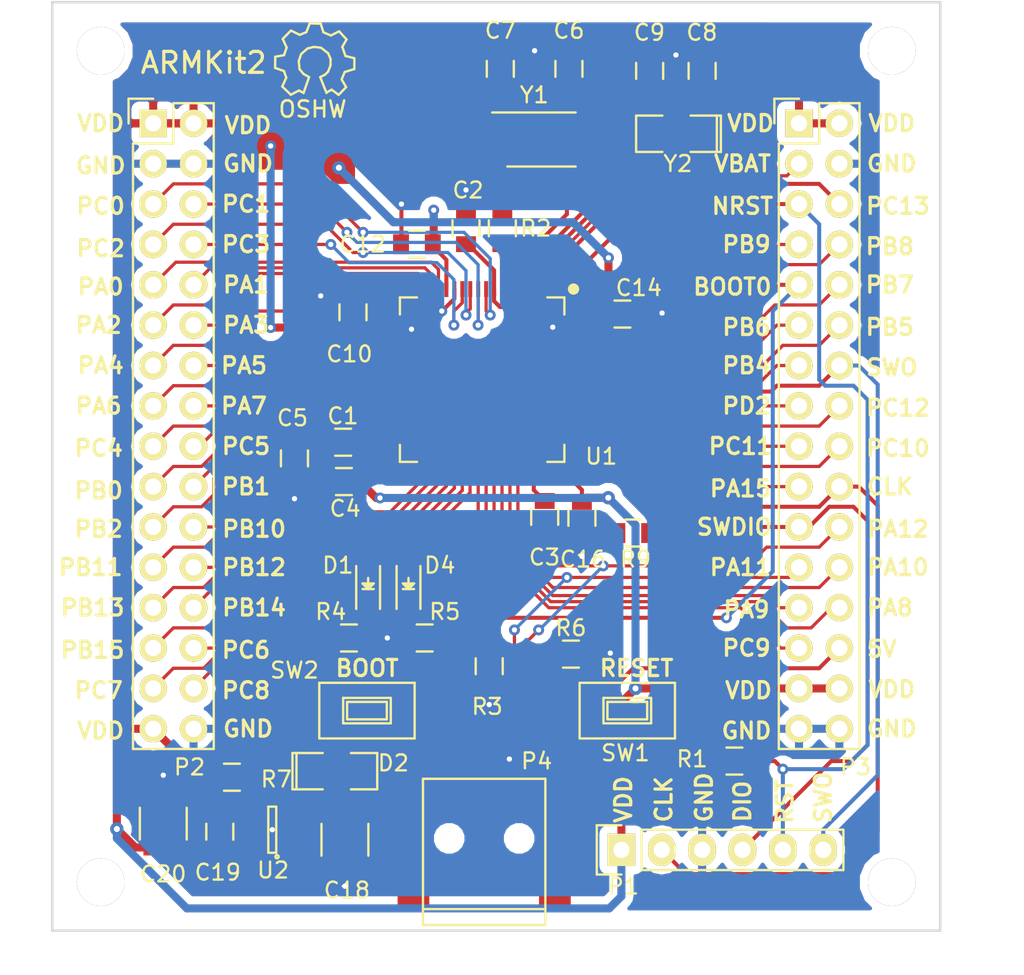
<source format=kicad_pcb>
(kicad_pcb (version 4) (host pcbnew 4.0.2-stable)

  (general
    (links 140)
    (no_connects 0)
    (area 44.867074 79.2501 109.534446 142.58066)
    (thickness 1.6)
    (drawings 79)
    (tracks 577)
    (zones 0)
    (modules 42)
    (nets 67)
  )

  (page A4)
  (layers
    (0 F.Cu signal)
    (31 B.Cu signal)
    (32 B.Adhes user)
    (33 F.Adhes user)
    (34 B.Paste user)
    (35 F.Paste user)
    (36 B.SilkS user)
    (37 F.SilkS user)
    (38 B.Mask user)
    (39 F.Mask user)
    (40 Dwgs.User user)
    (41 Cmts.User user)
    (42 Eco1.User user)
    (43 Eco2.User user)
    (44 Edge.Cuts user)
    (45 Margin user)
    (46 B.CrtYd user)
    (47 F.CrtYd user)
    (48 B.Fab user)
    (49 F.Fab user)
  )

  (setup
    (last_trace_width 0.254)
    (trace_clearance 0.1524)
    (zone_clearance 0.508)
    (zone_45_only no)
    (trace_min 0.1524)
    (segment_width 0.2)
    (edge_width 0.15)
    (via_size 0.6858)
    (via_drill 0.3302)
    (via_min_size 0.6858)
    (via_min_drill 0.3302)
    (uvia_size 0.6858)
    (uvia_drill 0.3302)
    (uvias_allowed no)
    (uvia_min_size 0)
    (uvia_min_drill 0)
    (pcb_text_width 0.2032)
    (pcb_text_size 1.016 1.016)
    (mod_edge_width 0.15)
    (mod_text_size 1 1)
    (mod_text_width 0.15)
    (pad_size 1.524 1.524)
    (pad_drill 0.762)
    (pad_to_mask_clearance 0.2)
    (aux_axis_origin 0 0)
    (visible_elements 7FFEFFFF)
    (pcbplotparams
      (layerselection 0x001f0_80000001)
      (usegerberextensions false)
      (excludeedgelayer true)
      (linewidth 0.100000)
      (plotframeref false)
      (viasonmask false)
      (mode 1)
      (useauxorigin false)
      (hpglpennumber 1)
      (hpglpenspeed 20)
      (hpglpendiameter 15)
      (hpglpenoverlay 2)
      (psnegative false)
      (psa4output false)
      (plotreference true)
      (plotvalue false)
      (plotinvisibletext false)
      (padsonsilk false)
      (subtractmaskfromsilk false)
      (outputformat 1)
      (mirror false)
      (drillshape 0)
      (scaleselection 1)
      (outputdirectory Gerber/))
  )

  (net 0 "")
  (net 1 GND)
  (net 2 VCAP1)
  (net 3 NRST)
  (net 4 VCAP2)
  (net 5 VDD1)
  (net 6 OSCIN)
  (net 7 "Net-(C7-Pad2)")
  (net 8 OSC32_IN)
  (net 9 OSC32_OUT)
  (net 10 5V_IN)
  (net 11 "Net-(C19-Pad2)")
  (net 12 PB10)
  (net 13 "Net-(D1-Pad1)")
  (net 14 "Net-(D2-Pad2)")
  (net 15 "Net-(D4-Pad1)")
  (net 16 SWCLK)
  (net 17 SWDIO)
  (net 18 TRACESWO)
  (net 19 PB5)
  (net 20 PB6)
  (net 21 PB7)
  (net 22 BOOT0)
  (net 23 PB8)
  (net 24 PB9)
  (net 25 PC13)
  (net 26 PC0)
  (net 27 PC1)
  (net 28 PC2)
  (net 29 PC3)
  (net 30 PA0)
  (net 31 PA1)
  (net 32 PA2)
  (net 33 PA3)
  (net 34 PA4)
  (net 35 PA5)
  (net 36 PA6)
  (net 37 PA7)
  (net 38 PC4)
  (net 39 PC5)
  (net 40 PB0)
  (net 41 PB1)
  (net 42 PB2)
  (net 43 PB4)
  (net 44 PD2)
  (net 45 PC12)
  (net 46 PC11)
  (net 47 PC10)
  (net 48 PA15)
  (net 49 PA12)
  (net 50 PA11)
  (net 51 PA10)
  (net 52 PA9)
  (net 53 PA8)
  (net 54 PC9)
  (net 55 PC8)
  (net 56 PC7)
  (net 57 PC6)
  (net 58 PB15)
  (net 59 PB14)
  (net 60 PB13)
  (net 61 PB12)
  (net 62 OSCOUT)
  (net 63 VBAT)
  (net 64 "Net-(R6-Pad1)")
  (net 65 "Net-(R7-Pad1)")
  (net 66 PB11_VCAP1)

  (net_class Default "This is the default net class."
    (clearance 0.1524)
    (trace_width 0.254)
    (via_dia 0.6858)
    (via_drill 0.3302)
    (uvia_dia 0.6858)
    (uvia_drill 0.3302)
    (add_net BOOT0)
    (add_net GND)
    (add_net NRST)
    (add_net "Net-(C19-Pad2)")
    (add_net "Net-(C7-Pad2)")
    (add_net "Net-(D1-Pad1)")
    (add_net "Net-(D4-Pad1)")
    (add_net "Net-(R6-Pad1)")
    (add_net "Net-(R7-Pad1)")
    (add_net OSC32_IN)
    (add_net OSC32_OUT)
    (add_net OSCIN)
    (add_net OSCOUT)
    (add_net PB11_VCAP1)
    (add_net SWCLK)
    (add_net SWDIO)
    (add_net TRACESWO)
    (add_net VBAT)
    (add_net VCAP1)
    (add_net VCAP2)
  )

  (net_class Power ""
    (clearance 0.1524)
    (trace_width 0.508)
    (via_dia 0.8382)
    (via_drill 0.381)
    (uvia_dia 0.6858)
    (uvia_drill 0.3302)
    (add_net 5V_IN)
    (add_net "Net-(D2-Pad2)")
    (add_net VDD1)
  )

  (net_class Thin ""
    (clearance 0.1524)
    (trace_width 0.2032)
    (via_dia 0.6858)
    (via_drill 0.3302)
    (uvia_dia 0.6858)
    (uvia_drill 0.3302)
    (add_net PA0)
    (add_net PA1)
    (add_net PA10)
    (add_net PA11)
    (add_net PA12)
    (add_net PA15)
    (add_net PA2)
    (add_net PA3)
    (add_net PA4)
    (add_net PA5)
    (add_net PA6)
    (add_net PA7)
    (add_net PA8)
    (add_net PA9)
    (add_net PB0)
    (add_net PB1)
    (add_net PB10)
    (add_net PB12)
    (add_net PB13)
    (add_net PB14)
    (add_net PB15)
    (add_net PB2)
    (add_net PB4)
    (add_net PB5)
    (add_net PB6)
    (add_net PB7)
    (add_net PB8)
    (add_net PB9)
    (add_net PC0)
    (add_net PC1)
    (add_net PC10)
    (add_net PC11)
    (add_net PC12)
    (add_net PC13)
    (add_net PC2)
    (add_net PC3)
    (add_net PC4)
    (add_net PC5)
    (add_net PC6)
    (add_net PC7)
    (add_net PC8)
    (add_net PC9)
    (add_net PD2)
  )

  (module Capacitors_SMD:C_0805 (layer F.Cu) (tedit 5415D6EA) (tstamp 56298452)
    (at 76.454 85.471 270)
    (descr "Capacitor SMD 0805, reflow soldering, AVX (see smccp.pdf)")
    (tags "capacitor 0805")
    (path /561C8E54)
    (attr smd)
    (fp_text reference C7 (at -2.413 0 360) (layer F.SilkS)
      (effects (font (size 1 1) (thickness 0.15)))
    )
    (fp_text value 12pF (at 0 2.1 270) (layer F.Fab)
      (effects (font (size 1 1) (thickness 0.15)))
    )
    (fp_line (start -1.8 -1) (end 1.8 -1) (layer F.CrtYd) (width 0.05))
    (fp_line (start -1.8 1) (end 1.8 1) (layer F.CrtYd) (width 0.05))
    (fp_line (start -1.8 -1) (end -1.8 1) (layer F.CrtYd) (width 0.05))
    (fp_line (start 1.8 -1) (end 1.8 1) (layer F.CrtYd) (width 0.05))
    (fp_line (start 0.5 -0.85) (end -0.5 -0.85) (layer F.SilkS) (width 0.15))
    (fp_line (start -0.5 0.85) (end 0.5 0.85) (layer F.SilkS) (width 0.15))
    (pad 1 smd rect (at -1 0 270) (size 1 1.25) (layers F.Cu F.Paste F.Mask)
      (net 1 GND))
    (pad 2 smd rect (at 1 0 270) (size 1 1.25) (layers F.Cu F.Paste F.Mask)
      (net 7 "Net-(C7-Pad2)"))
    (model Capacitors_SMD.3dshapes/C_0805.wrl
      (at (xyz 0 0 0))
      (scale (xyz 1 1 1))
      (rotate (xyz 0 0 0))
    )
  )

  (module Housings_QFP:LQFP-64_10x10mm_Pitch0.5mm (layer F.Cu) (tedit 5649442E) (tstamp 56298575)
    (at 75.311 105.029 270)
    (descr "64 LEAD LQFP 10x10mm (see MICREL LQFP10x10-64LD-PL-1.pdf)")
    (tags "QFP 0.5")
    (path /561C5305)
    (attr smd)
    (fp_text reference U1 (at 4.826 -7.493 360) (layer F.SilkS)
      (effects (font (size 1 1) (thickness 0.15)))
    )
    (fp_text value STM32F405RG (at 0 7.2 270) (layer F.Fab)
      (effects (font (size 1 1) (thickness 0.15)))
    )
    (fp_circle (center -5.7 -5.75) (end -5.55 -5.65) (layer F.SilkS) (width 0.35))
    (fp_line (start -6.45 -6.45) (end -6.45 6.45) (layer F.CrtYd) (width 0.05))
    (fp_line (start 6.45 -6.45) (end 6.45 6.45) (layer F.CrtYd) (width 0.05))
    (fp_line (start -6.45 -6.45) (end 6.45 -6.45) (layer F.CrtYd) (width 0.05))
    (fp_line (start -6.45 6.45) (end 6.45 6.45) (layer F.CrtYd) (width 0.05))
    (fp_line (start -5.175 -5.175) (end -5.175 -4.1) (layer F.SilkS) (width 0.15))
    (fp_line (start 5.175 -5.175) (end 5.175 -4.1) (layer F.SilkS) (width 0.15))
    (fp_line (start 5.175 5.175) (end 5.175 4.1) (layer F.SilkS) (width 0.15))
    (fp_line (start -5.175 5.175) (end -5.175 4.1) (layer F.SilkS) (width 0.15))
    (fp_line (start -5.175 -5.175) (end -4.1 -5.175) (layer F.SilkS) (width 0.15))
    (fp_line (start -5.175 5.175) (end -4.1 5.175) (layer F.SilkS) (width 0.15))
    (fp_line (start 5.175 5.175) (end 4.1 5.175) (layer F.SilkS) (width 0.15))
    (fp_line (start 5.175 -5.175) (end 4.1 -5.175) (layer F.SilkS) (width 0.15))
    (pad 1 smd rect (at -5.7 -3.75 270) (size 1 0.25) (layers F.Cu F.Paste F.Mask)
      (net 63 VBAT) (solder_mask_margin 0.0508))
    (pad 2 smd rect (at -5.7 -3.25 270) (size 1 0.25) (layers F.Cu F.Paste F.Mask)
      (net 25 PC13) (solder_mask_margin 0.0508))
    (pad 3 smd rect (at -5.7 -2.75 270) (size 1 0.25) (layers F.Cu F.Paste F.Mask)
      (net 8 OSC32_IN) (solder_mask_margin 0.0508))
    (pad 4 smd rect (at -5.7 -2.25 270) (size 1 0.25) (layers F.Cu F.Paste F.Mask)
      (net 9 OSC32_OUT) (solder_mask_margin 0.0508))
    (pad 5 smd rect (at -5.7 -1.75 270) (size 1 0.25) (layers F.Cu F.Paste F.Mask)
      (net 6 OSCIN) (solder_mask_margin 0.0508))
    (pad 6 smd rect (at -5.7 -1.25 270) (size 1 0.25) (layers F.Cu F.Paste F.Mask)
      (net 62 OSCOUT) (solder_mask_margin 0.0508))
    (pad 7 smd rect (at -5.7 -0.75 270) (size 1 0.25) (layers F.Cu F.Paste F.Mask)
      (net 3 NRST) (solder_mask_margin 0.0508))
    (pad 8 smd rect (at -5.7 -0.25 270) (size 1 0.25) (layers F.Cu F.Paste F.Mask)
      (net 26 PC0) (solder_mask_margin 0.0508))
    (pad 9 smd rect (at -5.7 0.25 270) (size 1 0.25) (layers F.Cu F.Paste F.Mask)
      (net 27 PC1) (solder_mask_margin 0.0508))
    (pad 10 smd rect (at -5.7 0.75 270) (size 1 0.25) (layers F.Cu F.Paste F.Mask)
      (net 28 PC2) (solder_mask_margin 0.0508))
    (pad 11 smd rect (at -5.7 1.25 270) (size 1 0.25) (layers F.Cu F.Paste F.Mask)
      (net 29 PC3) (solder_mask_margin 0.0508))
    (pad 12 smd rect (at -5.7 1.75 270) (size 1 0.25) (layers F.Cu F.Paste F.Mask)
      (net 1 GND) (solder_mask_margin 0.0508))
    (pad 13 smd rect (at -5.7 2.25 270) (size 1 0.25) (layers F.Cu F.Paste F.Mask)
      (net 5 VDD1) (solder_mask_margin 0.0508))
    (pad 14 smd rect (at -5.7 2.75 270) (size 1 0.25) (layers F.Cu F.Paste F.Mask)
      (net 30 PA0) (solder_mask_margin 0.0508))
    (pad 15 smd rect (at -5.7 3.25 270) (size 1 0.25) (layers F.Cu F.Paste F.Mask)
      (net 31 PA1) (solder_mask_margin 0.0508))
    (pad 16 smd rect (at -5.7 3.75 270) (size 1 0.25) (layers F.Cu F.Paste F.Mask)
      (net 32 PA2) (solder_mask_margin 0.0508))
    (pad 17 smd rect (at -3.75 5.7) (size 1 0.25) (layers F.Cu F.Paste F.Mask)
      (net 33 PA3) (solder_mask_margin 0.0508))
    (pad 18 smd rect (at -3.25 5.7) (size 1 0.25) (layers F.Cu F.Paste F.Mask)
      (net 1 GND) (solder_mask_margin 0.0508))
    (pad 19 smd rect (at -2.75 5.7) (size 1 0.25) (layers F.Cu F.Paste F.Mask)
      (net 5 VDD1) (solder_mask_margin 0.0508))
    (pad 20 smd rect (at -2.25 5.7) (size 1 0.25) (layers F.Cu F.Paste F.Mask)
      (net 34 PA4) (solder_mask_margin 0.0508))
    (pad 21 smd rect (at -1.75 5.7) (size 1 0.25) (layers F.Cu F.Paste F.Mask)
      (net 35 PA5) (solder_mask_margin 0.0508))
    (pad 22 smd rect (at -1.25 5.7) (size 1 0.25) (layers F.Cu F.Paste F.Mask)
      (net 36 PA6) (solder_mask_margin 0.0508))
    (pad 23 smd rect (at -0.75 5.7) (size 1 0.25) (layers F.Cu F.Paste F.Mask)
      (net 37 PA7) (solder_mask_margin 0.0508))
    (pad 24 smd rect (at -0.25 5.7) (size 1 0.25) (layers F.Cu F.Paste F.Mask)
      (net 38 PC4) (solder_mask_margin 0.0508))
    (pad 25 smd rect (at 0.25 5.7) (size 1 0.25) (layers F.Cu F.Paste F.Mask)
      (net 39 PC5) (solder_mask_margin 0.0508))
    (pad 26 smd rect (at 0.75 5.7) (size 1 0.25) (layers F.Cu F.Paste F.Mask)
      (net 40 PB0) (solder_mask_margin 0.0508))
    (pad 27 smd rect (at 1.25 5.7) (size 1 0.25) (layers F.Cu F.Paste F.Mask)
      (net 41 PB1) (solder_mask_margin 0.0508))
    (pad 28 smd rect (at 1.75 5.7) (size 1 0.25) (layers F.Cu F.Paste F.Mask)
      (net 42 PB2) (solder_mask_margin 0.0508))
    (pad 29 smd rect (at 2.25 5.7) (size 1 0.25) (layers F.Cu F.Paste F.Mask)
      (net 12 PB10) (solder_mask_margin 0.0508))
    (pad 30 smd rect (at 2.75 5.7) (size 1 0.25) (layers F.Cu F.Paste F.Mask)
      (net 66 PB11_VCAP1) (solder_mask_margin 0.0508))
    (pad 31 smd rect (at 3.25 5.7) (size 1 0.25) (layers F.Cu F.Paste F.Mask)
      (net 2 VCAP1) (solder_mask_margin 0.0508))
    (pad 32 smd rect (at 3.75 5.7) (size 1 0.25) (layers F.Cu F.Paste F.Mask)
      (net 5 VDD1) (solder_mask_margin 0.0508))
    (pad 33 smd rect (at 5.7 3.75 270) (size 1 0.25) (layers F.Cu F.Paste F.Mask)
      (net 61 PB12) (solder_mask_margin 0.0508))
    (pad 34 smd rect (at 5.7 3.25 270) (size 1 0.25) (layers F.Cu F.Paste F.Mask)
      (net 60 PB13) (solder_mask_margin 0.0508))
    (pad 35 smd rect (at 5.7 2.75 270) (size 1 0.25) (layers F.Cu F.Paste F.Mask)
      (net 59 PB14) (solder_mask_margin 0.0508))
    (pad 36 smd rect (at 5.7 2.25 270) (size 1 0.25) (layers F.Cu F.Paste F.Mask)
      (net 58 PB15) (solder_mask_margin 0.0508))
    (pad 37 smd rect (at 5.7 1.75 270) (size 1 0.25) (layers F.Cu F.Paste F.Mask)
      (net 57 PC6) (solder_mask_margin 0.0508))
    (pad 38 smd rect (at 5.7 1.25 270) (size 1 0.25) (layers F.Cu F.Paste F.Mask)
      (net 56 PC7) (solder_mask_margin 0.0508))
    (pad 39 smd rect (at 5.7 0.75 270) (size 1 0.25) (layers F.Cu F.Paste F.Mask)
      (net 55 PC8) (solder_mask_margin 0.0508))
    (pad 40 smd rect (at 5.7 0.25 270) (size 1 0.25) (layers F.Cu F.Paste F.Mask)
      (net 54 PC9) (solder_mask_margin 0.0508))
    (pad 41 smd rect (at 5.7 -0.25 270) (size 1 0.25) (layers F.Cu F.Paste F.Mask)
      (net 53 PA8) (solder_mask_margin 0.0508))
    (pad 42 smd rect (at 5.7 -0.75 270) (size 1 0.25) (layers F.Cu F.Paste F.Mask)
      (net 52 PA9) (solder_mask_margin 0.0508))
    (pad 43 smd rect (at 5.7 -1.25 270) (size 1 0.25) (layers F.Cu F.Paste F.Mask)
      (net 51 PA10) (solder_mask_margin 0.0508))
    (pad 44 smd rect (at 5.7 -1.75 270) (size 1 0.25) (layers F.Cu F.Paste F.Mask)
      (net 50 PA11) (solder_mask_margin 0.0508))
    (pad 45 smd rect (at 5.7 -2.25 270) (size 1 0.25) (layers F.Cu F.Paste F.Mask)
      (net 49 PA12) (solder_mask_margin 0.0508))
    (pad 46 smd rect (at 5.7 -2.75 270) (size 1 0.25) (layers F.Cu F.Paste F.Mask)
      (net 17 SWDIO) (solder_mask_margin 0.0508))
    (pad 47 smd rect (at 5.7 -3.25 270) (size 1 0.25) (layers F.Cu F.Paste F.Mask)
      (net 4 VCAP2) (solder_mask_margin 0.0508))
    (pad 48 smd rect (at 5.7 -3.75 270) (size 1 0.25) (layers F.Cu F.Paste F.Mask)
      (net 5 VDD1) (solder_mask_margin 0.0508))
    (pad 49 smd rect (at 3.75 -5.7) (size 1 0.25) (layers F.Cu F.Paste F.Mask)
      (net 16 SWCLK) (solder_mask_margin 0.0508))
    (pad 50 smd rect (at 3.25 -5.7) (size 1 0.25) (layers F.Cu F.Paste F.Mask)
      (net 48 PA15) (solder_mask_margin 0.0508))
    (pad 51 smd rect (at 2.75 -5.7) (size 1 0.25) (layers F.Cu F.Paste F.Mask)
      (net 47 PC10) (solder_mask_margin 0.0508))
    (pad 52 smd rect (at 2.25 -5.7) (size 1 0.25) (layers F.Cu F.Paste F.Mask)
      (net 46 PC11) (solder_mask_margin 0.0508))
    (pad 53 smd rect (at 1.75 -5.7) (size 1 0.25) (layers F.Cu F.Paste F.Mask)
      (net 45 PC12) (solder_mask_margin 0.0508))
    (pad 54 smd rect (at 1.25 -5.7) (size 1 0.25) (layers F.Cu F.Paste F.Mask)
      (net 44 PD2) (solder_mask_margin 0.0508))
    (pad 55 smd rect (at 0.75 -5.7) (size 1 0.25) (layers F.Cu F.Paste F.Mask)
      (net 18 TRACESWO) (solder_mask_margin 0.0508))
    (pad 56 smd rect (at 0.25 -5.7) (size 1 0.25) (layers F.Cu F.Paste F.Mask)
      (net 43 PB4) (solder_mask_margin 0.0508))
    (pad 57 smd rect (at -0.25 -5.7) (size 1 0.25) (layers F.Cu F.Paste F.Mask)
      (net 19 PB5) (solder_mask_margin 0.0508))
    (pad 58 smd rect (at -0.75 -5.7) (size 1 0.25) (layers F.Cu F.Paste F.Mask)
      (net 20 PB6) (solder_mask_margin 0.0508))
    (pad 59 smd rect (at -1.25 -5.7) (size 1 0.25) (layers F.Cu F.Paste F.Mask)
      (net 21 PB7) (solder_mask_margin 0.0508))
    (pad 60 smd rect (at -1.75 -5.7) (size 1 0.25) (layers F.Cu F.Paste F.Mask)
      (net 22 BOOT0) (solder_mask_margin 0.0508))
    (pad 61 smd rect (at -2.25 -5.7) (size 1 0.25) (layers F.Cu F.Paste F.Mask)
      (net 23 PB8) (solder_mask_margin 0.0508))
    (pad 62 smd rect (at -2.75 -5.7) (size 1 0.25) (layers F.Cu F.Paste F.Mask)
      (net 24 PB9) (solder_mask_margin 0.0508))
    (pad 63 smd rect (at -3.25 -5.7) (size 1 0.25) (layers F.Cu F.Paste F.Mask)
      (net 1 GND) (solder_mask_margin 0.0508))
    (pad 64 smd rect (at -3.75 -5.7) (size 1 0.25) (layers F.Cu F.Paste F.Mask)
      (net 5 VDD1) (solder_mask_margin 0.0508))
    (model Housings_QFP.3dshapes/LQFP-64_10x10mm_Pitch0.5mm.wrl
      (at (xyz 0 0 0))
      (scale (xyz 1 1 1))
      (rotate (xyz 0 0 0))
    )
  )

  (module Symbols:Symbol_OSHW-Logo_SilkScreen (layer F.Cu) (tedit 5654ACB2) (tstamp 5654A986)
    (at 64.77 85.09)
    (descr "Symbol, OSHW-Logo, Silk Screen,")
    (tags "Symbol, OSHW-Logo, Silk Screen,")
    (fp_text reference REF** (at 0.09906 -4.38912) (layer F.SilkS) hide
      (effects (font (size 1 1) (thickness 0.15)))
    )
    (fp_text value Symbol_OSHW-Logo_SilkScreen (at 0.30988 6.56082) (layer F.Fab)
      (effects (font (size 1 1) (thickness 0.15)))
    )
    (fp_line (start -1.78054 0.92964) (end -2.03962 1.49098) (layer F.SilkS) (width 0.15))
    (fp_line (start -2.03962 1.49098) (end -1.50114 2.00914) (layer F.SilkS) (width 0.15))
    (fp_line (start -1.50114 2.00914) (end -0.98044 1.7399) (layer F.SilkS) (width 0.15))
    (fp_line (start -0.98044 1.7399) (end -0.70104 1.89992) (layer F.SilkS) (width 0.15))
    (fp_line (start 0.73914 1.8796) (end 1.06934 1.6891) (layer F.SilkS) (width 0.15))
    (fp_line (start 1.06934 1.6891) (end 1.50876 2.0193) (layer F.SilkS) (width 0.15))
    (fp_line (start 1.50876 2.0193) (end 1.9812 1.52908) (layer F.SilkS) (width 0.15))
    (fp_line (start 1.9812 1.52908) (end 1.69926 1.04902) (layer F.SilkS) (width 0.15))
    (fp_line (start 1.69926 1.04902) (end 1.88976 0.57912) (layer F.SilkS) (width 0.15))
    (fp_line (start 1.88976 0.57912) (end 2.49936 0.39116) (layer F.SilkS) (width 0.15))
    (fp_line (start 2.49936 0.39116) (end 2.49936 -0.28956) (layer F.SilkS) (width 0.15))
    (fp_line (start 2.49936 -0.28956) (end 1.94056 -0.42926) (layer F.SilkS) (width 0.15))
    (fp_line (start 1.94056 -0.42926) (end 1.7399 -1.00076) (layer F.SilkS) (width 0.15))
    (fp_line (start 1.7399 -1.00076) (end 2.00914 -1.47066) (layer F.SilkS) (width 0.15))
    (fp_line (start 2.00914 -1.47066) (end 1.53924 -1.9812) (layer F.SilkS) (width 0.15))
    (fp_line (start 1.53924 -1.9812) (end 1.02108 -1.71958) (layer F.SilkS) (width 0.15))
    (fp_line (start 1.02108 -1.71958) (end 0.55118 -1.92024) (layer F.SilkS) (width 0.15))
    (fp_line (start 0.55118 -1.92024) (end 0.381 -2.46126) (layer F.SilkS) (width 0.15))
    (fp_line (start 0.381 -2.46126) (end -0.30988 -2.47904) (layer F.SilkS) (width 0.15))
    (fp_line (start -0.30988 -2.47904) (end -0.5207 -1.9304) (layer F.SilkS) (width 0.15))
    (fp_line (start -0.5207 -1.9304) (end -0.9398 -1.76022) (layer F.SilkS) (width 0.15))
    (fp_line (start -0.9398 -1.76022) (end -1.49098 -2.02946) (layer F.SilkS) (width 0.15))
    (fp_line (start -1.49098 -2.02946) (end -2.00914 -1.50114) (layer F.SilkS) (width 0.15))
    (fp_line (start -2.00914 -1.50114) (end -1.76022 -0.96012) (layer F.SilkS) (width 0.15))
    (fp_line (start -1.76022 -0.96012) (end -1.9304 -0.48006) (layer F.SilkS) (width 0.15))
    (fp_line (start -1.9304 -0.48006) (end -2.47904 -0.381) (layer F.SilkS) (width 0.15))
    (fp_line (start -2.47904 -0.381) (end -2.4892 0.32004) (layer F.SilkS) (width 0.15))
    (fp_line (start -2.4892 0.32004) (end -1.9304 0.5207) (layer F.SilkS) (width 0.15))
    (fp_line (start -1.9304 0.5207) (end -1.7907 0.91948) (layer F.SilkS) (width 0.15))
    (fp_line (start 0.35052 0.89916) (end 0.65024 0.7493) (layer F.SilkS) (width 0.15))
    (fp_line (start 0.65024 0.7493) (end 0.8509 0.55118) (layer F.SilkS) (width 0.15))
    (fp_line (start 0.8509 0.55118) (end 1.00076 0.14986) (layer F.SilkS) (width 0.15))
    (fp_line (start 1.00076 0.14986) (end 1.00076 -0.24892) (layer F.SilkS) (width 0.15))
    (fp_line (start 1.00076 -0.24892) (end 0.8509 -0.59944) (layer F.SilkS) (width 0.15))
    (fp_line (start 0.8509 -0.59944) (end 0.39878 -0.94996) (layer F.SilkS) (width 0.15))
    (fp_line (start 0.39878 -0.94996) (end -0.0508 -1.00076) (layer F.SilkS) (width 0.15))
    (fp_line (start -0.0508 -1.00076) (end -0.44958 -0.89916) (layer F.SilkS) (width 0.15))
    (fp_line (start -0.44958 -0.89916) (end -0.8509 -0.55118) (layer F.SilkS) (width 0.15))
    (fp_line (start -0.8509 -0.55118) (end -1.00076 -0.09906) (layer F.SilkS) (width 0.15))
    (fp_line (start -1.00076 -0.09906) (end -0.94996 0.39878) (layer F.SilkS) (width 0.15))
    (fp_line (start -0.94996 0.39878) (end -0.70104 0.70104) (layer F.SilkS) (width 0.15))
    (fp_line (start -0.70104 0.70104) (end -0.35052 0.89916) (layer F.SilkS) (width 0.15))
    (fp_line (start -0.35052 0.89916) (end -0.70104 1.89992) (layer F.SilkS) (width 0.15))
    (fp_line (start 0.35052 0.89916) (end 0.7493 1.89992) (layer F.SilkS) (width 0.15))
  )

  (module LEDs:LED-0805 (layer F.Cu) (tedit 55BDE1C2) (tstamp 562984A6)
    (at 68.1355 117.856 90)
    (descr "LED 0805 smd package")
    (tags "LED 0805 SMD")
    (path /561F9BE8)
    (attr smd)
    (fp_text reference D1 (at 1.143 -1.905 360) (layer F.SilkS)
      (effects (font (size 1 1) (thickness 0.15)))
    )
    (fp_text value LED (at 0 1.75 90) (layer F.Fab)
      (effects (font (size 1 1) (thickness 0.15)))
    )
    (fp_line (start -1.6 0.75) (end 1.1 0.75) (layer F.SilkS) (width 0.15))
    (fp_line (start -1.6 -0.75) (end 1.1 -0.75) (layer F.SilkS) (width 0.15))
    (fp_line (start -0.1 0.15) (end -0.1 -0.1) (layer F.SilkS) (width 0.15))
    (fp_line (start -0.1 -0.1) (end -0.25 0.05) (layer F.SilkS) (width 0.15))
    (fp_line (start -0.35 -0.35) (end -0.35 0.35) (layer F.SilkS) (width 0.15))
    (fp_line (start 0 0) (end 0.35 0) (layer F.SilkS) (width 0.15))
    (fp_line (start -0.35 0) (end 0 -0.35) (layer F.SilkS) (width 0.15))
    (fp_line (start 0 -0.35) (end 0 0.35) (layer F.SilkS) (width 0.15))
    (fp_line (start 0 0.35) (end -0.35 0) (layer F.SilkS) (width 0.15))
    (fp_line (start 1.9 -0.95) (end 1.9 0.95) (layer F.CrtYd) (width 0.05))
    (fp_line (start 1.9 0.95) (end -1.9 0.95) (layer F.CrtYd) (width 0.05))
    (fp_line (start -1.9 0.95) (end -1.9 -0.95) (layer F.CrtYd) (width 0.05))
    (fp_line (start -1.9 -0.95) (end 1.9 -0.95) (layer F.CrtYd) (width 0.05))
    (pad 2 smd rect (at 1.04902 0 270) (size 1.19888 1.19888) (layers F.Cu F.Paste F.Mask)
      (net 55 PC8))
    (pad 1 smd rect (at -1.04902 0 270) (size 1.19888 1.19888) (layers F.Cu F.Paste F.Mask)
      (net 13 "Net-(D1-Pad1)"))
    (model LEDs.3dshapes/LED-0805.wrl
      (at (xyz 0 0 0))
      (scale (xyz 1 1 1))
      (rotate (xyz 0 0 0))
    )
  )

  (module SMD_Packages:SMD-1206_Pol (layer F.Cu) (tedit 0) (tstamp 562984AC)
    (at 66.167 129.667)
    (path /56283E9C)
    (attr smd)
    (fp_text reference D2 (at 3.556 -0.508) (layer F.SilkS)
      (effects (font (size 1 1) (thickness 0.15)))
    )
    (fp_text value D (at 0 0) (layer F.Fab)
      (effects (font (size 1 1) (thickness 0.15)))
    )
    (fp_line (start -2.54 -1.143) (end -2.794 -1.143) (layer F.SilkS) (width 0.15))
    (fp_line (start -2.794 -1.143) (end -2.794 1.143) (layer F.SilkS) (width 0.15))
    (fp_line (start -2.794 1.143) (end -2.54 1.143) (layer F.SilkS) (width 0.15))
    (fp_line (start -2.54 -1.143) (end -2.54 1.143) (layer F.SilkS) (width 0.15))
    (fp_line (start -2.54 1.143) (end -0.889 1.143) (layer F.SilkS) (width 0.15))
    (fp_line (start 0.889 -1.143) (end 2.54 -1.143) (layer F.SilkS) (width 0.15))
    (fp_line (start 2.54 -1.143) (end 2.54 1.143) (layer F.SilkS) (width 0.15))
    (fp_line (start 2.54 1.143) (end 0.889 1.143) (layer F.SilkS) (width 0.15))
    (fp_line (start -0.889 -1.143) (end -2.54 -1.143) (layer F.SilkS) (width 0.15))
    (pad 1 smd rect (at -1.651 0) (size 1.524 2.032) (layers F.Cu F.Paste F.Mask)
      (net 10 5V_IN))
    (pad 2 smd rect (at 1.651 0) (size 1.524 2.032) (layers F.Cu F.Paste F.Mask)
      (net 14 "Net-(D2-Pad2)"))
    (model SMD_Packages.3dshapes/SMD-1206_Pol.wrl
      (at (xyz 0 0 0))
      (scale (xyz 0.17 0.16 0.16))
      (rotate (xyz 0 0 0))
    )
  )

  (module Buttons_Switches_SMD:SW_SPST_FSMSM (layer F.Cu) (tedit 555C8B1B) (tstamp 564AA209)
    (at 68.072 125.857 180)
    (descr http://www.te.com/commerce/DocumentDelivery/DDEController?Action=srchrtrv&DocNm=1437566-3&DocType=Customer+Drawing&DocLang=English)
    (tags "SPST button tactile switch")
    (path /564AE0CA)
    (attr smd)
    (fp_text reference SW2 (at 4.572 2.54 180) (layer F.SilkS)
      (effects (font (size 1 1) (thickness 0.15)))
    )
    (fp_text value SW_PUSH (at 0.01011 -0.00022 180) (layer F.Fab)
      (effects (font (size 1 1) (thickness 0.15)))
    )
    (fp_line (start -1.23989 -0.55022) (end 1.26011 -0.55022) (layer F.SilkS) (width 0.15))
    (fp_line (start 1.26011 -0.55022) (end 1.26011 0.54978) (layer F.SilkS) (width 0.15))
    (fp_line (start 1.26011 0.54978) (end -1.23989 0.54978) (layer F.SilkS) (width 0.15))
    (fp_line (start -1.23989 0.54978) (end -1.23989 -0.55022) (layer F.SilkS) (width 0.15))
    (fp_line (start -1.48989 0.79978) (end 1.51011 0.79978) (layer F.SilkS) (width 0.15))
    (fp_line (start -1.48989 -0.80022) (end 1.51011 -0.80022) (layer F.SilkS) (width 0.15))
    (fp_line (start 1.51011 -0.80022) (end 1.51011 0.79978) (layer F.SilkS) (width 0.15))
    (fp_line (start -1.48989 -0.80022) (end -1.48989 0.79978) (layer F.SilkS) (width 0.15))
    (fp_line (start -5.85 1.95) (end 5.9 1.95) (layer F.CrtYd) (width 0.05))
    (fp_line (start 5.9 -2) (end 5.9 1.95) (layer F.CrtYd) (width 0.05))
    (fp_line (start -2.98989 1.74978) (end 3.01011 1.74978) (layer F.SilkS) (width 0.15))
    (fp_line (start -2.98989 -1.75022) (end 3.01011 -1.75022) (layer F.SilkS) (width 0.15))
    (fp_line (start -2.98989 -1.75022) (end -2.98989 1.74978) (layer F.SilkS) (width 0.15))
    (fp_line (start 3.01011 -1.75022) (end 3.01011 1.74978) (layer F.SilkS) (width 0.15))
    (fp_line (start -5.85 -2) (end -5.85 1.95) (layer F.CrtYd) (width 0.05))
    (fp_line (start -5.85 -2) (end 5.9 -2) (layer F.CrtYd) (width 0.05))
    (pad 1 smd rect (at -4.60243 -0.00232 180) (size 2.18 1.6) (layers F.Cu F.Paste F.Mask)
      (net 22 BOOT0))
    (pad 2 smd rect (at 4.60243 0.00232 180) (size 2.18 1.6) (layers F.Cu F.Paste F.Mask)
      (net 65 "Net-(R7-Pad1)"))
  )

  (module TO_SOT_Packages_SMD:SOT-23-5 (layer F.Cu) (tedit 562ABFC7) (tstamp 5629857E)
    (at 62.103 133.35 180)
    (descr "5-pin SOT23 package")
    (tags SOT-23-5)
    (path /561F69BC)
    (attr smd)
    (fp_text reference U2 (at -0.05 -2.55 180) (layer F.SilkS)
      (effects (font (size 1 1) (thickness 0.15)))
    )
    (fp_text value LT1761 (at -0.05 2.35 180) (layer F.Fab)
      (effects (font (size 1 1) (thickness 0.15)))
    )
    (fp_line (start -1.8 -1.6) (end 1.8 -1.6) (layer F.CrtYd) (width 0.05))
    (fp_line (start 1.8 -1.6) (end 1.8 1.6) (layer F.CrtYd) (width 0.05))
    (fp_line (start 1.8 1.6) (end -1.8 1.6) (layer F.CrtYd) (width 0.05))
    (fp_line (start -1.8 1.6) (end -1.8 -1.6) (layer F.CrtYd) (width 0.05))
    (fp_circle (center -0.3 -1.7) (end -0.2 -1.7) (layer F.SilkS) (width 0.15))
    (fp_line (start 0.25 -1.45) (end -0.25 -1.45) (layer F.SilkS) (width 0.15))
    (fp_line (start 0.25 1.45) (end 0.25 -1.45) (layer F.SilkS) (width 0.15))
    (fp_line (start -0.25 1.45) (end 0.25 1.45) (layer F.SilkS) (width 0.15))
    (fp_line (start -0.25 -1.45) (end -0.25 1.45) (layer F.SilkS) (width 0.15))
    (pad 1 smd rect (at -1.1 -0.95 180) (size 1.06 0.65) (layers F.Cu F.Paste F.Mask)
      (net 10 5V_IN) (solder_mask_margin 0.0508))
    (pad 2 smd rect (at -1.1 0 180) (size 1.06 0.65) (layers F.Cu F.Paste F.Mask)
      (net 1 GND) (solder_mask_margin 0.0508))
    (pad 3 smd rect (at -1.1 0.95 180) (size 1.06 0.65) (layers F.Cu F.Paste F.Mask)
      (net 10 5V_IN) (solder_mask_margin 0.0508))
    (pad 4 smd rect (at 1.1 0.95 180) (size 1.06 0.65) (layers F.Cu F.Paste F.Mask)
      (net 11 "Net-(C19-Pad2)") (solder_mask_margin 0.0508))
    (pad 5 smd rect (at 1.1 -0.95 180) (size 1.06 0.65) (layers F.Cu F.Paste F.Mask)
      (net 5 VDD1) (solder_mask_margin 0.0508))
    (model TO_SOT_Packages_SMD.3dshapes/SOT-23-5.wrl
      (at (xyz 0 0 0))
      (scale (xyz 1 1 1))
      (rotate (xyz 0 0 0))
    )
  )

  (module Connect:USB_Mini-B (layer F.Cu) (tedit 562ABF85) (tstamp 56298513)
    (at 75.438 134.747 90)
    (descr "USB Mini-B 5-pin SMD connector")
    (tags "USB USB_B USB_Mini connector")
    (path /5628307A)
    (attr smd)
    (fp_text reference P4 (at 5.715 3.302 180) (layer F.SilkS)
      (effects (font (size 1 1) (thickness 0.15)))
    )
    (fp_text value USB_B (at 0 -7.0993 90) (layer F.Fab)
      (effects (font (size 1 1) (thickness 0.15)))
    )
    (fp_line (start -4.85 -5.7) (end 4.85 -5.7) (layer F.CrtYd) (width 0.05))
    (fp_line (start 4.85 -5.7) (end 4.85 5.7) (layer F.CrtYd) (width 0.05))
    (fp_line (start 4.85 5.7) (end -4.85 5.7) (layer F.CrtYd) (width 0.05))
    (fp_line (start -4.85 5.7) (end -4.85 -5.7) (layer F.CrtYd) (width 0.05))
    (fp_line (start -3.59918 -3.85064) (end -3.59918 3.85064) (layer F.SilkS) (width 0.15))
    (fp_line (start -4.59994 -3.85064) (end -4.59994 3.85064) (layer F.SilkS) (width 0.15))
    (fp_line (start -4.59994 3.85064) (end 4.59994 3.85064) (layer F.SilkS) (width 0.15))
    (fp_line (start 4.59994 3.85064) (end 4.59994 -3.85064) (layer F.SilkS) (width 0.15))
    (fp_line (start 4.59994 -3.85064) (end -4.59994 -3.85064) (layer F.SilkS) (width 0.15))
    (pad 1 smd rect (at 3.44932 -1.6002 90) (size 2.30124 0.50038) (layers F.Cu F.Paste F.Mask)
      (net 14 "Net-(D2-Pad2)") (solder_mask_margin 0.0508))
    (pad 2 smd rect (at 3.44932 -0.8001 90) (size 2.30124 0.50038) (layers F.Cu F.Paste F.Mask)
      (net 50 PA11) (solder_mask_margin 0.0508))
    (pad 3 smd rect (at 3.44932 0 90) (size 2.30124 0.50038) (layers F.Cu F.Paste F.Mask)
      (net 49 PA12) (solder_mask_margin 0.0508))
    (pad 4 smd rect (at 3.44932 0.8001 90) (size 2.30124 0.50038) (layers F.Cu F.Paste F.Mask)
      (net 1 GND) (solder_mask_margin 0.0508))
    (pad 5 smd rect (at 3.44932 1.6002 90) (size 2.30124 0.50038) (layers F.Cu F.Paste F.Mask)
      (net 1 GND) (solder_mask_margin 0.0508))
    (pad 6 smd rect (at 3.35026 -4.45008 90) (size 2.49936 1.99898) (layers F.Cu F.Paste F.Mask))
    (pad 6 smd rect (at -2.14884 -4.45008 90) (size 2.49936 1.99898) (layers F.Cu F.Paste F.Mask))
    (pad 6 smd rect (at 3.35026 4.45008 90) (size 2.49936 1.99898) (layers F.Cu F.Paste F.Mask))
    (pad 6 smd rect (at -2.14884 4.45008 90) (size 2.49936 1.99898) (layers F.Cu F.Paste F.Mask))
    (pad "" np_thru_hole circle (at 0.8509 -2.19964 90) (size 0.89916 0.89916) (drill 0.89916) (layers *.Cu *.Mask F.SilkS))
    (pad "" np_thru_hole circle (at 0.8509 2.19964 90) (size 0.89916 0.89916) (drill 0.89916) (layers *.Cu *.Mask F.SilkS))
  )

  (module Capacitors_SMD:C_0805 (layer F.Cu) (tedit 5415D6EA) (tstamp 5629847C)
    (at 84.1375 100.9015)
    (descr "Capacitor SMD 0805, reflow soldering, AVX (see smccp.pdf)")
    (tags "capacitor 0805")
    (path /561DFCAE)
    (attr smd)
    (fp_text reference C14 (at 1.032 -1.651) (layer F.SilkS)
      (effects (font (size 1 1) (thickness 0.15)))
    )
    (fp_text value .1uF (at 0 2.1) (layer F.Fab)
      (effects (font (size 1 1) (thickness 0.15)))
    )
    (fp_line (start -1.8 -1) (end 1.8 -1) (layer F.CrtYd) (width 0.05))
    (fp_line (start -1.8 1) (end 1.8 1) (layer F.CrtYd) (width 0.05))
    (fp_line (start -1.8 -1) (end -1.8 1) (layer F.CrtYd) (width 0.05))
    (fp_line (start 1.8 -1) (end 1.8 1) (layer F.CrtYd) (width 0.05))
    (fp_line (start 0.5 -0.85) (end -0.5 -0.85) (layer F.SilkS) (width 0.15))
    (fp_line (start -0.5 0.85) (end 0.5 0.85) (layer F.SilkS) (width 0.15))
    (pad 1 smd rect (at -1 0) (size 1 1.25) (layers F.Cu F.Paste F.Mask)
      (net 5 VDD1))
    (pad 2 smd rect (at 1 0) (size 1 1.25) (layers F.Cu F.Paste F.Mask)
      (net 1 GND))
    (model Capacitors_SMD.3dshapes/C_0805.wrl
      (at (xyz 0 0 0))
      (scale (xyz 1 1 1))
      (rotate (xyz 0 0 0))
    )
  )

  (module Capacitors_SMD:C_0805 (layer F.Cu) (tedit 5415D6EA) (tstamp 5629843A)
    (at 79.248 113.665 270)
    (descr "Capacitor SMD 0805, reflow soldering, AVX (see smccp.pdf)")
    (tags "capacitor 0805")
    (path /561C65F1)
    (attr smd)
    (fp_text reference C3 (at 2.54 0.016 360) (layer F.SilkS)
      (effects (font (size 1 1) (thickness 0.15)))
    )
    (fp_text value 2.2uF (at 0 2.1 270) (layer F.Fab)
      (effects (font (size 1 1) (thickness 0.15)))
    )
    (fp_line (start -1.8 -1) (end 1.8 -1) (layer F.CrtYd) (width 0.05))
    (fp_line (start -1.8 1) (end 1.8 1) (layer F.CrtYd) (width 0.05))
    (fp_line (start -1.8 -1) (end -1.8 1) (layer F.CrtYd) (width 0.05))
    (fp_line (start 1.8 -1) (end 1.8 1) (layer F.CrtYd) (width 0.05))
    (fp_line (start 0.5 -0.85) (end -0.5 -0.85) (layer F.SilkS) (width 0.15))
    (fp_line (start -0.5 0.85) (end 0.5 0.85) (layer F.SilkS) (width 0.15))
    (pad 1 smd rect (at -1 0 270) (size 1 1.25) (layers F.Cu F.Paste F.Mask)
      (net 4 VCAP2))
    (pad 2 smd rect (at 1 0 270) (size 1 1.25) (layers F.Cu F.Paste F.Mask)
      (net 1 GND))
    (model Capacitors_SMD.3dshapes/C_0805.wrl
      (at (xyz 0 0 0))
      (scale (xyz 1 1 1))
      (rotate (xyz 0 0 0))
    )
  )

  (module Capacitors_SMD:C_0805 (layer F.Cu) (tedit 5415D6EA) (tstamp 56298488)
    (at 81.588768 113.721682 270)
    (descr "Capacitor SMD 0805, reflow soldering, AVX (see smccp.pdf)")
    (tags "capacitor 0805")
    (path /561DFCCB)
    (attr smd)
    (fp_text reference C16 (at 2.610318 -0.072232 360) (layer F.SilkS)
      (effects (font (size 1 1) (thickness 0.15)))
    )
    (fp_text value .1uF (at 0 2.1 270) (layer F.Fab)
      (effects (font (size 1 1) (thickness 0.15)))
    )
    (fp_line (start -1.8 -1) (end 1.8 -1) (layer F.CrtYd) (width 0.05))
    (fp_line (start -1.8 1) (end 1.8 1) (layer F.CrtYd) (width 0.05))
    (fp_line (start -1.8 -1) (end -1.8 1) (layer F.CrtYd) (width 0.05))
    (fp_line (start 1.8 -1) (end 1.8 1) (layer F.CrtYd) (width 0.05))
    (fp_line (start 0.5 -0.85) (end -0.5 -0.85) (layer F.SilkS) (width 0.15))
    (fp_line (start -0.5 0.85) (end 0.5 0.85) (layer F.SilkS) (width 0.15))
    (pad 1 smd rect (at -1 0 270) (size 1 1.25) (layers F.Cu F.Paste F.Mask)
      (net 5 VDD1))
    (pad 2 smd rect (at 1 0 270) (size 1 1.25) (layers F.Cu F.Paste F.Mask)
      (net 1 GND))
    (model Capacitors_SMD.3dshapes/C_0805.wrl
      (at (xyz 0 0 0))
      (scale (xyz 1 1 1))
      (rotate (xyz 0 0 0))
    )
  )

  (module Capacitors_SMD:C_0805 (layer F.Cu) (tedit 5415D6EA) (tstamp 5629842E)
    (at 66.564 108.966)
    (descr "Capacitor SMD 0805, reflow soldering, AVX (see smccp.pdf)")
    (tags "capacitor 0805")
    (path /561C6682)
    (attr smd)
    (fp_text reference C1 (at -0.016 -1.651) (layer F.SilkS)
      (effects (font (size 1 1) (thickness 0.15)))
    )
    (fp_text value 2.2uF (at 0 2.1) (layer F.Fab)
      (effects (font (size 1 1) (thickness 0.15)))
    )
    (fp_line (start -1.8 -1) (end 1.8 -1) (layer F.CrtYd) (width 0.05))
    (fp_line (start -1.8 1) (end 1.8 1) (layer F.CrtYd) (width 0.05))
    (fp_line (start -1.8 -1) (end -1.8 1) (layer F.CrtYd) (width 0.05))
    (fp_line (start 1.8 -1) (end 1.8 1) (layer F.CrtYd) (width 0.05))
    (fp_line (start 0.5 -0.85) (end -0.5 -0.85) (layer F.SilkS) (width 0.15))
    (fp_line (start -0.5 0.85) (end 0.5 0.85) (layer F.SilkS) (width 0.15))
    (pad 1 smd rect (at -1 0) (size 1 1.25) (layers F.Cu F.Paste F.Mask)
      (net 1 GND))
    (pad 2 smd rect (at 1 0) (size 1 1.25) (layers F.Cu F.Paste F.Mask)
      (net 2 VCAP1))
    (model Capacitors_SMD.3dshapes/C_0805.wrl
      (at (xyz 0 0 0))
      (scale (xyz 1 1 1))
      (rotate (xyz 0 0 0))
    )
  )

  (module Capacitors_SMD:C_0805 (layer F.Cu) (tedit 5415D6EA) (tstamp 56298434)
    (at 74.295 95.504 90)
    (descr "Capacitor SMD 0805, reflow soldering, AVX (see smccp.pdf)")
    (tags "capacitor 0805")
    (path /561CB51F)
    (attr smd)
    (fp_text reference C2 (at 2.397 0.127 180) (layer F.SilkS)
      (effects (font (size 1 1) (thickness 0.15)))
    )
    (fp_text value .1uF (at 0 2.1 90) (layer F.Fab)
      (effects (font (size 1 1) (thickness 0.15)))
    )
    (fp_line (start -1.8 -1) (end 1.8 -1) (layer F.CrtYd) (width 0.05))
    (fp_line (start -1.8 1) (end 1.8 1) (layer F.CrtYd) (width 0.05))
    (fp_line (start -1.8 -1) (end -1.8 1) (layer F.CrtYd) (width 0.05))
    (fp_line (start 1.8 -1) (end 1.8 1) (layer F.CrtYd) (width 0.05))
    (fp_line (start 0.5 -0.85) (end -0.5 -0.85) (layer F.SilkS) (width 0.15))
    (fp_line (start -0.5 0.85) (end 0.5 0.85) (layer F.SilkS) (width 0.15))
    (pad 1 smd rect (at -1 0 90) (size 1 1.25) (layers F.Cu F.Paste F.Mask)
      (net 3 NRST))
    (pad 2 smd rect (at 1 0 90) (size 1 1.25) (layers F.Cu F.Paste F.Mask)
      (net 1 GND))
    (model Capacitors_SMD.3dshapes/C_0805.wrl
      (at (xyz 0 0 0))
      (scale (xyz 1 1 1))
      (rotate (xyz 0 0 0))
    )
  )

  (module Capacitors_SMD:C_0805 (layer F.Cu) (tedit 5415D6EA) (tstamp 56298440)
    (at 66.6115 111.4425 180)
    (descr "Capacitor SMD 0805, reflow soldering, AVX (see smccp.pdf)")
    (tags "capacitor 0805")
    (path /561C573E)
    (attr smd)
    (fp_text reference C4 (at -0.079026 -1.698122 180) (layer F.SilkS)
      (effects (font (size 1 1) (thickness 0.15)))
    )
    (fp_text value .1uF (at 0 2.1 180) (layer F.Fab)
      (effects (font (size 1 1) (thickness 0.15)))
    )
    (fp_line (start -1.8 -1) (end 1.8 -1) (layer F.CrtYd) (width 0.05))
    (fp_line (start -1.8 1) (end 1.8 1) (layer F.CrtYd) (width 0.05))
    (fp_line (start -1.8 -1) (end -1.8 1) (layer F.CrtYd) (width 0.05))
    (fp_line (start 1.8 -1) (end 1.8 1) (layer F.CrtYd) (width 0.05))
    (fp_line (start 0.5 -0.85) (end -0.5 -0.85) (layer F.SilkS) (width 0.15))
    (fp_line (start -0.5 0.85) (end 0.5 0.85) (layer F.SilkS) (width 0.15))
    (pad 1 smd rect (at -1 0 180) (size 1 1.25) (layers F.Cu F.Paste F.Mask)
      (net 5 VDD1))
    (pad 2 smd rect (at 1 0 180) (size 1 1.25) (layers F.Cu F.Paste F.Mask)
      (net 1 GND))
    (model Capacitors_SMD.3dshapes/C_0805.wrl
      (at (xyz 0 0 0))
      (scale (xyz 1 1 1))
      (rotate (xyz 0 0 0))
    )
  )

  (module Capacitors_SMD:C_0805 (layer F.Cu) (tedit 5415D6EA) (tstamp 5629844C)
    (at 80.772 85.471 270)
    (descr "Capacitor SMD 0805, reflow soldering, AVX (see smccp.pdf)")
    (tags "capacitor 0805")
    (path /561C8DE7)
    (attr smd)
    (fp_text reference C6 (at -2.413 0 360) (layer F.SilkS)
      (effects (font (size 1 1) (thickness 0.15)))
    )
    (fp_text value 12pF (at 0 2.1 270) (layer F.Fab)
      (effects (font (size 1 1) (thickness 0.15)))
    )
    (fp_line (start -1.8 -1) (end 1.8 -1) (layer F.CrtYd) (width 0.05))
    (fp_line (start -1.8 1) (end 1.8 1) (layer F.CrtYd) (width 0.05))
    (fp_line (start -1.8 -1) (end -1.8 1) (layer F.CrtYd) (width 0.05))
    (fp_line (start 1.8 -1) (end 1.8 1) (layer F.CrtYd) (width 0.05))
    (fp_line (start 0.5 -0.85) (end -0.5 -0.85) (layer F.SilkS) (width 0.15))
    (fp_line (start -0.5 0.85) (end 0.5 0.85) (layer F.SilkS) (width 0.15))
    (pad 1 smd rect (at -1 0 270) (size 1 1.25) (layers F.Cu F.Paste F.Mask)
      (net 1 GND))
    (pad 2 smd rect (at 1 0 270) (size 1 1.25) (layers F.Cu F.Paste F.Mask)
      (net 6 OSCIN))
    (model Capacitors_SMD.3dshapes/C_0805.wrl
      (at (xyz 0 0 0))
      (scale (xyz 1 1 1))
      (rotate (xyz 0 0 0))
    )
  )

  (module Capacitors_SMD:C_0805 (layer F.Cu) (tedit 5415D6EA) (tstamp 56298458)
    (at 89.154 85.598 270)
    (descr "Capacitor SMD 0805, reflow soldering, AVX (see smccp.pdf)")
    (tags "capacitor 0805")
    (path /561D4E71)
    (attr smd)
    (fp_text reference C8 (at -2.413 0.016 360) (layer F.SilkS)
      (effects (font (size 1 1) (thickness 0.15)))
    )
    (fp_text value 12pF (at 0 2.1 270) (layer F.Fab)
      (effects (font (size 1 1) (thickness 0.15)))
    )
    (fp_line (start -1.8 -1) (end 1.8 -1) (layer F.CrtYd) (width 0.05))
    (fp_line (start -1.8 1) (end 1.8 1) (layer F.CrtYd) (width 0.05))
    (fp_line (start -1.8 -1) (end -1.8 1) (layer F.CrtYd) (width 0.05))
    (fp_line (start 1.8 -1) (end 1.8 1) (layer F.CrtYd) (width 0.05))
    (fp_line (start 0.5 -0.85) (end -0.5 -0.85) (layer F.SilkS) (width 0.15))
    (fp_line (start -0.5 0.85) (end 0.5 0.85) (layer F.SilkS) (width 0.15))
    (pad 1 smd rect (at -1 0 270) (size 1 1.25) (layers F.Cu F.Paste F.Mask)
      (net 1 GND))
    (pad 2 smd rect (at 1 0 270) (size 1 1.25) (layers F.Cu F.Paste F.Mask)
      (net 8 OSC32_IN))
    (model Capacitors_SMD.3dshapes/C_0805.wrl
      (at (xyz 0 0 0))
      (scale (xyz 1 1 1))
      (rotate (xyz 0 0 0))
    )
  )

  (module Capacitors_SMD:C_0805 (layer F.Cu) (tedit 5415D6EA) (tstamp 5629845E)
    (at 85.852 85.598 270)
    (descr "Capacitor SMD 0805, reflow soldering, AVX (see smccp.pdf)")
    (tags "capacitor 0805")
    (path /561D4E77)
    (attr smd)
    (fp_text reference C9 (at -2.413 0.016 360) (layer F.SilkS)
      (effects (font (size 1 1) (thickness 0.15)))
    )
    (fp_text value 12pF (at 0 2.1 270) (layer F.Fab)
      (effects (font (size 1 1) (thickness 0.15)))
    )
    (fp_line (start -1.8 -1) (end 1.8 -1) (layer F.CrtYd) (width 0.05))
    (fp_line (start -1.8 1) (end 1.8 1) (layer F.CrtYd) (width 0.05))
    (fp_line (start -1.8 -1) (end -1.8 1) (layer F.CrtYd) (width 0.05))
    (fp_line (start 1.8 -1) (end 1.8 1) (layer F.CrtYd) (width 0.05))
    (fp_line (start 0.5 -0.85) (end -0.5 -0.85) (layer F.SilkS) (width 0.15))
    (fp_line (start -0.5 0.85) (end 0.5 0.85) (layer F.SilkS) (width 0.15))
    (pad 1 smd rect (at -1 0 270) (size 1 1.25) (layers F.Cu F.Paste F.Mask)
      (net 1 GND))
    (pad 2 smd rect (at 1 0 270) (size 1 1.25) (layers F.Cu F.Paste F.Mask)
      (net 9 OSC32_OUT))
    (model Capacitors_SMD.3dshapes/C_0805.wrl
      (at (xyz 0 0 0))
      (scale (xyz 1 1 1))
      (rotate (xyz 0 0 0))
    )
  )

  (module Capacitors_SMD:C_0805 (layer F.Cu) (tedit 5415D6EA) (tstamp 56298464)
    (at 67.183 100.7905 90)
    (descr "Capacitor SMD 0805, reflow soldering, AVX (see smccp.pdf)")
    (tags "capacitor 0805")
    (path /561DFAEA)
    (attr smd)
    (fp_text reference C10 (at -2.627462 -0.225952 180) (layer F.SilkS)
      (effects (font (size 1 1) (thickness 0.15)))
    )
    (fp_text value .1uF (at 0 2.1 90) (layer F.Fab)
      (effects (font (size 1 1) (thickness 0.15)))
    )
    (fp_line (start -1.8 -1) (end 1.8 -1) (layer F.CrtYd) (width 0.05))
    (fp_line (start -1.8 1) (end 1.8 1) (layer F.CrtYd) (width 0.05))
    (fp_line (start -1.8 -1) (end -1.8 1) (layer F.CrtYd) (width 0.05))
    (fp_line (start 1.8 -1) (end 1.8 1) (layer F.CrtYd) (width 0.05))
    (fp_line (start 0.5 -0.85) (end -0.5 -0.85) (layer F.SilkS) (width 0.15))
    (fp_line (start -0.5 0.85) (end 0.5 0.85) (layer F.SilkS) (width 0.15))
    (pad 1 smd rect (at -1 0 90) (size 1 1.25) (layers F.Cu F.Paste F.Mask)
      (net 5 VDD1))
    (pad 2 smd rect (at 1 0 90) (size 1 1.25) (layers F.Cu F.Paste F.Mask)
      (net 1 GND))
    (model Capacitors_SMD.3dshapes/C_0805.wrl
      (at (xyz 0 0 0))
      (scale (xyz 1 1 1))
      (rotate (xyz 0 0 0))
    )
  )

  (module Capacitors_SMD:C_0805 (layer F.Cu) (tedit 5415D6EA) (tstamp 56298470)
    (at 71.204875 96.507365 180)
    (descr "Capacitor SMD 0805, reflow soldering, AVX (see smccp.pdf)")
    (tags "capacitor 0805")
    (path /561DFB77)
    (attr smd)
    (fp_text reference C12 (at 3.413 0 180) (layer F.SilkS)
      (effects (font (size 1 1) (thickness 0.15)))
    )
    (fp_text value .1uF (at 0 2.1 180) (layer F.Fab)
      (effects (font (size 1 1) (thickness 0.15)))
    )
    (fp_line (start -1.8 -1) (end 1.8 -1) (layer F.CrtYd) (width 0.05))
    (fp_line (start -1.8 1) (end 1.8 1) (layer F.CrtYd) (width 0.05))
    (fp_line (start -1.8 -1) (end -1.8 1) (layer F.CrtYd) (width 0.05))
    (fp_line (start 1.8 -1) (end 1.8 1) (layer F.CrtYd) (width 0.05))
    (fp_line (start 0.5 -0.85) (end -0.5 -0.85) (layer F.SilkS) (width 0.15))
    (fp_line (start -0.5 0.85) (end 0.5 0.85) (layer F.SilkS) (width 0.15))
    (pad 1 smd rect (at -1 0 180) (size 1 1.25) (layers F.Cu F.Paste F.Mask)
      (net 5 VDD1))
    (pad 2 smd rect (at 1 0 180) (size 1 1.25) (layers F.Cu F.Paste F.Mask)
      (net 1 GND))
    (model Capacitors_SMD.3dshapes/C_0805.wrl
      (at (xyz 0 0 0))
      (scale (xyz 1 1 1))
      (rotate (xyz 0 0 0))
    )
  )

  (module Capacitors_SMD:C_1210 (layer F.Cu) (tedit 5415D85D) (tstamp 56298494)
    (at 66.675 133.985 270)
    (descr "Capacitor SMD 1210, reflow soldering, AVX (see smccp.pdf)")
    (tags "capacitor 1210")
    (path /561F7243)
    (attr smd)
    (fp_text reference C18 (at 3.175 -0.127 540) (layer F.SilkS)
      (effects (font (size 1 1) (thickness 0.15)))
    )
    (fp_text value 1uF (at 0 2.7 270) (layer F.Fab)
      (effects (font (size 1 1) (thickness 0.15)))
    )
    (fp_line (start -2.3 -1.6) (end 2.3 -1.6) (layer F.CrtYd) (width 0.05))
    (fp_line (start -2.3 1.6) (end 2.3 1.6) (layer F.CrtYd) (width 0.05))
    (fp_line (start -2.3 -1.6) (end -2.3 1.6) (layer F.CrtYd) (width 0.05))
    (fp_line (start 2.3 -1.6) (end 2.3 1.6) (layer F.CrtYd) (width 0.05))
    (fp_line (start 1 -1.475) (end -1 -1.475) (layer F.SilkS) (width 0.15))
    (fp_line (start -1 1.475) (end 1 1.475) (layer F.SilkS) (width 0.15))
    (pad 1 smd rect (at -1.5 0 270) (size 1 2.5) (layers F.Cu F.Paste F.Mask)
      (net 10 5V_IN))
    (pad 2 smd rect (at 1.5 0 270) (size 1 2.5) (layers F.Cu F.Paste F.Mask)
      (net 1 GND))
    (model Capacitors_SMD.3dshapes/C_1210.wrl
      (at (xyz 0 0 0))
      (scale (xyz 1 1 1))
      (rotate (xyz 0 0 0))
    )
  )

  (module Capacitors_SMD:C_0805 (layer F.Cu) (tedit 5415D6EA) (tstamp 5629849A)
    (at 58.801 133.477 90)
    (descr "Capacitor SMD 0805, reflow soldering, AVX (see smccp.pdf)")
    (tags "capacitor 0805")
    (path /561F7117)
    (attr smd)
    (fp_text reference C19 (at -2.556 -0.127 180) (layer F.SilkS)
      (effects (font (size 1 1) (thickness 0.15)))
    )
    (fp_text value 10nF (at 0 2.1 90) (layer F.Fab)
      (effects (font (size 1 1) (thickness 0.15)))
    )
    (fp_line (start -1.8 -1) (end 1.8 -1) (layer F.CrtYd) (width 0.05))
    (fp_line (start -1.8 1) (end 1.8 1) (layer F.CrtYd) (width 0.05))
    (fp_line (start -1.8 -1) (end -1.8 1) (layer F.CrtYd) (width 0.05))
    (fp_line (start 1.8 -1) (end 1.8 1) (layer F.CrtYd) (width 0.05))
    (fp_line (start 0.5 -0.85) (end -0.5 -0.85) (layer F.SilkS) (width 0.15))
    (fp_line (start -0.5 0.85) (end 0.5 0.85) (layer F.SilkS) (width 0.15))
    (pad 1 smd rect (at -1 0 90) (size 1 1.25) (layers F.Cu F.Paste F.Mask)
      (net 5 VDD1))
    (pad 2 smd rect (at 1 0 90) (size 1 1.25) (layers F.Cu F.Paste F.Mask)
      (net 11 "Net-(C19-Pad2)"))
    (model Capacitors_SMD.3dshapes/C_0805.wrl
      (at (xyz 0 0 0))
      (scale (xyz 1 1 1))
      (rotate (xyz 0 0 0))
    )
  )

  (module Capacitors_SMD:C_1210 (layer F.Cu) (tedit 5415D85D) (tstamp 562984A0)
    (at 55.245 132.969 90)
    (descr "Capacitor SMD 1210, reflow soldering, AVX (see smccp.pdf)")
    (tags "capacitor 1210")
    (path /561F7192)
    (attr smd)
    (fp_text reference C20 (at -3.175 0 360) (layer F.SilkS)
      (effects (font (size 1 1) (thickness 0.15)))
    )
    (fp_text value 10uF (at 0 2.7 90) (layer F.Fab)
      (effects (font (size 1 1) (thickness 0.15)))
    )
    (fp_line (start -2.3 -1.6) (end 2.3 -1.6) (layer F.CrtYd) (width 0.05))
    (fp_line (start -2.3 1.6) (end 2.3 1.6) (layer F.CrtYd) (width 0.05))
    (fp_line (start -2.3 -1.6) (end -2.3 1.6) (layer F.CrtYd) (width 0.05))
    (fp_line (start 2.3 -1.6) (end 2.3 1.6) (layer F.CrtYd) (width 0.05))
    (fp_line (start 1 -1.475) (end -1 -1.475) (layer F.SilkS) (width 0.15))
    (fp_line (start -1 1.475) (end 1 1.475) (layer F.SilkS) (width 0.15))
    (pad 1 smd rect (at -1.5 0 90) (size 1 2.5) (layers F.Cu F.Paste F.Mask)
      (net 5 VDD1))
    (pad 2 smd rect (at 1.5 0 90) (size 1 2.5) (layers F.Cu F.Paste F.Mask)
      (net 1 GND))
    (model Capacitors_SMD.3dshapes/C_1210.wrl
      (at (xyz 0 0 0))
      (scale (xyz 1 1 1))
      (rotate (xyz 0 0 0))
    )
  )

  (module LEDs:LED-0805 (layer F.Cu) (tedit 55BDE1C2) (tstamp 562984B2)
    (at 70.6755 117.856 90)
    (descr "LED 0805 smd package")
    (tags "LED 0805 SMD")
    (path /562941BA)
    (attr smd)
    (fp_text reference D4 (at 1.143 1.9685 360) (layer F.SilkS)
      (effects (font (size 1 1) (thickness 0.15)))
    )
    (fp_text value LED (at 0 1.75 90) (layer F.Fab)
      (effects (font (size 1 1) (thickness 0.15)))
    )
    (fp_line (start -1.6 0.75) (end 1.1 0.75) (layer F.SilkS) (width 0.15))
    (fp_line (start -1.6 -0.75) (end 1.1 -0.75) (layer F.SilkS) (width 0.15))
    (fp_line (start -0.1 0.15) (end -0.1 -0.1) (layer F.SilkS) (width 0.15))
    (fp_line (start -0.1 -0.1) (end -0.25 0.05) (layer F.SilkS) (width 0.15))
    (fp_line (start -0.35 -0.35) (end -0.35 0.35) (layer F.SilkS) (width 0.15))
    (fp_line (start 0 0) (end 0.35 0) (layer F.SilkS) (width 0.15))
    (fp_line (start -0.35 0) (end 0 -0.35) (layer F.SilkS) (width 0.15))
    (fp_line (start 0 -0.35) (end 0 0.35) (layer F.SilkS) (width 0.15))
    (fp_line (start 0 0.35) (end -0.35 0) (layer F.SilkS) (width 0.15))
    (fp_line (start 1.9 -0.95) (end 1.9 0.95) (layer F.CrtYd) (width 0.05))
    (fp_line (start 1.9 0.95) (end -1.9 0.95) (layer F.CrtYd) (width 0.05))
    (fp_line (start -1.9 0.95) (end -1.9 -0.95) (layer F.CrtYd) (width 0.05))
    (fp_line (start -1.9 -0.95) (end 1.9 -0.95) (layer F.CrtYd) (width 0.05))
    (pad 2 smd rect (at 1.04902 0 270) (size 1.19888 1.19888) (layers F.Cu F.Paste F.Mask)
      (net 54 PC9))
    (pad 1 smd rect (at -1.04902 0 270) (size 1.19888 1.19888) (layers F.Cu F.Paste F.Mask)
      (net 15 "Net-(D4-Pad1)"))
    (model LEDs.3dshapes/LED-0805.wrl
      (at (xyz 0 0 0))
      (scale (xyz 1 1 1))
      (rotate (xyz 0 0 0))
    )
  )

  (module Pin_Headers:Pin_Header_Straight_1x06 (layer F.Cu) (tedit 0) (tstamp 562984BC)
    (at 84.074 134.62 90)
    (descr "Through hole pin header")
    (tags "pin header")
    (path /561CA664)
    (fp_text reference P1 (at -2.286 0.127 180) (layer F.SilkS)
      (effects (font (size 1 1) (thickness 0.15)))
    )
    (fp_text value CONN_01X06 (at 0 -3.1 90) (layer F.Fab)
      (effects (font (size 1 1) (thickness 0.15)))
    )
    (fp_line (start -1.75 -1.75) (end -1.75 14.45) (layer F.CrtYd) (width 0.05))
    (fp_line (start 1.75 -1.75) (end 1.75 14.45) (layer F.CrtYd) (width 0.05))
    (fp_line (start -1.75 -1.75) (end 1.75 -1.75) (layer F.CrtYd) (width 0.05))
    (fp_line (start -1.75 14.45) (end 1.75 14.45) (layer F.CrtYd) (width 0.05))
    (fp_line (start 1.27 1.27) (end 1.27 13.97) (layer F.SilkS) (width 0.15))
    (fp_line (start 1.27 13.97) (end -1.27 13.97) (layer F.SilkS) (width 0.15))
    (fp_line (start -1.27 13.97) (end -1.27 1.27) (layer F.SilkS) (width 0.15))
    (fp_line (start 1.55 -1.55) (end 1.55 0) (layer F.SilkS) (width 0.15))
    (fp_line (start 1.27 1.27) (end -1.27 1.27) (layer F.SilkS) (width 0.15))
    (fp_line (start -1.55 0) (end -1.55 -1.55) (layer F.SilkS) (width 0.15))
    (fp_line (start -1.55 -1.55) (end 1.55 -1.55) (layer F.SilkS) (width 0.15))
    (pad 1 thru_hole rect (at 0 0 90) (size 2.032 1.7272) (drill 1.016) (layers *.Cu *.Mask F.SilkS)
      (net 5 VDD1))
    (pad 2 thru_hole oval (at 0 2.54 90) (size 2.032 1.7272) (drill 1.016) (layers *.Cu *.Mask F.SilkS)
      (net 16 SWCLK))
    (pad 3 thru_hole oval (at 0 5.08 90) (size 2.032 1.7272) (drill 1.016) (layers *.Cu *.Mask F.SilkS)
      (net 1 GND))
    (pad 4 thru_hole oval (at 0 7.62 90) (size 2.032 1.7272) (drill 1.016) (layers *.Cu *.Mask F.SilkS)
      (net 17 SWDIO))
    (pad 5 thru_hole oval (at 0 10.16 90) (size 2.032 1.7272) (drill 1.016) (layers *.Cu *.Mask F.SilkS)
      (net 3 NRST))
    (pad 6 thru_hole oval (at 0 12.7 90) (size 2.032 1.7272) (drill 1.016) (layers *.Cu *.Mask F.SilkS)
      (net 18 TRACESWO))
    (model Pin_Headers.3dshapes/Pin_Header_Straight_1x06.wrl
      (at (xyz 0 -0.25 0))
      (scale (xyz 1 1 1))
      (rotate (xyz 0 0 90))
    )
  )

  (module Pin_Headers:Pin_Header_Straight_2x16 (layer F.Cu) (tedit 0) (tstamp 562984E0)
    (at 54.61 88.9)
    (descr "Through hole pin header")
    (tags "pin header")
    (path /561D7D63)
    (fp_text reference P2 (at 2.286 40.513) (layer F.SilkS)
      (effects (font (size 1 1) (thickness 0.15)))
    )
    (fp_text value CONN_01X32 (at 0 -3.1) (layer F.Fab)
      (effects (font (size 1 1) (thickness 0.15)))
    )
    (fp_line (start -1.75 -1.75) (end -1.75 39.85) (layer F.CrtYd) (width 0.05))
    (fp_line (start 4.3 -1.75) (end 4.3 39.85) (layer F.CrtYd) (width 0.05))
    (fp_line (start -1.75 -1.75) (end 4.3 -1.75) (layer F.CrtYd) (width 0.05))
    (fp_line (start -1.75 39.85) (end 4.3 39.85) (layer F.CrtYd) (width 0.05))
    (fp_line (start 3.81 39.37) (end 3.81 -1.27) (layer F.SilkS) (width 0.15))
    (fp_line (start -1.27 1.27) (end -1.27 39.37) (layer F.SilkS) (width 0.15))
    (fp_line (start 3.81 39.37) (end -1.27 39.37) (layer F.SilkS) (width 0.15))
    (fp_line (start 3.81 -1.27) (end 1.27 -1.27) (layer F.SilkS) (width 0.15))
    (fp_line (start 0 -1.55) (end -1.55 -1.55) (layer F.SilkS) (width 0.15))
    (fp_line (start 1.27 -1.27) (end 1.27 1.27) (layer F.SilkS) (width 0.15))
    (fp_line (start 1.27 1.27) (end -1.27 1.27) (layer F.SilkS) (width 0.15))
    (fp_line (start -1.55 -1.55) (end -1.55 0) (layer F.SilkS) (width 0.15))
    (pad 1 thru_hole rect (at 0 0) (size 1.7272 1.7272) (drill 1.016) (layers *.Cu *.Mask F.SilkS)
      (net 5 VDD1))
    (pad 2 thru_hole oval (at 2.54 0) (size 1.7272 1.7272) (drill 1.016) (layers *.Cu *.Mask F.SilkS)
      (net 5 VDD1))
    (pad 3 thru_hole oval (at 0 2.54) (size 1.7272 1.7272) (drill 1.016) (layers *.Cu *.Mask F.SilkS)
      (net 1 GND))
    (pad 4 thru_hole oval (at 2.54 2.54) (size 1.7272 1.7272) (drill 1.016) (layers *.Cu *.Mask F.SilkS)
      (net 1 GND))
    (pad 5 thru_hole oval (at 0 5.08) (size 1.7272 1.7272) (drill 1.016) (layers *.Cu *.Mask F.SilkS)
      (net 26 PC0))
    (pad 6 thru_hole oval (at 2.54 5.08) (size 1.7272 1.7272) (drill 1.016) (layers *.Cu *.Mask F.SilkS)
      (net 27 PC1))
    (pad 7 thru_hole oval (at 0 7.62) (size 1.7272 1.7272) (drill 1.016) (layers *.Cu *.Mask F.SilkS)
      (net 28 PC2))
    (pad 8 thru_hole oval (at 2.54 7.62) (size 1.7272 1.7272) (drill 1.016) (layers *.Cu *.Mask F.SilkS)
      (net 29 PC3))
    (pad 9 thru_hole oval (at 0 10.16) (size 1.7272 1.7272) (drill 1.016) (layers *.Cu *.Mask F.SilkS)
      (net 30 PA0))
    (pad 10 thru_hole oval (at 2.54 10.16) (size 1.7272 1.7272) (drill 1.016) (layers *.Cu *.Mask F.SilkS)
      (net 31 PA1))
    (pad 11 thru_hole oval (at 0 12.7) (size 1.7272 1.7272) (drill 1.016) (layers *.Cu *.Mask F.SilkS)
      (net 32 PA2))
    (pad 12 thru_hole oval (at 2.54 12.7) (size 1.7272 1.7272) (drill 1.016) (layers *.Cu *.Mask F.SilkS)
      (net 33 PA3))
    (pad 13 thru_hole oval (at 0 15.24) (size 1.7272 1.7272) (drill 1.016) (layers *.Cu *.Mask F.SilkS)
      (net 34 PA4))
    (pad 14 thru_hole oval (at 2.54 15.24) (size 1.7272 1.7272) (drill 1.016) (layers *.Cu *.Mask F.SilkS)
      (net 35 PA5))
    (pad 15 thru_hole oval (at 0 17.78) (size 1.7272 1.7272) (drill 1.016) (layers *.Cu *.Mask F.SilkS)
      (net 36 PA6))
    (pad 16 thru_hole oval (at 2.54 17.78) (size 1.7272 1.7272) (drill 1.016) (layers *.Cu *.Mask F.SilkS)
      (net 37 PA7))
    (pad 17 thru_hole oval (at 0 20.32) (size 1.7272 1.7272) (drill 1.016) (layers *.Cu *.Mask F.SilkS)
      (net 38 PC4))
    (pad 18 thru_hole oval (at 2.54 20.32) (size 1.7272 1.7272) (drill 1.016) (layers *.Cu *.Mask F.SilkS)
      (net 39 PC5))
    (pad 19 thru_hole oval (at 0 22.86) (size 1.7272 1.7272) (drill 1.016) (layers *.Cu *.Mask F.SilkS)
      (net 40 PB0))
    (pad 20 thru_hole oval (at 2.54 22.86) (size 1.7272 1.7272) (drill 1.016) (layers *.Cu *.Mask F.SilkS)
      (net 41 PB1))
    (pad 21 thru_hole oval (at 0 25.4) (size 1.7272 1.7272) (drill 1.016) (layers *.Cu *.Mask F.SilkS)
      (net 42 PB2))
    (pad 22 thru_hole oval (at 2.54 25.4) (size 1.7272 1.7272) (drill 1.016) (layers *.Cu *.Mask F.SilkS)
      (net 12 PB10))
    (pad 23 thru_hole oval (at 0 27.94) (size 1.7272 1.7272) (drill 1.016) (layers *.Cu *.Mask F.SilkS)
      (net 66 PB11_VCAP1))
    (pad 24 thru_hole oval (at 2.54 27.94) (size 1.7272 1.7272) (drill 1.016) (layers *.Cu *.Mask F.SilkS)
      (net 61 PB12))
    (pad 25 thru_hole oval (at 0 30.48) (size 1.7272 1.7272) (drill 1.016) (layers *.Cu *.Mask F.SilkS)
      (net 60 PB13))
    (pad 26 thru_hole oval (at 2.54 30.48) (size 1.7272 1.7272) (drill 1.016) (layers *.Cu *.Mask F.SilkS)
      (net 59 PB14))
    (pad 27 thru_hole oval (at 0 33.02) (size 1.7272 1.7272) (drill 1.016) (layers *.Cu *.Mask F.SilkS)
      (net 58 PB15))
    (pad 28 thru_hole oval (at 2.54 33.02) (size 1.7272 1.7272) (drill 1.016) (layers *.Cu *.Mask F.SilkS)
      (net 57 PC6))
    (pad 29 thru_hole oval (at 0 35.56) (size 1.7272 1.7272) (drill 1.016) (layers *.Cu *.Mask F.SilkS)
      (net 56 PC7))
    (pad 30 thru_hole oval (at 2.54 35.56) (size 1.7272 1.7272) (drill 1.016) (layers *.Cu *.Mask F.SilkS)
      (net 55 PC8))
    (pad 31 thru_hole oval (at 0 38.1) (size 1.7272 1.7272) (drill 1.016) (layers *.Cu *.Mask F.SilkS)
      (net 5 VDD1))
    (pad 32 thru_hole oval (at 2.54 38.1) (size 1.7272 1.7272) (drill 1.016) (layers *.Cu *.Mask F.SilkS)
      (net 1 GND))
    (model Socket_Strips.3dshapes/Socket_Strip_Straight_2x16.wrl
      (at (xyz 0.05 -0.75 0))
      (scale (xyz 1 1 1))
      (rotate (xyz 0 0 90))
    )
  )

  (module Pin_Headers:Pin_Header_Straight_2x16 (layer F.Cu) (tedit 0) (tstamp 56298504)
    (at 95.25 88.9)
    (descr "Through hole pin header")
    (tags "pin header")
    (path /561D7E0E)
    (fp_text reference P3 (at 3.556 40.513) (layer F.SilkS)
      (effects (font (size 1 1) (thickness 0.15)))
    )
    (fp_text value CONN_01X32 (at 0 -3.1) (layer F.Fab)
      (effects (font (size 1 1) (thickness 0.15)))
    )
    (fp_line (start -1.75 -1.75) (end -1.75 39.85) (layer F.CrtYd) (width 0.05))
    (fp_line (start 4.3 -1.75) (end 4.3 39.85) (layer F.CrtYd) (width 0.05))
    (fp_line (start -1.75 -1.75) (end 4.3 -1.75) (layer F.CrtYd) (width 0.05))
    (fp_line (start -1.75 39.85) (end 4.3 39.85) (layer F.CrtYd) (width 0.05))
    (fp_line (start 3.81 39.37) (end 3.81 -1.27) (layer F.SilkS) (width 0.15))
    (fp_line (start -1.27 1.27) (end -1.27 39.37) (layer F.SilkS) (width 0.15))
    (fp_line (start 3.81 39.37) (end -1.27 39.37) (layer F.SilkS) (width 0.15))
    (fp_line (start 3.81 -1.27) (end 1.27 -1.27) (layer F.SilkS) (width 0.15))
    (fp_line (start 0 -1.55) (end -1.55 -1.55) (layer F.SilkS) (width 0.15))
    (fp_line (start 1.27 -1.27) (end 1.27 1.27) (layer F.SilkS) (width 0.15))
    (fp_line (start 1.27 1.27) (end -1.27 1.27) (layer F.SilkS) (width 0.15))
    (fp_line (start -1.55 -1.55) (end -1.55 0) (layer F.SilkS) (width 0.15))
    (pad 1 thru_hole rect (at 0 0) (size 1.7272 1.7272) (drill 1.016) (layers *.Cu *.Mask F.SilkS)
      (net 5 VDD1))
    (pad 2 thru_hole oval (at 2.54 0) (size 1.7272 1.7272) (drill 1.016) (layers *.Cu *.Mask F.SilkS)
      (net 5 VDD1))
    (pad 3 thru_hole oval (at 0 2.54) (size 1.7272 1.7272) (drill 1.016) (layers *.Cu *.Mask F.SilkS)
      (net 25 PC13))
    (pad 4 thru_hole oval (at 2.54 2.54) (size 1.7272 1.7272) (drill 1.016) (layers *.Cu *.Mask F.SilkS)
      (net 1 GND))
    (pad 5 thru_hole oval (at 0 5.08) (size 1.7272 1.7272) (drill 1.016) (layers *.Cu *.Mask F.SilkS)
      (net 3 NRST))
    (pad 6 thru_hole oval (at 2.54 5.08) (size 1.7272 1.7272) (drill 1.016) (layers *.Cu *.Mask F.SilkS)
      (net 63 VBAT))
    (pad 7 thru_hole oval (at 0 7.62) (size 1.7272 1.7272) (drill 1.016) (layers *.Cu *.Mask F.SilkS)
      (net 24 PB9))
    (pad 8 thru_hole oval (at 2.54 7.62) (size 1.7272 1.7272) (drill 1.016) (layers *.Cu *.Mask F.SilkS)
      (net 23 PB8))
    (pad 9 thru_hole oval (at 0 10.16) (size 1.7272 1.7272) (drill 1.016) (layers *.Cu *.Mask F.SilkS)
      (net 22 BOOT0))
    (pad 10 thru_hole oval (at 2.54 10.16) (size 1.7272 1.7272) (drill 1.016) (layers *.Cu *.Mask F.SilkS)
      (net 21 PB7))
    (pad 11 thru_hole oval (at 0 12.7) (size 1.7272 1.7272) (drill 1.016) (layers *.Cu *.Mask F.SilkS)
      (net 20 PB6))
    (pad 12 thru_hole oval (at 2.54 12.7) (size 1.7272 1.7272) (drill 1.016) (layers *.Cu *.Mask F.SilkS)
      (net 19 PB5))
    (pad 13 thru_hole oval (at 0 15.24) (size 1.7272 1.7272) (drill 1.016) (layers *.Cu *.Mask F.SilkS)
      (net 43 PB4))
    (pad 14 thru_hole oval (at 2.54 15.24) (size 1.7272 1.7272) (drill 1.016) (layers *.Cu *.Mask F.SilkS)
      (net 18 TRACESWO))
    (pad 15 thru_hole oval (at 0 17.78) (size 1.7272 1.7272) (drill 1.016) (layers *.Cu *.Mask F.SilkS)
      (net 44 PD2))
    (pad 16 thru_hole oval (at 2.54 17.78) (size 1.7272 1.7272) (drill 1.016) (layers *.Cu *.Mask F.SilkS)
      (net 45 PC12))
    (pad 17 thru_hole oval (at 0 20.32) (size 1.7272 1.7272) (drill 1.016) (layers *.Cu *.Mask F.SilkS)
      (net 46 PC11))
    (pad 18 thru_hole oval (at 2.54 20.32) (size 1.7272 1.7272) (drill 1.016) (layers *.Cu *.Mask F.SilkS)
      (net 47 PC10))
    (pad 19 thru_hole oval (at 0 22.86) (size 1.7272 1.7272) (drill 1.016) (layers *.Cu *.Mask F.SilkS)
      (net 48 PA15))
    (pad 20 thru_hole oval (at 2.54 22.86) (size 1.7272 1.7272) (drill 1.016) (layers *.Cu *.Mask F.SilkS)
      (net 16 SWCLK))
    (pad 21 thru_hole oval (at 0 25.4) (size 1.7272 1.7272) (drill 1.016) (layers *.Cu *.Mask F.SilkS)
      (net 17 SWDIO))
    (pad 22 thru_hole oval (at 2.54 25.4) (size 1.7272 1.7272) (drill 1.016) (layers *.Cu *.Mask F.SilkS)
      (net 49 PA12))
    (pad 23 thru_hole oval (at 0 27.94) (size 1.7272 1.7272) (drill 1.016) (layers *.Cu *.Mask F.SilkS)
      (net 50 PA11))
    (pad 24 thru_hole oval (at 2.54 27.94) (size 1.7272 1.7272) (drill 1.016) (layers *.Cu *.Mask F.SilkS)
      (net 51 PA10))
    (pad 25 thru_hole oval (at 0 30.48) (size 1.7272 1.7272) (drill 1.016) (layers *.Cu *.Mask F.SilkS)
      (net 52 PA9))
    (pad 26 thru_hole oval (at 2.54 30.48) (size 1.7272 1.7272) (drill 1.016) (layers *.Cu *.Mask F.SilkS)
      (net 53 PA8))
    (pad 27 thru_hole oval (at 0 33.02) (size 1.7272 1.7272) (drill 1.016) (layers *.Cu *.Mask F.SilkS)
      (net 54 PC9))
    (pad 28 thru_hole oval (at 2.54 33.02) (size 1.7272 1.7272) (drill 1.016) (layers *.Cu *.Mask F.SilkS)
      (net 10 5V_IN))
    (pad 29 thru_hole oval (at 0 35.56) (size 1.7272 1.7272) (drill 1.016) (layers *.Cu *.Mask F.SilkS)
      (net 5 VDD1))
    (pad 30 thru_hole oval (at 2.54 35.56) (size 1.7272 1.7272) (drill 1.016) (layers *.Cu *.Mask F.SilkS)
      (net 5 VDD1))
    (pad 31 thru_hole oval (at 0 38.1) (size 1.7272 1.7272) (drill 1.016) (layers *.Cu *.Mask F.SilkS)
      (net 1 GND))
    (pad 32 thru_hole oval (at 2.54 38.1) (size 1.7272 1.7272) (drill 1.016) (layers *.Cu *.Mask F.SilkS)
      (net 1 GND))
    (model Socket_Strips.3dshapes/Socket_Strip_Straight_2x16.wrl
      (at (xyz 0.05 -0.75 0))
      (scale (xyz 1 1 1))
      (rotate (xyz 0 0 90))
    )
  )

  (module SMD_Packages:SMD-1206_Pol (layer F.Cu) (tedit 0) (tstamp 5629858A)
    (at 87.539869 89.554317 180)
    (path /561D4E6B)
    (attr smd)
    (fp_text reference Y2 (at -0.090131 -1.885683 180) (layer F.SilkS)
      (effects (font (size 1 1) (thickness 0.15)))
    )
    (fp_text value Crystal (at 0 0 180) (layer F.Fab)
      (effects (font (size 1 1) (thickness 0.15)))
    )
    (fp_line (start -2.54 -1.143) (end -2.794 -1.143) (layer F.SilkS) (width 0.15))
    (fp_line (start -2.794 -1.143) (end -2.794 1.143) (layer F.SilkS) (width 0.15))
    (fp_line (start -2.794 1.143) (end -2.54 1.143) (layer F.SilkS) (width 0.15))
    (fp_line (start -2.54 -1.143) (end -2.54 1.143) (layer F.SilkS) (width 0.15))
    (fp_line (start -2.54 1.143) (end -0.889 1.143) (layer F.SilkS) (width 0.15))
    (fp_line (start 0.889 -1.143) (end 2.54 -1.143) (layer F.SilkS) (width 0.15))
    (fp_line (start 2.54 -1.143) (end 2.54 1.143) (layer F.SilkS) (width 0.15))
    (fp_line (start 2.54 1.143) (end 0.889 1.143) (layer F.SilkS) (width 0.15))
    (fp_line (start -0.889 -1.143) (end -2.54 -1.143) (layer F.SilkS) (width 0.15))
    (pad 1 smd rect (at -1.651 0 180) (size 1.524 2.032) (layers F.Cu F.Paste F.Mask)
      (net 8 OSC32_IN))
    (pad 2 smd rect (at 1.651 0 180) (size 1.524 2.032) (layers F.Cu F.Paste F.Mask)
      (net 9 OSC32_OUT))
    (model SMD_Packages.3dshapes/SMD-1206_Pol.wrl
      (at (xyz 0 0 0))
      (scale (xyz 0.17 0.16 0.16))
      (rotate (xyz 0 0 0))
    )
  )

  (module Capacitors_SMD:C_0805 (layer F.Cu) (tedit 5415D6EA) (tstamp 56494365)
    (at 91.186 129.032 180)
    (descr "Capacitor SMD 0805, reflow soldering, AVX (see smccp.pdf)")
    (tags "capacitor 0805")
    (path /561C7DBD)
    (attr smd)
    (fp_text reference R1 (at 2.667 0.127 180) (layer F.SilkS)
      (effects (font (size 1 1) (thickness 0.15)))
    )
    (fp_text value 10k (at 0 2.1 180) (layer F.Fab)
      (effects (font (size 1 1) (thickness 0.15)))
    )
    (fp_line (start -1.8 -1) (end 1.8 -1) (layer F.CrtYd) (width 0.05))
    (fp_line (start -1.8 1) (end 1.8 1) (layer F.CrtYd) (width 0.05))
    (fp_line (start -1.8 -1) (end -1.8 1) (layer F.CrtYd) (width 0.05))
    (fp_line (start 1.8 -1) (end 1.8 1) (layer F.CrtYd) (width 0.05))
    (fp_line (start 0.5 -0.85) (end -0.5 -0.85) (layer F.SilkS) (width 0.15))
    (fp_line (start -0.5 0.85) (end 0.5 0.85) (layer F.SilkS) (width 0.15))
    (pad 1 smd rect (at -1 0 180) (size 1 1.25) (layers F.Cu F.Paste F.Mask)
      (net 3 NRST))
    (pad 2 smd rect (at 1 0 180) (size 1 1.25) (layers F.Cu F.Paste F.Mask)
      (net 5 VDD1))
    (model Capacitors_SMD.3dshapes/C_0805.wrl
      (at (xyz 0 0 0))
      (scale (xyz 1 1 1))
      (rotate (xyz 0 0 0))
    )
  )

  (module Capacitors_SMD:C_0805 (layer F.Cu) (tedit 5415D6EA) (tstamp 5649436A)
    (at 76.581 95.504 270)
    (descr "Capacitor SMD 0805, reflow soldering, AVX (see smccp.pdf)")
    (tags "capacitor 0805")
    (path /561C9116)
    (attr smd)
    (fp_text reference R2 (at 0 -2.1 360) (layer F.SilkS)
      (effects (font (size 1 1) (thickness 0.15)))
    )
    (fp_text value 0 (at 0 2.1 270) (layer F.Fab)
      (effects (font (size 1 1) (thickness 0.15)))
    )
    (fp_line (start -1.8 -1) (end 1.8 -1) (layer F.CrtYd) (width 0.05))
    (fp_line (start -1.8 1) (end 1.8 1) (layer F.CrtYd) (width 0.05))
    (fp_line (start -1.8 -1) (end -1.8 1) (layer F.CrtYd) (width 0.05))
    (fp_line (start 1.8 -1) (end 1.8 1) (layer F.CrtYd) (width 0.05))
    (fp_line (start 0.5 -0.85) (end -0.5 -0.85) (layer F.SilkS) (width 0.15))
    (fp_line (start -0.5 0.85) (end 0.5 0.85) (layer F.SilkS) (width 0.15))
    (pad 1 smd rect (at -1 0 270) (size 1 1.25) (layers F.Cu F.Paste F.Mask)
      (net 7 "Net-(C7-Pad2)"))
    (pad 2 smd rect (at 1 0 270) (size 1 1.25) (layers F.Cu F.Paste F.Mask)
      (net 62 OSCOUT))
    (model Capacitors_SMD.3dshapes/C_0805.wrl
      (at (xyz 0 0 0))
      (scale (xyz 1 1 1))
      (rotate (xyz 0 0 0))
    )
  )

  (module Capacitors_SMD:C_0805 (layer F.Cu) (tedit 5415D6EA) (tstamp 5649436F)
    (at 75.7555 123.063 270)
    (descr "Capacitor SMD 0805, reflow soldering, AVX (see smccp.pdf)")
    (tags "capacitor 0805")
    (path /561CCC5F)
    (attr smd)
    (fp_text reference R3 (at 2.54 0.127 360) (layer F.SilkS)
      (effects (font (size 1 1) (thickness 0.15)))
    )
    (fp_text value 10k (at 0 2.1 270) (layer F.Fab)
      (effects (font (size 1 1) (thickness 0.15)))
    )
    (fp_line (start -1.8 -1) (end 1.8 -1) (layer F.CrtYd) (width 0.05))
    (fp_line (start -1.8 1) (end 1.8 1) (layer F.CrtYd) (width 0.05))
    (fp_line (start -1.8 -1) (end -1.8 1) (layer F.CrtYd) (width 0.05))
    (fp_line (start 1.8 -1) (end 1.8 1) (layer F.CrtYd) (width 0.05))
    (fp_line (start 0.5 -0.85) (end -0.5 -0.85) (layer F.SilkS) (width 0.15))
    (fp_line (start -0.5 0.85) (end 0.5 0.85) (layer F.SilkS) (width 0.15))
    (pad 1 smd rect (at -1 0 270) (size 1 1.25) (layers F.Cu F.Paste F.Mask)
      (net 22 BOOT0))
    (pad 2 smd rect (at 1 0 270) (size 1 1.25) (layers F.Cu F.Paste F.Mask)
      (net 1 GND))
    (model Capacitors_SMD.3dshapes/C_0805.wrl
      (at (xyz 0 0 0))
      (scale (xyz 1 1 1))
      (rotate (xyz 0 0 0))
    )
  )

  (module Capacitors_SMD:C_0805 (layer F.Cu) (tedit 5415D6EA) (tstamp 56494374)
    (at 66.929 121.285)
    (descr "Capacitor SMD 0805, reflow soldering, AVX (see smccp.pdf)")
    (tags "capacitor 0805")
    (path /561FA1F2)
    (attr smd)
    (fp_text reference R4 (at -1.143 -1.651) (layer F.SilkS)
      (effects (font (size 1 1) (thickness 0.15)))
    )
    (fp_text value 470 (at 0 2.1) (layer F.Fab)
      (effects (font (size 1 1) (thickness 0.15)))
    )
    (fp_line (start -1.8 -1) (end 1.8 -1) (layer F.CrtYd) (width 0.05))
    (fp_line (start -1.8 1) (end 1.8 1) (layer F.CrtYd) (width 0.05))
    (fp_line (start -1.8 -1) (end -1.8 1) (layer F.CrtYd) (width 0.05))
    (fp_line (start 1.8 -1) (end 1.8 1) (layer F.CrtYd) (width 0.05))
    (fp_line (start 0.5 -0.85) (end -0.5 -0.85) (layer F.SilkS) (width 0.15))
    (fp_line (start -0.5 0.85) (end 0.5 0.85) (layer F.SilkS) (width 0.15))
    (pad 1 smd rect (at -1 0) (size 1 1.25) (layers F.Cu F.Paste F.Mask)
      (net 13 "Net-(D1-Pad1)"))
    (pad 2 smd rect (at 1 0) (size 1 1.25) (layers F.Cu F.Paste F.Mask)
      (net 1 GND))
    (model Capacitors_SMD.3dshapes/C_0805.wrl
      (at (xyz 0 0 0))
      (scale (xyz 1 1 1))
      (rotate (xyz 0 0 0))
    )
  )

  (module Capacitors_SMD:C_0805 (layer F.Cu) (tedit 5415D6EA) (tstamp 56494379)
    (at 71.6915 121.285 180)
    (descr "Capacitor SMD 0805, reflow soldering, AVX (see smccp.pdf)")
    (tags "capacitor 0805")
    (path /562941C0)
    (attr smd)
    (fp_text reference R5 (at -1.27 1.651 360) (layer F.SilkS)
      (effects (font (size 1 1) (thickness 0.15)))
    )
    (fp_text value 470 (at 0 2.1 180) (layer F.Fab)
      (effects (font (size 1 1) (thickness 0.15)))
    )
    (fp_line (start -1.8 -1) (end 1.8 -1) (layer F.CrtYd) (width 0.05))
    (fp_line (start -1.8 1) (end 1.8 1) (layer F.CrtYd) (width 0.05))
    (fp_line (start -1.8 -1) (end -1.8 1) (layer F.CrtYd) (width 0.05))
    (fp_line (start 1.8 -1) (end 1.8 1) (layer F.CrtYd) (width 0.05))
    (fp_line (start 0.5 -0.85) (end -0.5 -0.85) (layer F.SilkS) (width 0.15))
    (fp_line (start -0.5 0.85) (end 0.5 0.85) (layer F.SilkS) (width 0.15))
    (pad 1 smd rect (at -1 0 180) (size 1 1.25) (layers F.Cu F.Paste F.Mask)
      (net 15 "Net-(D4-Pad1)"))
    (pad 2 smd rect (at 1 0 180) (size 1 1.25) (layers F.Cu F.Paste F.Mask)
      (net 1 GND))
    (model Capacitors_SMD.3dshapes/C_0805.wrl
      (at (xyz 0 0 0))
      (scale (xyz 1 1 1))
      (rotate (xyz 0 0 0))
    )
  )

  (module Capacitors_SMD:C_0805 (layer F.Cu) (tedit 5415D6EA) (tstamp 564A9BBF)
    (at 80.899 122.301)
    (descr "Capacitor SMD 0805, reflow soldering, AVX (see smccp.pdf)")
    (tags "capacitor 0805")
    (path /564ABC53)
    (attr smd)
    (fp_text reference R6 (at 0 -1.651) (layer F.SilkS)
      (effects (font (size 1 1) (thickness 0.15)))
    )
    (fp_text value 1k (at 0 2.1) (layer F.Fab)
      (effects (font (size 1 1) (thickness 0.15)))
    )
    (fp_line (start -1.8 -1) (end 1.8 -1) (layer F.CrtYd) (width 0.05))
    (fp_line (start -1.8 1) (end 1.8 1) (layer F.CrtYd) (width 0.05))
    (fp_line (start -1.8 -1) (end -1.8 1) (layer F.CrtYd) (width 0.05))
    (fp_line (start 1.8 -1) (end 1.8 1) (layer F.CrtYd) (width 0.05))
    (fp_line (start 0.5 -0.85) (end -0.5 -0.85) (layer F.SilkS) (width 0.15))
    (fp_line (start -0.5 0.85) (end 0.5 0.85) (layer F.SilkS) (width 0.15))
    (pad 1 smd rect (at -1 0) (size 1 1.25) (layers F.Cu F.Paste F.Mask)
      (net 64 "Net-(R6-Pad1)"))
    (pad 2 smd rect (at 1 0) (size 1 1.25) (layers F.Cu F.Paste F.Mask)
      (net 1 GND))
    (model Capacitors_SMD.3dshapes/C_0805.wrl
      (at (xyz 0 0 0))
      (scale (xyz 1 1 1))
      (rotate (xyz 0 0 0))
    )
  )

  (module Capacitors_SMD:C_0805 (layer F.Cu) (tedit 5415D6EA) (tstamp 564A9BC5)
    (at 59.563 130.048 180)
    (descr "Capacitor SMD 0805, reflow soldering, AVX (see smccp.pdf)")
    (tags "capacitor 0805")
    (path /564AE533)
    (attr smd)
    (fp_text reference R7 (at -2.794 -0.127 180) (layer F.SilkS)
      (effects (font (size 1 1) (thickness 0.15)))
    )
    (fp_text value 1k (at 0 2.1 180) (layer F.Fab)
      (effects (font (size 1 1) (thickness 0.15)))
    )
    (fp_line (start -1.8 -1) (end 1.8 -1) (layer F.CrtYd) (width 0.05))
    (fp_line (start -1.8 1) (end 1.8 1) (layer F.CrtYd) (width 0.05))
    (fp_line (start -1.8 -1) (end -1.8 1) (layer F.CrtYd) (width 0.05))
    (fp_line (start 1.8 -1) (end 1.8 1) (layer F.CrtYd) (width 0.05))
    (fp_line (start 0.5 -0.85) (end -0.5 -0.85) (layer F.SilkS) (width 0.15))
    (fp_line (start -0.5 0.85) (end 0.5 0.85) (layer F.SilkS) (width 0.15))
    (pad 1 smd rect (at -1 0 180) (size 1 1.25) (layers F.Cu F.Paste F.Mask)
      (net 65 "Net-(R7-Pad1)"))
    (pad 2 smd rect (at 1 0 180) (size 1 1.25) (layers F.Cu F.Paste F.Mask)
      (net 5 VDD1))
    (model Capacitors_SMD.3dshapes/C_0805.wrl
      (at (xyz 0 0 0))
      (scale (xyz 1 1 1))
      (rotate (xyz 0 0 0))
    )
  )

  (module Buttons_Switches_SMD:SW_SPST_FSMSM (layer F.Cu) (tedit 555C8B1B) (tstamp 564AA204)
    (at 84.455 125.857 180)
    (descr http://www.te.com/commerce/DocumentDelivery/DDEController?Action=srchrtrv&DocNm=1437566-3&DocType=Customer+Drawing&DocLang=English)
    (tags "SPST button tactile switch")
    (path /564AB04F)
    (attr smd)
    (fp_text reference SW1 (at 0.127 -2.667 180) (layer F.SilkS)
      (effects (font (size 1 1) (thickness 0.15)))
    )
    (fp_text value SW_PUSH (at 0.01011 -0.00022 180) (layer F.Fab)
      (effects (font (size 1 1) (thickness 0.15)))
    )
    (fp_line (start -1.23989 -0.55022) (end 1.26011 -0.55022) (layer F.SilkS) (width 0.15))
    (fp_line (start 1.26011 -0.55022) (end 1.26011 0.54978) (layer F.SilkS) (width 0.15))
    (fp_line (start 1.26011 0.54978) (end -1.23989 0.54978) (layer F.SilkS) (width 0.15))
    (fp_line (start -1.23989 0.54978) (end -1.23989 -0.55022) (layer F.SilkS) (width 0.15))
    (fp_line (start -1.48989 0.79978) (end 1.51011 0.79978) (layer F.SilkS) (width 0.15))
    (fp_line (start -1.48989 -0.80022) (end 1.51011 -0.80022) (layer F.SilkS) (width 0.15))
    (fp_line (start 1.51011 -0.80022) (end 1.51011 0.79978) (layer F.SilkS) (width 0.15))
    (fp_line (start -1.48989 -0.80022) (end -1.48989 0.79978) (layer F.SilkS) (width 0.15))
    (fp_line (start -5.85 1.95) (end 5.9 1.95) (layer F.CrtYd) (width 0.05))
    (fp_line (start 5.9 -2) (end 5.9 1.95) (layer F.CrtYd) (width 0.05))
    (fp_line (start -2.98989 1.74978) (end 3.01011 1.74978) (layer F.SilkS) (width 0.15))
    (fp_line (start -2.98989 -1.75022) (end 3.01011 -1.75022) (layer F.SilkS) (width 0.15))
    (fp_line (start -2.98989 -1.75022) (end -2.98989 1.74978) (layer F.SilkS) (width 0.15))
    (fp_line (start 3.01011 -1.75022) (end 3.01011 1.74978) (layer F.SilkS) (width 0.15))
    (fp_line (start -5.85 -2) (end -5.85 1.95) (layer F.CrtYd) (width 0.05))
    (fp_line (start -5.85 -2) (end 5.9 -2) (layer F.CrtYd) (width 0.05))
    (pad 1 smd rect (at -4.60243 -0.00232 180) (size 2.18 1.6) (layers F.Cu F.Paste F.Mask)
      (net 3 NRST))
    (pad 2 smd rect (at 4.60243 0.00232 180) (size 2.18 1.6) (layers F.Cu F.Paste F.Mask)
      (net 64 "Net-(R6-Pad1)"))
  )

  (module Mounting_Holes:MountingHole_3mm (layer F.Cu) (tedit 5654AAFC) (tstamp 5654AABB)
    (at 51.308 84.328)
    (descr "Mounting hole, Befestigungsbohrung, 3mm, No Annular, Kein Restring,")
    (tags "Mounting hole, Befestigungsbohrung, 3mm, No Annular, Kein Restring,")
    (fp_text reference REF** (at 0 -4.0005) (layer F.SilkS) hide
      (effects (font (size 1 1) (thickness 0.15)))
    )
    (fp_text value MountingHole_3mm (at 1.00076 5.00126) (layer F.Fab)
      (effects (font (size 1 1) (thickness 0.15)))
    )
    (fp_circle (center 0 0) (end 3 0) (layer Cmts.User) (width 0.381))
    (pad 1 thru_hole circle (at 0 0) (size 3 3) (drill 3) (layers))
  )

  (module Mounting_Holes:MountingHole_3mm (layer F.Cu) (tedit 5654AAF7) (tstamp 5654AAD5)
    (at 101.092 84.328)
    (descr "Mounting hole, Befestigungsbohrung, 3mm, No Annular, Kein Restring,")
    (tags "Mounting hole, Befestigungsbohrung, 3mm, No Annular, Kein Restring,")
    (fp_text reference REF** (at 0 -4.0005) (layer F.SilkS) hide
      (effects (font (size 1 1) (thickness 0.15)))
    )
    (fp_text value MountingHole_3mm (at 1.00076 5.00126) (layer F.Fab)
      (effects (font (size 1 1) (thickness 0.15)))
    )
    (fp_circle (center 0 0) (end 3 0) (layer Cmts.User) (width 0.381))
    (pad 1 thru_hole circle (at 0 0) (size 3 3) (drill 3) (layers))
  )

  (module Mounting_Holes:MountingHole_3mm (layer F.Cu) (tedit 5654AAF9) (tstamp 5654AADF)
    (at 101.092 136.652)
    (descr "Mounting hole, Befestigungsbohrung, 3mm, No Annular, Kein Restring,")
    (tags "Mounting hole, Befestigungsbohrung, 3mm, No Annular, Kein Restring,")
    (fp_text reference REF** (at 0 -4.0005) (layer F.SilkS) hide
      (effects (font (size 1 1) (thickness 0.15)))
    )
    (fp_text value MountingHole_3mm (at 1.00076 5.00126) (layer F.Fab)
      (effects (font (size 1 1) (thickness 0.15)))
    )
    (fp_circle (center 0 0) (end 3 0) (layer Cmts.User) (width 0.381))
    (pad 1 thru_hole circle (at 0 0) (size 3 3) (drill 3) (layers))
  )

  (module Mounting_Holes:MountingHole_3mm (layer F.Cu) (tedit 5654AAFF) (tstamp 5654AAE8)
    (at 51.308 136.652)
    (descr "Mounting hole, Befestigungsbohrung, 3mm, No Annular, Kein Restring,")
    (tags "Mounting hole, Befestigungsbohrung, 3mm, No Annular, Kein Restring,")
    (fp_text reference REF** (at 0 -4.0005) (layer F.SilkS) hide
      (effects (font (size 1 1) (thickness 0.15)))
    )
    (fp_text value MountingHole_3mm (at 1.00076 5.00126) (layer F.Fab)
      (effects (font (size 1 1) (thickness 0.15)))
    )
    (fp_circle (center 0 0) (end 3 0) (layer Cmts.User) (width 0.381))
    (pad 1 thru_hole circle (at 0 0) (size 3 3) (drill 3) (layers))
  )

  (module Capacitors_SMD:C_0805 (layer F.Cu) (tedit 576F4D07) (tstamp 576DE46E)
    (at 63.5 109.982 90)
    (descr "Capacitor SMD 0805, reflow soldering, AVX (see smccp.pdf)")
    (tags "capacitor 0805")
    (path /576E0E98)
    (attr smd)
    (fp_text reference C5 (at 2.54 -0.127 180) (layer F.SilkS)
      (effects (font (size 1 1) (thickness 0.15)))
    )
    (fp_text value 4.7uF (at 0 2.1 90) (layer F.Fab)
      (effects (font (size 1 1) (thickness 0.15)))
    )
    (fp_line (start -1.8 -1) (end 1.8 -1) (layer F.CrtYd) (width 0.05))
    (fp_line (start -1.8 1) (end 1.8 1) (layer F.CrtYd) (width 0.05))
    (fp_line (start -1.8 -1) (end -1.8 1) (layer F.CrtYd) (width 0.05))
    (fp_line (start 1.8 -1) (end 1.8 1) (layer F.CrtYd) (width 0.05))
    (fp_line (start 0.5 -0.85) (end -0.5 -0.85) (layer F.SilkS) (width 0.15))
    (fp_line (start -0.5 0.85) (end 0.5 0.85) (layer F.SilkS) (width 0.15))
    (pad 1 smd rect (at -1 0 90) (size 1 1.25) (layers F.Cu F.Paste F.Mask)
      (net 1 GND))
    (pad 2 smd rect (at 1 0 90) (size 1 1.25) (layers F.Cu F.Paste F.Mask)
      (net 66 PB11_VCAP1))
    (model Capacitors_SMD.3dshapes/C_0805.wrl
      (at (xyz 0 0 0))
      (scale (xyz 1 1 1))
      (rotate (xyz 0 0 0))
    )
  )

  (module Capacitors_SMD:C_0805 (layer F.Cu) (tedit 5415D6EA) (tstamp 576DE486)
    (at 84.82 114.681 180)
    (descr "Capacitor SMD 0805, reflow soldering, AVX (see smccp.pdf)")
    (tags "capacitor 0805")
    (path /576DE496)
    (attr smd)
    (fp_text reference R9 (at -0.143 -1.651 180) (layer F.SilkS)
      (effects (font (size 1 1) (thickness 0.15)))
    )
    (fp_text value DNP (at 0 2.1 180) (layer F.Fab)
      (effects (font (size 1 1) (thickness 0.15)))
    )
    (fp_line (start -1.8 -1) (end 1.8 -1) (layer F.CrtYd) (width 0.05))
    (fp_line (start -1.8 1) (end 1.8 1) (layer F.CrtYd) (width 0.05))
    (fp_line (start -1.8 -1) (end -1.8 1) (layer F.CrtYd) (width 0.05))
    (fp_line (start 1.8 -1) (end 1.8 1) (layer F.CrtYd) (width 0.05))
    (fp_line (start 0.5 -0.85) (end -0.5 -0.85) (layer F.SilkS) (width 0.15))
    (fp_line (start -0.5 0.85) (end 0.5 0.85) (layer F.SilkS) (width 0.15))
    (pad 1 smd rect (at -1 0 180) (size 1 1.25) (layers F.Cu F.Paste F.Mask)
      (net 4 VCAP2))
    (pad 2 smd rect (at 1 0 180) (size 1 1.25) (layers F.Cu F.Paste F.Mask)
      (net 1 GND))
    (model Capacitors_SMD.3dshapes/C_0805.wrl
      (at (xyz 0 0 0))
      (scale (xyz 1 1 1))
      (rotate (xyz 0 0 0))
    )
  )

  (module Crystals:Crystal_SMD_5032_2Pads (layer F.Cu) (tedit 56D4CA47) (tstamp 576DE600)
    (at 78.595 89.916)
    (descr "Ceramic SMD crystal, 5.0x3.2mm, 2 Pads")
    (tags "crystal oscillator quartz SMD SMT 5032")
    (path /561C8D7E)
    (attr smd)
    (fp_text reference Y1 (at 0 -2.8) (layer F.SilkS)
      (effects (font (size 1 1) (thickness 0.15)))
    )
    (fp_text value Crystal (at 0 2.9) (layer F.Fab)
      (effects (font (size 1 1) (thickness 0.15)))
    )
    (fp_line (start 3.6 2.2) (end 3.6 -2.2) (layer F.CrtYd) (width 0.05))
    (fp_line (start -3.6 2.2) (end 3.6 2.2) (layer F.CrtYd) (width 0.05))
    (fp_line (start -3.6 -2.2) (end -3.6 2.2) (layer F.CrtYd) (width 0.05))
    (fp_line (start 3.6 -2.2) (end -3.6 -2.2) (layer F.CrtYd) (width 0.05))
    (fp_line (start 2.6 1.7) (end -1.7 1.7) (layer F.SilkS) (width 0.15))
    (fp_line (start -2.65 -1.7) (end 2.6 -1.7) (layer F.SilkS) (width 0.15))
    (pad 1 smd rect (at -2.05 0) (size 2 2.4) (layers F.Cu F.Paste F.Mask)
      (net 7 "Net-(C7-Pad2)"))
    (pad 2 smd rect (at 2.05 0) (size 2 2.4) (layers F.Cu F.Paste F.Mask)
      (net 6 OSCIN))
    (model Crystals.3dshapes/Crystal_SMD_5032_2Pads.wrl
      (at (xyz 0 0 0))
      (scale (xyz 0.3937 0.3937 0.3937))
      (rotate (xyz 0 0 0))
    )
  )

  (gr_line (start 104.14 81.28) (end 104.14 139.7) (layer Edge.Cuts) (width 0.15))
  (gr_line (start 48.26 81.28) (end 104.14 81.28) (layer Edge.Cuts) (width 0.15))
  (gr_line (start 48.26 139.7) (end 48.26 81.28) (layer Edge.Cuts) (width 0.15))
  (gr_line (start 104.14 139.7) (end 48.26 139.7) (layer Edge.Cuts) (width 0.15))
  (gr_text "2016 MR" (at 93.726 137.668) (layer F.Cu)
    (effects (font (size 1.016 1.016) (thickness 0.2032)))
  )
  (gr_text OSHW (at 64.643 88.011) (layer F.SilkS)
    (effects (font (size 1.016 1.016) (thickness 0.1632)))
  )
  (gr_text 5V (at 100.457 121.9835) (layer F.SilkS)
    (effects (font (size 1.016 1.016) (thickness 0.2032)))
  )
  (gr_text "RESET\n" (at 85.0265 123.19) (layer F.SilkS)
    (effects (font (size 1.016 1.016) (thickness 0.2032)))
  )
  (gr_text BOOT (at 68.072 123.19) (layer F.SilkS)
    (effects (font (size 1.016 1.016) (thickness 0.2032)))
  )
  (gr_text VBAT (at 91.694 91.44) (layer F.SilkS)
    (effects (font (size 1.016 1.016) (thickness 0.2032)))
  )
  (gr_text SWO (at 96.774 131.318 90) (layer F.SilkS)
    (effects (font (size 1.016 1.016) (thickness 0.2032)))
  )
  (gr_text RST (at 94.361 131.572 90) (layer F.SilkS)
    (effects (font (size 1.016 1.016) (thickness 0.2032)))
  )
  (gr_text DIO (at 91.694 131.572 90) (layer F.SilkS)
    (effects (font (size 1.016 1.016) (thickness 0.2032)))
  )
  (gr_text GND (at 89.281 131.318 90) (layer F.SilkS)
    (effects (font (size 1.016 1.016) (thickness 0.2032)))
  )
  (gr_text CLK (at 86.741 131.445 90) (layer F.SilkS)
    (effects (font (size 1.016 1.016) (thickness 0.2032)))
  )
  (gr_text VDD (at 84.201 131.445 90) (layer F.SilkS)
    (effects (font (size 1.016 1.016) (thickness 0.2032)))
  )
  (gr_text ARMKit2 (at 57.785 85.09) (layer F.SilkS)
    (effects (font (size 1.316 1.316) (thickness 0.204)))
  )
  (gr_text PC9 (at 91.948 121.92) (layer F.SilkS)
    (effects (font (size 1.016 1.016) (thickness 0.2032)))
  )
  (gr_text VDD (at 92.075 124.587) (layer F.SilkS)
    (effects (font (size 1.016 1.016) (thickness 0.2032)))
  )
  (gr_text GND (at 91.948 127.127) (layer F.SilkS)
    (effects (font (size 1.016 1.016) (thickness 0.2032)))
  )
  (gr_text GND (at 101.092 127) (layer F.SilkS)
    (effects (font (size 1.016 1.016) (thickness 0.2032)))
  )
  (gr_text VDD (at 101.092 124.5235) (layer F.SilkS)
    (effects (font (size 1.016 1.016) (thickness 0.2032)))
  )
  (gr_text PA9 (at 91.948 119.507) (layer F.SilkS)
    (effects (font (size 1.016 1.016) (thickness 0.2032)))
  )
  (gr_text PA8 (at 100.965 119.38) (layer F.SilkS)
    (effects (font (size 1.016 1.016) (thickness 0.2032)))
  )
  (gr_text PA11 (at 91.567 116.84) (layer F.SilkS)
    (effects (font (size 1.016 1.016) (thickness 0.2032)))
  )
  (gr_text PA10 (at 101.473 116.84) (layer F.SilkS)
    (effects (font (size 1.016 1.016) (thickness 0.2032)))
  )
  (gr_text PA12 (at 101.473 114.427) (layer F.SilkS)
    (effects (font (size 1.016 1.016) (thickness 0.2032)))
  )
  (gr_text SWDIO (at 91.186 114.3) (layer F.SilkS)
    (effects (font (size 1.016 1.016) (thickness 0.2032)))
  )
  (gr_text PA15 (at 91.567 111.887) (layer F.SilkS)
    (effects (font (size 1.016 1.016) (thickness 0.2032)))
  )
  (gr_text PC11 (at 91.567 109.22) (layer F.SilkS)
    (effects (font (size 1.016 1.016) (thickness 0.2032)))
  )
  (gr_text CLK (at 100.965 111.76) (layer F.SilkS)
    (effects (font (size 1.016 1.016) (thickness 0.2032)))
  )
  (gr_text PD2 (at 91.948 106.68) (layer F.SilkS)
    (effects (font (size 1.016 1.016) (thickness 0.2032)))
  )
  (gr_text PB4 (at 91.948 104.14) (layer F.SilkS)
    (effects (font (size 1.016 1.016) (thickness 0.2032)))
  )
  (gr_text PB6 (at 91.948 101.727) (layer F.SilkS)
    (effects (font (size 1.016 1.016) (thickness 0.2032)))
  )
  (gr_text PC10 (at 101.473 109.347) (layer F.SilkS)
    (effects (font (size 1.016 1.016) (thickness 0.2032)))
  )
  (gr_text PC12 (at 101.473 106.807) (layer F.SilkS)
    (effects (font (size 1.016 1.016) (thickness 0.2032)))
  )
  (gr_text SWO (at 101.092 104.267) (layer F.SilkS)
    (effects (font (size 1.016 1.016) (thickness 0.2032)))
  )
  (gr_text PB5 (at 100.965 101.727) (layer F.SilkS)
    (effects (font (size 1.016 1.016) (thickness 0.2032)))
  )
  (gr_text BOOT0 (at 91.059 99.187) (layer F.SilkS)
    (effects (font (size 1.016 1.016) (thickness 0.2032)))
  )
  (gr_text PB7 (at 100.965 99.06) (layer F.SilkS)
    (effects (font (size 1.016 1.016) (thickness 0.2032)))
  )
  (gr_text PB9 (at 91.948 96.52) (layer F.SilkS)
    (effects (font (size 1.016 1.016) (thickness 0.2032)))
  )
  (gr_text NRST (at 91.694 94.107) (layer F.SilkS)
    (effects (font (size 1.016 1.016) (thickness 0.2032)))
  )
  (gr_text PB8 (at 100.965 96.647) (layer F.SilkS)
    (effects (font (size 1.016 1.016) (thickness 0.2032)))
  )
  (gr_text PC13 (at 101.473 94.107) (layer F.SilkS)
    (effects (font (size 1.016 1.016) (thickness 0.2032)))
  )
  (gr_text GND (at 101.092 91.44) (layer F.SilkS)
    (effects (font (size 1.016 1.016) (thickness 0.2032)))
  )
  (gr_text VDD (at 101.092 88.9) (layer F.SilkS)
    (effects (font (size 1.016 1.016) (thickness 0.2032)))
  )
  (gr_text VDD (at 92.202 88.9) (layer F.SilkS)
    (effects (font (size 1.016 1.016) (thickness 0.2032)))
  )
  (gr_text GND (at 60.579 127) (layer F.SilkS)
    (effects (font (size 1.016 1.016) (thickness 0.2032)))
  )
  (gr_text VDD (at 51.308 127.127) (layer F.SilkS)
    (effects (font (size 1.016 1.016) (thickness 0.2032)))
  )
  (gr_text PC8 (at 60.452 124.587) (layer F.SilkS)
    (effects (font (size 1.016 1.016) (thickness 0.2032)))
  )
  (gr_text PC7 (at 51.181 124.587) (layer F.SilkS)
    (effects (font (size 1.016 1.016) (thickness 0.2032)))
  )
  (gr_text PC6 (at 60.452 122.047) (layer F.SilkS)
    (effects (font (size 1.016 1.016) (thickness 0.2032)))
  )
  (gr_text PB15 (at 50.8 122.047) (layer F.SilkS)
    (effects (font (size 1.016 1.016) (thickness 0.2032)))
  )
  (gr_text PB14 (at 60.96 119.38) (layer F.SilkS)
    (effects (font (size 1.016 1.016) (thickness 0.2032)))
  )
  (gr_text PB13 (at 50.8 119.38) (layer F.SilkS)
    (effects (font (size 1.016 1.016) (thickness 0.2032)))
  )
  (gr_text PB12 (at 60.96 116.84) (layer F.SilkS)
    (effects (font (size 1.016 1.016) (thickness 0.2032)))
  )
  (gr_text PB11 (at 50.673 116.84) (layer F.SilkS)
    (effects (font (size 1.016 1.016) (thickness 0.2032)))
  )
  (gr_text PB10 (at 60.96 114.427) (layer F.SilkS)
    (effects (font (size 1.016 1.016) (thickness 0.2032)))
  )
  (gr_text PB2 (at 51.181 114.427) (layer F.SilkS)
    (effects (font (size 1.016 1.016) (thickness 0.2032)))
  )
  (gr_text PB1 (at 60.452 111.76) (layer F.SilkS)
    (effects (font (size 1.016 1.016) (thickness 0.2032)))
  )
  (gr_text PB0 (at 51.181 112.014) (layer F.SilkS)
    (effects (font (size 1.016 1.016) (thickness 0.2032)))
  )
  (gr_text PC5 (at 60.452 109.22) (layer F.SilkS)
    (effects (font (size 1.016 1.016) (thickness 0.2032)))
  )
  (gr_text PC4 (at 51.181 109.347) (layer F.SilkS)
    (effects (font (size 1.016 1.016) (thickness 0.2032)))
  )
  (gr_text PA7 (at 60.325 106.68) (layer F.SilkS)
    (effects (font (size 1.016 1.016) (thickness 0.2032)))
  )
  (gr_text PA6 (at 51.181 106.68) (layer F.SilkS)
    (effects (font (size 1.016 1.016) (thickness 0.2032)))
  )
  (gr_text PA5 (at 60.325 104.14) (layer F.SilkS)
    (effects (font (size 1.016 1.016) (thickness 0.2032)))
  )
  (gr_text PA4 (at 51.308 104.14) (layer F.SilkS)
    (effects (font (size 1.016 1.016) (thickness 0.2032)))
  )
  (gr_text PA3 (at 60.452 101.6) (layer F.SilkS)
    (effects (font (size 1.016 1.016) (thickness 0.2032)))
  )
  (gr_text PA2 (at 51.181 101.6) (layer F.SilkS)
    (effects (font (size 1.016 1.016) (thickness 0.2032)))
  )
  (gr_text PA1 (at 60.452 99.06) (layer F.SilkS)
    (effects (font (size 1.016 1.016) (thickness 0.2032)))
  )
  (gr_text PA0 (at 51.308 99.187) (layer F.SilkS)
    (effects (font (size 1.016 1.016) (thickness 0.2032)))
  )
  (gr_text PC3 (at 60.452 96.52) (layer F.SilkS)
    (effects (font (size 1.016 1.016) (thickness 0.2032)))
  )
  (gr_text PC2 (at 51.308 96.774) (layer F.SilkS)
    (effects (font (size 1.016 1.016) (thickness 0.2032)))
  )
  (gr_text PC1 (at 60.452 93.98) (layer F.SilkS)
    (effects (font (size 1.016 1.016) (thickness 0.2032)))
  )
  (gr_text PC0 (at 51.308 94.107) (layer F.SilkS)
    (effects (font (size 1.016 1.016) (thickness 0.2032)))
  )
  (gr_text GND (at 51.308 91.567) (layer F.SilkS)
    (effects (font (size 1.016 1.016) (thickness 0.2032)))
  )
  (gr_text GND (at 60.579 91.44) (layer F.SilkS)
    (effects (font (size 1.016 1.016) (thickness 0.2032)))
  )
  (gr_text VDD (at 60.579 89.027) (layer F.SilkS)
    (effects (font (size 1.016 1.016) (thickness 0.2032)))
  )
  (gr_text VDD (at 51.308 88.9) (layer F.SilkS)
    (effects (font (size 1.016 1.016) (thickness 0.2032)))
  )

  (segment (start 78.613 84.328) (end 80.629 84.328) (width 0.254) (layer F.Cu) (net 1))
  (segment (start 80.629 84.328) (end 80.772 84.471) (width 0.254) (layer F.Cu) (net 1))
  (segment (start 78.613 84.328) (end 76.597 84.328) (width 0.254) (layer F.Cu) (net 1))
  (segment (start 76.597 84.328) (end 76.454 84.471) (width 0.254) (layer F.Cu) (net 1))
  (segment (start 63.627 111.125) (end 65.278 111.125) (width 0.304) (layer F.Cu) (net 1))
  (segment (start 63.5 112.522) (end 63.5 111.236) (width 0.304) (layer F.Cu) (net 1))
  (segment (start 63.754 111.236) (end 63.5 110.982) (width 0.254) (layer F.Cu) (net 1))
  (via (at 63.5 112.522) (size 0.6858) (drill 0.3302) (layers F.Cu B.Cu) (net 1))
  (segment (start 65.548 111.506) (end 65.6115 111.4425) (width 0.254) (layer F.Cu) (net 1))
  (segment (start 81.588768 114.721682) (end 83.779318 114.721682) (width 0.254) (layer F.Cu) (net 1))
  (segment (start 83.779318 114.721682) (end 83.82 114.681) (width 0.254) (layer F.Cu) (net 1))
  (segment (start 70.230998 93.98) (end 70.230998 96.481242) (width 0.254) (layer F.Cu) (net 1))
  (segment (start 70.230998 96.481242) (end 70.204875 96.507365) (width 0.254) (layer F.Cu) (net 1))
  (via (at 70.230998 93.98) (size 0.6858) (drill 0.3302) (layers F.Cu B.Cu) (net 1))
  (segment (start 70.204875 94.006125) (end 70.231 93.98) (width 0.254) (layer F.Cu) (net 1))
  (segment (start 75.7555 124.063) (end 75.7555 125.476) (width 0.254) (layer F.Cu) (net 1))
  (via (at 75.7555 125.476) (size 0.6858) (drill 0.3302) (layers F.Cu B.Cu) (net 1))
  (segment (start 67.929 121.285) (end 69.342 121.285) (width 0.254) (layer F.Cu) (net 1))
  (segment (start 70.6915 121.285) (end 69.342 121.285) (width 0.254) (layer F.Cu) (net 1))
  (via (at 69.342 121.285) (size 0.6858) (drill 0.3302) (layers F.Cu B.Cu) (net 1))
  (segment (start 77.0382 131.29768) (end 77.0382 128.8923) (width 0.254) (layer F.Cu) (net 1))
  (segment (start 77.0382 128.8923) (end 77.0255 128.905) (width 0.254) (layer F.Cu) (net 1))
  (via (at 77.0255 128.905) (size 0.6858) (drill 0.3302) (layers F.Cu B.Cu) (net 1))
  (segment (start 67.027952 99.750538) (end 65.158962 99.750538) (width 0.254) (layer F.Cu) (net 1))
  (segment (start 65.158962 99.750538) (end 65.151 99.7585) (width 0.254) (layer F.Cu) (net 1))
  (segment (start 82.653 122.2375) (end 83.312 122.2375) (width 0.254) (layer F.Cu) (net 1))
  (via (at 83.3755 122.2375) (size 0.6858) (drill 0.3302) (layers F.Cu B.Cu) (net 1))
  (segment (start 81.8595 122.2375) (end 82.6135 122.2375) (width 0.254) (layer F.Cu) (net 1))
  (segment (start 88.275 84.598) (end 89.154 84.598) (width 0.254) (layer F.Cu) (net 1))
  (via (at 62.103 133.35) (size 0.6858) (drill 0.3302) (layers F.Cu B.Cu) (net 1))
  (segment (start 63.203 133.35) (end 62.103 133.35) (width 0.254) (layer F.Cu) (net 1))
  (segment (start 66.675 135.485) (end 66.675 136.906) (width 0.508) (layer F.Cu) (net 1))
  (via (at 66.675 136.906) (size 0.6858) (drill 0.3302) (layers F.Cu B.Cu) (net 1))
  (segment (start 55.245 131.469) (end 55.245 129.921) (width 0.508) (layer F.Cu) (net 1))
  (via (at 55.245 129.921) (size 0.6858) (drill 0.3302) (layers F.Cu B.Cu) (net 1))
  (segment (start 73.561 99.329) (end 73.561 99.940935) (width 0.254) (layer F.Cu) (net 1))
  (segment (start 73.561 99.940935) (end 72.93609 100.565845) (width 0.254) (layer F.Cu) (net 1))
  (via (at 72.771 100.711) (size 0.6858) (drill 0.3302) (layers F.Cu B.Cu) (net 1))
  (segment (start 69.611 101.779) (end 70.791 101.779) (width 0.254) (layer F.Cu) (net 1))
  (segment (start 70.791 101.779) (end 70.866 101.854) (width 0.254) (layer F.Cu) (net 1))
  (via (at 70.866 101.854) (size 0.6858) (drill 0.3302) (layers F.Cu B.Cu) (net 1))
  (segment (start 81.011 101.779) (end 79.808 101.779) (width 0.254) (layer F.Cu) (net 1))
  (segment (start 79.808 101.779) (end 79.756 101.727) (width 0.254) (layer F.Cu) (net 1))
  (via (at 79.756 101.727) (size 0.6858) (drill 0.3302) (layers F.Cu B.Cu) (net 1))
  (segment (start 87.503602 84.598) (end 85.852 84.598) (width 0.254) (layer F.Cu) (net 1))
  (segment (start 88.275 84.598) (end 87.503602 84.598) (width 0.254) (layer F.Cu) (net 1))
  (via (at 87.503602 84.598) (size 0.6858) (drill 0.3302) (layers F.Cu B.Cu) (net 1))
  (segment (start 76.2381 131.29768) (end 77.0382 131.29768) (width 0.254) (layer F.Cu) (net 1))
  (segment (start 85.217 100.838) (end 86.633229 100.838) (width 0.254) (layer F.Cu) (net 1))
  (via (at 86.633229 100.838) (size 0.6858) (drill 0.3302) (layers F.Cu B.Cu) (net 1))
  (via (at 81.588768 116.150232) (size 0.6858) (drill 0.3302) (layers F.Cu B.Cu) (net 1))
  (segment (start 81.588768 114.721682) (end 81.588768 116.150232) (width 0.254) (layer F.Cu) (net 1))
  (segment (start 81.620768 114.689682) (end 81.588768 114.721682) (width 0.254) (layer F.Cu) (net 1))
  (segment (start 79.248 114.665) (end 81.532086 114.665) (width 0.254) (layer F.Cu) (net 1))
  (segment (start 81.532086 114.665) (end 81.588768 114.721682) (width 0.254) (layer F.Cu) (net 1))
  (segment (start 65.564 108.966) (end 65.564 111.315904) (width 0.304) (layer F.Cu) (net 1))
  (segment (start 65.564 111.315904) (end 65.579974 111.331878) (width 0.254) (layer F.Cu) (net 1))
  (via (at 65.151 99.7585) (size 0.6858) (drill 0.3302) (layers F.Cu B.Cu) (net 1))
  (via (at 74.295 93.091) (size 0.6858) (drill 0.3302) (layers F.Cu B.Cu) (net 1))
  (segment (start 74.295 94.361) (end 74.295 93.091) (width 0.254) (layer F.Cu) (net 1))
  (via (at 78.613 84.328) (size 0.6858) (drill 0.3302) (layers F.Cu B.Cu) (net 1))
  (segment (start 67.564 108.966) (end 68.17 108.966) (width 0.254) (layer F.Cu) (net 2))
  (segment (start 68.17 108.966) (end 68.857 108.279) (width 0.254) (layer F.Cu) (net 2))
  (segment (start 68.857 108.279) (end 69.611 108.279) (width 0.254) (layer F.Cu) (net 2))
  (segment (start 67.87 108.66) (end 67.564 108.966) (width 0.254) (layer F.Cu) (net 2))
  (segment (start 94.234 129.54) (end 98.044 129.54) (width 0.254) (layer B.Cu) (net 3))
  (segment (start 99.568 106.299) (end 98.679 105.41) (width 0.254) (layer B.Cu) (net 3))
  (segment (start 98.044 129.54) (end 99.568 128.016) (width 0.254) (layer B.Cu) (net 3))
  (segment (start 98.679 105.41) (end 96.901 105.41) (width 0.254) (layer B.Cu) (net 3))
  (segment (start 96.901 105.41) (end 96.52 105.029) (width 0.254) (layer B.Cu) (net 3))
  (segment (start 99.568 128.016) (end 99.568 106.299) (width 0.254) (layer B.Cu) (net 3))
  (segment (start 96.52 105.029) (end 96.52 95.25) (width 0.254) (layer B.Cu) (net 3))
  (segment (start 96.52 95.25) (end 95.25 93.98) (width 0.254) (layer B.Cu) (net 3))
  (segment (start 95.25 93.98) (end 85.537922 93.98) (width 0.254) (layer F.Cu) (net 3))
  (segment (start 85.537922 93.98) (end 79.060922 100.457) (width 0.254) (layer F.Cu) (net 3))
  (segment (start 79.060922 100.457) (end 76.435 100.457) (width 0.254) (layer F.Cu) (net 3))
  (segment (start 76.435 100.457) (end 76.061 100.083) (width 0.254) (layer F.Cu) (net 3))
  (segment (start 76.061 100.083) (end 76.061 99.329) (width 0.254) (layer F.Cu) (net 3))
  (segment (start 74.295 96.504) (end 74.42 96.504) (width 0.254) (layer F.Cu) (net 3))
  (segment (start 76.061 99.707) (end 76.073 99.719) (width 0.254) (layer F.Cu) (net 3))
  (segment (start 76.061 99.329) (end 76.061 99.707) (width 0.254) (layer F.Cu) (net 3))
  (segment (start 94.234 133.35) (end 94.234 134.62) (width 0.254) (layer B.Cu) (net 3))
  (segment (start 94.234 133.35) (end 94.234 130.024933) (width 0.254) (layer B.Cu) (net 3))
  (segment (start 94.234 130.024933) (end 94.234 129.54) (width 0.254) (layer B.Cu) (net 3))
  (segment (start 94.234 133.35) (end 94.234 134.366) (width 0.254) (layer B.Cu) (net 3))
  (segment (start 93.891101 129.197101) (end 94.234 129.54) (width 0.254) (layer F.Cu) (net 3))
  (segment (start 93.726 129.032) (end 93.891101 129.197101) (width 0.254) (layer F.Cu) (net 3))
  (segment (start 92.186 129.032) (end 93.726 129.032) (width 0.254) (layer F.Cu) (net 3))
  (via (at 94.234 129.54) (size 0.6858) (drill 0.3302) (layers F.Cu B.Cu) (net 3))
  (segment (start 94.488 134.62) (end 94.234 134.62) (width 0.254) (layer B.Cu) (net 3))
  (segment (start 89.05743 125.85932) (end 90.40143 125.85932) (width 0.254) (layer F.Cu) (net 3))
  (segment (start 90.40143 125.85932) (end 92.186 127.64389) (width 0.254) (layer F.Cu) (net 3))
  (segment (start 92.186 127.64389) (end 92.186 128.153) (width 0.254) (layer F.Cu) (net 3))
  (segment (start 92.186 128.153) (end 92.186 129.032) (width 0.254) (layer F.Cu) (net 3))
  (segment (start 76.061 99.329) (end 76.061 98.145) (width 0.254) (layer F.Cu) (net 3))
  (segment (start 76.061 98.145) (end 74.42 96.504) (width 0.254) (layer F.Cu) (net 3))
  (segment (start 78.561 110.729) (end 78.561 110.04975) (width 0.254) (layer F.Cu) (net 4))
  (segment (start 78.561 110.04975) (end 78.73034 109.88041) (width 0.254) (layer F.Cu) (net 4))
  (segment (start 78.73034 109.88041) (end 82.57541 109.88041) (width 0.254) (layer F.Cu) (net 4))
  (segment (start 85.82 113.125) (end 85.82 114.681) (width 0.254) (layer F.Cu) (net 4))
  (segment (start 82.57541 109.88041) (end 85.82 113.125) (width 0.254) (layer F.Cu) (net 4))
  (segment (start 78.561 110.729) (end 78.561 111.978) (width 0.254) (layer F.Cu) (net 4))
  (segment (start 78.561 111.978) (end 79.248 112.665) (width 0.254) (layer F.Cu) (net 4))
  (segment (start 82.917149 97.014155) (end 83.260048 97.357054) (width 0.508) (layer B.Cu) (net 5))
  (segment (start 72.2907 95.123) (end 81.025994 95.123) (width 0.508) (layer B.Cu) (net 5))
  (segment (start 83.260048 100.635952) (end 83.260048 97.841987) (width 0.508) (layer F.Cu) (net 5))
  (via (at 83.260048 97.357054) (size 0.6858) (drill 0.3302) (layers F.Cu B.Cu) (net 5))
  (segment (start 83.260048 97.841987) (end 83.260048 97.357054) (width 0.508) (layer F.Cu) (net 5))
  (segment (start 81.025994 95.123) (end 82.917149 97.014155) (width 0.508) (layer B.Cu) (net 5))
  (segment (start 83.185 100.711) (end 83.260048 100.635952) (width 0.508) (layer F.Cu) (net 5))
  (segment (start 72.204875 96.507365) (end 72.263 96.44924) (width 0.508) (layer F.Cu) (net 5))
  (segment (start 72.263 96.44924) (end 72.263 94.361008) (width 0.508) (layer F.Cu) (net 5))
  (segment (start 72.263 94.361008) (end 72.263008 94.361) (width 0.508) (layer F.Cu) (net 5))
  (segment (start 72.263 94.361008) (end 72.263008 94.361) (width 0.508) (layer B.Cu) (net 5))
  (segment (start 72.263 95.123) (end 72.263 94.361008) (width 0.508) (layer B.Cu) (net 5))
  (segment (start 72.2907 95.123) (end 72.263 95.123) (width 0.508) (layer B.Cu) (net 5))
  (via (at 72.263008 94.361) (size 0.6858) (drill 0.3302) (layers F.Cu B.Cu) (net 5))
  (segment (start 84.074 129.032) (end 84.074 134.62) (width 0.508) (layer F.Cu) (net 5))
  (segment (start 84.074 125.349) (end 84.074 129.032) (width 0.508) (layer F.Cu) (net 5))
  (segment (start 90.186 129.032) (end 84.074 129.032) (width 0.508) (layer F.Cu) (net 5))
  (segment (start 84.963 124.46) (end 84.074 125.349) (width 0.508) (layer F.Cu) (net 5))
  (segment (start 84.074 134.62) (end 84.328 134.62) (width 0.508) (layer B.Cu) (net 5))
  (segment (start 52.324 133.306) (end 52.324 133.898696) (width 0.508) (layer B.Cu) (net 5))
  (segment (start 52.324 133.898696) (end 56.728304 138.303) (width 0.508) (layer B.Cu) (net 5))
  (segment (start 56.728304 138.303) (end 83.312 138.303) (width 0.508) (layer B.Cu) (net 5))
  (segment (start 83.312 138.303) (end 84.074 137.541) (width 0.508) (layer B.Cu) (net 5))
  (segment (start 84.074 137.541) (end 84.074 134.62) (width 0.508) (layer B.Cu) (net 5))
  (segment (start 84.963 123.867304) (end 84.963 124.46) (width 0.508) (layer B.Cu) (net 5))
  (segment (start 84.963 114.173) (end 84.963 123.867304) (width 0.508) (layer B.Cu) (net 5))
  (segment (start 83.2485 112.4585) (end 84.963 114.173) (width 0.508) (layer B.Cu) (net 5))
  (segment (start 95.25 124.46) (end 84.963 124.46) (width 0.508) (layer F.Cu) (net 5))
  (via (at 84.963 124.46) (size 0.8382) (drill 0.381) (layers F.Cu B.Cu) (net 5))
  (segment (start 95.25 124.46) (end 97.79 124.46) (width 0.508) (layer F.Cu) (net 5))
  (segment (start 68.882738 112.473262) (end 68.642262 112.473262) (width 0.508) (layer F.Cu) (net 5))
  (segment (start 68.642262 112.473262) (end 67.6115 111.4425) (width 0.508) (layer F.Cu) (net 5))
  (segment (start 83.233738 112.473262) (end 83.2485 112.4585) (width 0.508) (layer B.Cu) (net 5))
  (segment (start 68.882738 112.473262) (end 83.233738 112.473262) (width 0.508) (layer B.Cu) (net 5))
  (segment (start 81.915 112.4585) (end 82.655804 112.4585) (width 0.508) (layer F.Cu) (net 5))
  (segment (start 81.661 112.7125) (end 81.915 112.4585) (width 0.508) (layer F.Cu) (net 5))
  (segment (start 82.655804 112.4585) (end 83.2485 112.4585) (width 0.508) (layer F.Cu) (net 5))
  (via (at 83.2485 112.4585) (size 0.8382) (drill 0.381) (layers F.Cu B.Cu) (net 5))
  (segment (start 81.011 101.279) (end 82.617 101.279) (width 0.254) (layer F.Cu) (net 5))
  (segment (start 82.617 101.279) (end 83.185 100.711) (width 0.254) (layer F.Cu) (net 5))
  (segment (start 54.61 127) (end 57.658 130.048) (width 0.508) (layer F.Cu) (net 5))
  (segment (start 57.658 130.048) (end 58.563 130.048) (width 0.508) (layer F.Cu) (net 5))
  (segment (start 94.488 124.46) (end 95.25 124.46) (width 0.508) (layer F.Cu) (net 5))
  (segment (start 69.85 95.123) (end 69.723 95.123) (width 0.508) (layer B.Cu) (net 5))
  (segment (start 69.723 95.123) (end 66.294 91.694) (width 0.508) (layer B.Cu) (net 5))
  (via (at 66.294 91.694) (size 0.8382) (drill 0.381) (layers F.Cu B.Cu) (net 5))
  (segment (start 72.2907 95.123) (end 69.85 95.123) (width 0.508) (layer B.Cu) (net 5))
  (segment (start 95.25 88.9) (end 95.25 84.836) (width 0.508) (layer F.Cu) (net 5))
  (segment (start 95.25 84.836) (end 93.218 82.804) (width 0.508) (layer F.Cu) (net 5))
  (segment (start 93.218 82.804) (end 67.31 82.804) (width 0.508) (layer F.Cu) (net 5))
  (segment (start 67.31 82.804) (end 66.04 84.074) (width 0.508) (layer F.Cu) (net 5))
  (segment (start 97.79 88.9) (end 95.25 88.9) (width 0.508) (layer F.Cu) (net 5))
  (via (at 61.999538 90.320538) (size 0.6858) (drill 0.3302) (layers F.Cu B.Cu) (net 5))
  (segment (start 61.999538 101.750538) (end 61.999538 90.320538) (width 0.508) (layer B.Cu) (net 5))
  (via (at 61.999538 101.750538) (size 0.6858) (drill 0.3302) (layers F.Cu B.Cu) (net 5))
  (segment (start 64.741952 101.750538) (end 61.999538 101.750538) (width 0.508) (layer F.Cu) (net 5))
  (segment (start 67.027952 101.750538) (end 64.741952 101.750538) (width 0.508) (layer F.Cu) (net 5))
  (via (at 68.882738 112.473262) (size 0.6858) (drill 0.3302) (layers F.Cu B.Cu) (net 5))
  (segment (start 67.595974 111.347878) (end 67.579974 111.331878) (width 0.508) (layer F.Cu) (net 5))
  (via (at 52.324 133.306) (size 0.8382) (drill 0.381) (layers F.Cu B.Cu) (net 5))
  (segment (start 52.324 133.306) (end 52.324 126.973589) (width 0.508) (layer F.Cu) (net 5))
  (segment (start 52.324 126.973589) (end 52.324 89.662) (width 0.508) (layer F.Cu) (net 5))
  (segment (start 54.61 127) (end 52.350411 127) (width 0.508) (layer F.Cu) (net 5))
  (segment (start 52.350411 127) (end 52.324 126.973589) (width 0.508) (layer F.Cu) (net 5))
  (segment (start 54.61 88.9) (end 57.15 88.9) (width 0.508) (layer F.Cu) (net 5))
  (segment (start 55.245 134.469) (end 53.487 134.469) (width 0.508) (layer F.Cu) (net 5))
  (segment (start 53.487 134.469) (end 52.324 133.306) (width 0.508) (layer F.Cu) (net 5))
  (segment (start 52.324 89.662) (end 53.086 88.9) (width 0.508) (layer F.Cu) (net 5))
  (segment (start 53.086 88.9) (end 54.61 88.9) (width 0.508) (layer F.Cu) (net 5))
  (segment (start 61.003 134.3) (end 58.978 134.3) (width 0.508) (layer F.Cu) (net 5))
  (segment (start 58.978 134.3) (end 58.801 134.477) (width 0.254) (layer F.Cu) (net 5))
  (segment (start 55.245 134.469) (end 58.793 134.469) (width 0.508) (layer F.Cu) (net 5))
  (segment (start 58.793 134.469) (end 58.801 134.477) (width 0.254) (layer F.Cu) (net 5))
  (segment (start 79.061 110.729) (end 80.350086 110.729) (width 0.254) (layer F.Cu) (net 5))
  (segment (start 80.350086 110.729) (end 81.588768 111.967682) (width 0.254) (layer F.Cu) (net 5))
  (segment (start 81.588768 111.967682) (end 81.588768 112.721682) (width 0.254) (layer F.Cu) (net 5))
  (segment (start 69.611 108.779) (end 69.611 110.602) (width 0.254) (layer F.Cu) (net 5))
  (segment (start 69.611 110.602) (end 68.881122 111.331878) (width 0.254) (layer F.Cu) (net 5))
  (segment (start 68.881122 111.331878) (end 67.579974 111.331878) (width 0.254) (layer F.Cu) (net 5))
  (segment (start 73.061 99.329) (end 73.061 97.48849) (width 0.254) (layer F.Cu) (net 5))
  (segment (start 73.061 97.48849) (end 72.204875 96.632365) (width 0.254) (layer F.Cu) (net 5))
  (segment (start 72.204875 96.632365) (end 72.204875 96.507365) (width 0.254) (layer F.Cu) (net 5))
  (segment (start 68.497 102.279) (end 67.968538 101.750538) (width 0.254) (layer F.Cu) (net 5))
  (segment (start 67.968538 101.750538) (end 67.027952 101.750538) (width 0.254) (layer F.Cu) (net 5))
  (segment (start 69.611 102.279) (end 68.497 102.279) (width 0.254) (layer F.Cu) (net 5))
  (segment (start 80.772 86.471) (end 80.772 89.789) (width 0.254) (layer F.Cu) (net 6))
  (segment (start 80.772 89.789) (end 80.645 89.916) (width 0.254) (layer F.Cu) (net 6))
  (segment (start 77.061 99.329) (end 77.061 98.199) (width 0.254) (layer F.Cu) (net 6))
  (segment (start 77.061 98.199) (end 80.645 94.615) (width 0.254) (layer F.Cu) (net 6))
  (segment (start 80.645 94.615) (end 80.645 89.916) (width 0.254) (layer F.Cu) (net 6))
  (segment (start 79.756 91.186) (end 79.756 89.535) (width 0.254) (layer F.Cu) (net 6))
  (segment (start 76.454 86.471) (end 76.454 89.825) (width 0.254) (layer F.Cu) (net 7))
  (segment (start 76.454 89.825) (end 76.545 89.916) (width 0.254) (layer F.Cu) (net 7))
  (segment (start 76.581 94.504) (end 76.581 89.952) (width 0.254) (layer F.Cu) (net 7))
  (segment (start 76.581 89.952) (end 76.545 89.916) (width 0.254) (layer F.Cu) (net 7))
  (segment (start 78.061 99.329) (end 78.061 98.66134) (width 0.254) (layer F.Cu) (net 8))
  (segment (start 78.061 98.66134) (end 85.28234 91.44) (width 0.254) (layer F.Cu) (net 8))
  (segment (start 85.28234 91.44) (end 86.995 91.44) (width 0.254) (layer F.Cu) (net 8))
  (segment (start 86.995 91.44) (end 88.880683 89.554317) (width 0.254) (layer F.Cu) (net 8))
  (segment (start 88.880683 89.554317) (end 89.190869 89.554317) (width 0.254) (layer F.Cu) (net 8))
  (segment (start 89.190869 89.554317) (end 89.190869 86.634869) (width 0.254) (layer F.Cu) (net 8))
  (segment (start 89.190869 86.634869) (end 89.154 86.598) (width 0.254) (layer F.Cu) (net 8))
  (segment (start 89.662 89.517448) (end 89.698869 89.554317) (width 0.254) (layer F.Cu) (net 8))
  (segment (start 85.888869 90.247131) (end 85.888869 89.554317) (width 0.254) (layer F.Cu) (net 9))
  (segment (start 77.561 98.575) (end 85.888869 90.247131) (width 0.254) (layer F.Cu) (net 9))
  (segment (start 77.561 99.329) (end 77.561 98.575) (width 0.254) (layer F.Cu) (net 9))
  (segment (start 85.888869 89.554317) (end 85.888869 86.634869) (width 0.254) (layer F.Cu) (net 9))
  (segment (start 85.888869 86.634869) (end 85.852 86.598) (width 0.254) (layer F.Cu) (net 9))
  (segment (start 86.36 89.517448) (end 86.396869 89.554317) (width 0.254) (layer F.Cu) (net 9))
  (segment (start 82.423 125.585218) (end 82.423 132.715) (width 0.254) (layer F.Cu) (net 10))
  (segment (start 82.423 132.715) (end 80.01 135.128) (width 0.254) (layer F.Cu) (net 10))
  (segment (start 80.01 135.128) (end 71.12 135.128) (width 0.254) (layer F.Cu) (net 10))
  (segment (start 68.477 132.485) (end 66.675 132.485) (width 0.254) (layer F.Cu) (net 10))
  (segment (start 71.12 135.128) (end 68.477 132.485) (width 0.254) (layer F.Cu) (net 10))
  (segment (start 67.425 132.485) (end 66.675 132.485) (width 0.508) (layer F.Cu) (net 10))
  (segment (start 84.818218 123.19) (end 82.423 125.585218) (width 0.254) (layer F.Cu) (net 10))
  (segment (start 96.52 123.19) (end 84.818218 123.19) (width 0.254) (layer F.Cu) (net 10))
  (segment (start 97.79 121.92) (end 96.52 123.19) (width 0.254) (layer F.Cu) (net 10))
  (segment (start 64.539 132.4) (end 64.516 132.377) (width 0.508) (layer F.Cu) (net 10))
  (segment (start 64.516 132.377) (end 64.516 129.667) (width 0.508) (layer F.Cu) (net 10))
  (segment (start 63.203 132.4) (end 64.539 132.4) (width 0.508) (layer F.Cu) (net 10))
  (segment (start 64.539 134.002) (end 64.539 132.4) (width 0.508) (layer F.Cu) (net 10))
  (segment (start 64.539 132.4) (end 66.59 132.4) (width 0.508) (layer F.Cu) (net 10))
  (segment (start 63.203 134.3) (end 64.241 134.3) (width 0.508) (layer F.Cu) (net 10))
  (segment (start 64.241 134.3) (end 64.539 134.002) (width 0.508) (layer F.Cu) (net 10))
  (segment (start 66.59 132.4) (end 66.675 132.485) (width 0.508) (layer F.Cu) (net 10))
  (segment (start 58.801 132.477) (end 60.926 132.477) (width 0.254) (layer F.Cu) (net 11))
  (segment (start 60.926 132.477) (end 61.003 132.4) (width 0.254) (layer F.Cu) (net 11))
  (segment (start 69.611 107.279) (end 63.155 107.279) (width 0.2032) (layer F.Cu) (net 12))
  (segment (start 63.155 107.279) (end 58.928 111.506) (width 0.2032) (layer F.Cu) (net 12))
  (segment (start 58.928 111.506) (end 58.928 113.792) (width 0.2032) (layer F.Cu) (net 12))
  (segment (start 58.928 113.792) (end 58.42 114.3) (width 0.2032) (layer F.Cu) (net 12))
  (segment (start 58.42 114.3) (end 57.15 114.3) (width 0.2032) (layer F.Cu) (net 12))
  (segment (start 68.1355 118.90502) (end 67.28206 118.90502) (width 0.254) (layer F.Cu) (net 13))
  (segment (start 67.28206 118.90502) (end 65.929 120.25808) (width 0.254) (layer F.Cu) (net 13))
  (segment (start 65.929 120.25808) (end 65.929 120.406) (width 0.254) (layer F.Cu) (net 13))
  (segment (start 65.929 120.406) (end 65.929 121.285) (width 0.254) (layer F.Cu) (net 13))
  (segment (start 73.8378 131.29768) (end 73.8378 129.63906) (width 0.508) (layer F.Cu) (net 14))
  (segment (start 73.8378 129.63906) (end 73.35774 129.159) (width 0.508) (layer F.Cu) (net 14))
  (segment (start 73.35774 129.159) (end 68.326 129.159) (width 0.508) (layer F.Cu) (net 14))
  (segment (start 68.326 129.159) (end 67.818 129.667) (width 0.508) (layer F.Cu) (net 14))
  (segment (start 70.6755 118.90502) (end 71.52894 118.90502) (width 0.254) (layer F.Cu) (net 15))
  (segment (start 71.52894 118.90502) (end 72.6915 120.06758) (width 0.254) (layer F.Cu) (net 15))
  (segment (start 72.6915 120.06758) (end 72.6915 120.406) (width 0.254) (layer F.Cu) (net 15))
  (segment (start 72.6915 120.406) (end 72.6915 121.285) (width 0.254) (layer F.Cu) (net 15))
  (segment (start 97.79 111.76) (end 99.011314 111.76) (width 0.254) (layer F.Cu) (net 16))
  (segment (start 97.536 136.144) (end 88.138 136.144) (width 0.254) (layer F.Cu) (net 16))
  (segment (start 99.011314 111.76) (end 100.203 112.951686) (width 0.254) (layer F.Cu) (net 16))
  (segment (start 100.203 112.951686) (end 100.203 133.477) (width 0.254) (layer F.Cu) (net 16))
  (segment (start 100.203 133.477) (end 97.536 136.144) (width 0.254) (layer F.Cu) (net 16))
  (segment (start 88.138 136.144) (end 86.614 134.62) (width 0.254) (layer F.Cu) (net 16))
  (segment (start 86.614 134.62) (end 86.868 134.874) (width 0.254) (layer F.Cu) (net 16))
  (segment (start 87.503 113.03) (end 96.52 113.03) (width 0.254) (layer F.Cu) (net 16))
  (segment (start 96.52 113.03) (end 97.79 111.76) (width 0.254) (layer F.Cu) (net 16))
  (segment (start 83.252 108.779) (end 87.503 113.03) (width 0.254) (layer F.Cu) (net 16))
  (segment (start 81.011 108.779) (end 83.252 108.779) (width 0.254) (layer F.Cu) (net 16))
  (segment (start 91.694 134.62) (end 97.282 129.032) (width 0.254) (layer F.Cu) (net 17))
  (segment (start 97.282 129.032) (end 98.552 129.032) (width 0.254) (layer F.Cu) (net 17))
  (segment (start 98.552 129.032) (end 99.568 128.016) (width 0.254) (layer F.Cu) (net 17))
  (segment (start 99.568 128.016) (end 99.568 113.919) (width 0.254) (layer F.Cu) (net 17))
  (segment (start 99.568 113.919) (end 98.679 113.03) (width 0.254) (layer F.Cu) (net 17))
  (segment (start 98.679 113.03) (end 97.155 113.03) (width 0.254) (layer F.Cu) (net 17))
  (segment (start 97.155 113.03) (end 95.885 114.3) (width 0.254) (layer F.Cu) (net 17))
  (segment (start 95.885 114.3) (end 95.25 114.3) (width 0.254) (layer F.Cu) (net 17))
  (segment (start 78.061 110.729) (end 78.061 109.975) (width 0.254) (layer F.Cu) (net 17))
  (segment (start 78.061 109.975) (end 78.562 109.474) (width 0.254) (layer F.Cu) (net 17))
  (segment (start 87.63 114.3) (end 95.25 114.3) (width 0.254) (layer F.Cu) (net 17))
  (segment (start 78.562 109.474) (end 82.804 109.474) (width 0.254) (layer F.Cu) (net 17))
  (segment (start 82.804 109.474) (end 87.63 114.3) (width 0.254) (layer F.Cu) (net 17))
  (segment (start 97.79 104.14) (end 99.011314 104.14) (width 0.254) (layer B.Cu) (net 18))
  (segment (start 99.011314 104.14) (end 100.203 105.331686) (width 0.254) (layer B.Cu) (net 18))
  (segment (start 100.203 105.331686) (end 100.203 129.921) (width 0.254) (layer B.Cu) (net 18))
  (segment (start 100.203 129.921) (end 96.774 133.35) (width 0.254) (layer B.Cu) (net 18))
  (segment (start 96.774 133.35) (end 96.774 134.62) (width 0.254) (layer B.Cu) (net 18))
  (segment (start 97.79 104.14) (end 98.552 104.14) (width 0.254) (layer B.Cu) (net 18))
  (segment (start 97.79 104.14) (end 96.52 105.41) (width 0.254) (layer F.Cu) (net 18))
  (segment (start 96.52 105.41) (end 93.853 105.41) (width 0.254) (layer F.Cu) (net 18))
  (segment (start 93.853 105.41) (end 93.484 105.779) (width 0.254) (layer F.Cu) (net 18))
  (segment (start 93.484 105.779) (end 81.011 105.779) (width 0.254) (layer F.Cu) (net 18))
  (segment (start 94.234 102.87) (end 96.52 102.87) (width 0.2032) (layer F.Cu) (net 19))
  (segment (start 96.52 102.87) (end 97.79 101.6) (width 0.2032) (layer F.Cu) (net 19))
  (segment (start 92.325 104.779) (end 94.234 102.87) (width 0.2032) (layer F.Cu) (net 19))
  (segment (start 81.011 104.779) (end 92.325 104.779) (width 0.2032) (layer F.Cu) (net 19))
  (segment (start 91.174 104.279) (end 93.853 101.6) (width 0.2032) (layer F.Cu) (net 20))
  (segment (start 93.853 101.6) (end 95.25 101.6) (width 0.2032) (layer F.Cu) (net 20))
  (segment (start 81.011 104.279) (end 91.174 104.279) (width 0.2032) (layer F.Cu) (net 20))
  (segment (start 81.011 103.779) (end 90.277 103.779) (width 0.2032) (layer F.Cu) (net 21))
  (segment (start 90.277 103.779) (end 93.726 100.33) (width 0.2032) (layer F.Cu) (net 21))
  (segment (start 93.726 100.33) (end 96.52 100.33) (width 0.2032) (layer F.Cu) (net 21))
  (segment (start 96.52 100.33) (end 97.79 99.06) (width 0.2032) (layer F.Cu) (net 21))
  (segment (start 95.25 99.06) (end 93.599 100.711) (width 0.254) (layer B.Cu) (net 22))
  (segment (start 93.599 100.711) (end 93.599 117.094) (width 0.254) (layer B.Cu) (net 22))
  (segment (start 93.599 117.094) (end 90.678 120.015) (width 0.254) (layer B.Cu) (net 22))
  (segment (start 72.67443 125.85932) (end 72.67443 124.80532) (width 0.254) (layer F.Cu) (net 22))
  (segment (start 72.67443 124.80532) (end 75.41675 122.063) (width 0.254) (layer F.Cu) (net 22))
  (segment (start 75.41675 122.063) (end 75.7555 122.063) (width 0.254) (layer F.Cu) (net 22))
  (segment (start 90.678 120.015) (end 76.6445 120.015) (width 0.254) (layer F.Cu) (net 22))
  (segment (start 76.6445 120.015) (end 75.7555 120.904) (width 0.254) (layer F.Cu) (net 22))
  (segment (start 75.7555 120.904) (end 75.7555 122.063) (width 0.254) (layer F.Cu) (net 22))
  (segment (start 95.25 99.06) (end 94.028686 99.06) (width 0.254) (layer F.Cu) (net 22))
  (segment (start 94.028686 99.06) (end 89.809686 103.279) (width 0.254) (layer F.Cu) (net 22))
  (segment (start 89.809686 103.279) (end 81.011 103.279) (width 0.254) (layer F.Cu) (net 22))
  (via (at 90.678 120.015) (size 0.6858) (drill 0.3302) (layers F.Cu B.Cu) (net 22))
  (segment (start 97.79 96.52) (end 96.52 97.79) (width 0.2032) (layer F.Cu) (net 23))
  (segment (start 93.98 97.79) (end 88.991 102.779) (width 0.2032) (layer F.Cu) (net 23))
  (segment (start 88.991 102.779) (end 81.011 102.779) (width 0.2032) (layer F.Cu) (net 23))
  (segment (start 96.52 97.79) (end 93.98 97.79) (width 0.2032) (layer F.Cu) (net 23))
  (segment (start 95.25 96.52) (end 94.028686 96.52) (width 0.2032) (layer F.Cu) (net 24))
  (segment (start 88.269686 102.279) (end 81.011 102.279) (width 0.2032) (layer F.Cu) (net 24))
  (segment (start 94.028686 96.52) (end 88.269686 102.279) (width 0.2032) (layer F.Cu) (net 24))
  (segment (start 95.25 91.44) (end 94.488 92.202) (width 0.2032) (layer F.Cu) (net 25))
  (segment (start 94.488 92.202) (end 85.05917 92.202) (width 0.2032) (layer F.Cu) (net 25))
  (segment (start 85.05917 92.202) (end 78.561 98.70017) (width 0.2032) (layer F.Cu) (net 25))
  (segment (start 78.561 98.70017) (end 78.561 99.329) (width 0.2032) (layer F.Cu) (net 25))
  (segment (start 54.61 93.98) (end 55.88 92.71) (width 0.2032) (layer F.Cu) (net 26))
  (segment (start 55.88 92.71) (end 64.77 92.71) (width 0.2032) (layer F.Cu) (net 26))
  (segment (start 64.77 92.71) (end 64.922399 92.862399) (width 0.2032) (layer F.Cu) (net 26))
  (segment (start 64.922399 92.862399) (end 67.818 95.758) (width 0.2032) (layer F.Cu) (net 26))
  (segment (start 67.818 95.758) (end 74.168 95.758) (width 0.2032) (layer B.Cu) (net 26))
  (segment (start 74.168 95.758) (end 75.819 97.409) (width 0.2032) (layer B.Cu) (net 26))
  (segment (start 75.819 97.409) (end 75.819 100.965) (width 0.2032) (layer B.Cu) (net 26))
  (segment (start 75.692 100.838) (end 75.561 100.707) (width 0.2032) (layer F.Cu) (net 26))
  (segment (start 75.561 100.707) (end 75.561 99.329) (width 0.2032) (layer F.Cu) (net 26))
  (via (at 75.819 100.965) (size 0.6858) (drill 0.3302) (layers F.Cu B.Cu) (net 26))
  (via (at 67.818 95.758) (size 0.6858) (drill 0.3302) (layers F.Cu B.Cu) (net 26))
  (segment (start 66.802 95.758) (end 67.437 96.393) (width 0.2032) (layer B.Cu) (net 27))
  (segment (start 67.437 96.393) (end 73.66 96.393) (width 0.2032) (layer B.Cu) (net 27))
  (segment (start 73.66 96.393) (end 75.057 97.79) (width 0.2032) (layer B.Cu) (net 27))
  (segment (start 65.024 93.98) (end 66.802 95.758) (width 0.2032) (layer F.Cu) (net 27))
  (segment (start 75.061 99.329) (end 75.061 101.596) (width 0.2032) (layer F.Cu) (net 27))
  (segment (start 75.061 101.596) (end 75.057 101.6) (width 0.2032) (layer F.Cu) (net 27))
  (segment (start 75.057 97.79) (end 75.057 101.6) (width 0.2032) (layer B.Cu) (net 27))
  (via (at 75.057 101.6) (size 0.6858) (drill 0.3302) (layers F.Cu B.Cu) (net 27))
  (segment (start 57.15 93.98) (end 65.024 93.98) (width 0.2032) (layer F.Cu) (net 27))
  (via (at 66.802 95.758) (size 0.6858) (drill 0.3302) (layers F.Cu B.Cu) (net 27))
  (segment (start 67.818 97.028) (end 73.152 97.028) (width 0.2032) (layer B.Cu) (net 28))
  (segment (start 73.152 97.028) (end 74.295 98.171) (width 0.2032) (layer B.Cu) (net 28))
  (segment (start 65.410586 95.25) (end 67.188586 97.028) (width 0.2032) (layer F.Cu) (net 28))
  (segment (start 67.188586 97.028) (end 67.818 97.028) (width 0.2032) (layer F.Cu) (net 28))
  (segment (start 74.295 100.838) (end 74.561 100.572) (width 0.2032) (layer F.Cu) (net 28))
  (segment (start 74.561 100.572) (end 74.561 100.445) (width 0.2032) (layer F.Cu) (net 28))
  (segment (start 74.295 100.965) (end 74.295 100.838) (width 0.2032) (layer F.Cu) (net 28))
  (segment (start 74.561 100.445) (end 74.561 99.329) (width 0.2032) (layer F.Cu) (net 28))
  (segment (start 74.295 98.171) (end 74.295 100.965) (width 0.2032) (layer B.Cu) (net 28))
  (via (at 74.295 100.965) (size 0.6858) (drill 0.3302) (layers F.Cu B.Cu) (net 28))
  (segment (start 55.88 95.25) (end 65.410586 95.25) (width 0.2032) (layer F.Cu) (net 28))
  (via (at 67.818 97.028) (size 0.6858) (drill 0.3302) (layers F.Cu B.Cu) (net 28))
  (segment (start 54.61 96.52) (end 55.88 95.25) (width 0.2032) (layer F.Cu) (net 28))
  (segment (start 66.929 97.663) (end 72.466198 97.663) (width 0.2032) (layer B.Cu) (net 29))
  (segment (start 72.466198 97.663) (end 73.533 98.729802) (width 0.2032) (layer B.Cu) (net 29))
  (segment (start 65.786 96.52) (end 66.929 97.663) (width 0.2032) (layer B.Cu) (net 29))
  (segment (start 74.061 100.0322) (end 74.061 100.188586) (width 0.2032) (layer F.Cu) (net 29))
  (segment (start 74.061 100.188586) (end 73.533 100.716586) (width 0.2032) (layer F.Cu) (net 29))
  (segment (start 73.533 101.6) (end 73.533 100.716586) (width 0.2032) (layer F.Cu) (net 29))
  (segment (start 74.061 100.061586) (end 74.061 100.0322) (width 0.2032) (layer F.Cu) (net 29))
  (segment (start 74.061 100.0322) (end 74.061 99.329) (width 0.2032) (layer F.Cu) (net 29))
  (segment (start 73.533 98.729802) (end 73.533 101.6) (width 0.2032) (layer B.Cu) (net 29))
  (via (at 73.533 101.6) (size 0.6858) (drill 0.3302) (layers F.Cu B.Cu) (net 29))
  (segment (start 57.15 96.52) (end 65.786 96.52) (width 0.2032) (layer F.Cu) (net 29))
  (via (at 65.786 96.52) (size 0.6858) (drill 0.3302) (layers F.Cu B.Cu) (net 29))
  (segment (start 72.561 99.329) (end 72.561 98.088) (width 0.2032) (layer F.Cu) (net 30))
  (segment (start 72.110601 97.637601) (end 56.032399 97.637601) (width 0.2032) (layer F.Cu) (net 30))
  (segment (start 72.561 98.088) (end 72.110601 97.637601) (width 0.2032) (layer F.Cu) (net 30))
  (segment (start 56.032399 97.637601) (end 55.473599 98.196401) (width 0.2032) (layer F.Cu) (net 30))
  (segment (start 55.473599 98.196401) (end 54.61 99.06) (width 0.2032) (layer F.Cu) (net 30))
  (segment (start 71.704211 97.993211) (end 58.216789 97.993211) (width 0.2032) (layer F.Cu) (net 31))
  (segment (start 58.216789 97.993211) (end 57.15 99.06) (width 0.2032) (layer F.Cu) (net 31))
  (segment (start 72.061 98.35) (end 71.704211 97.993211) (width 0.2032) (layer F.Cu) (net 31))
  (segment (start 72.061 99.329) (end 72.061 98.35) (width 0.2032) (layer F.Cu) (net 31))
  (segment (start 58.42 100.33) (end 55.88 100.33) (width 0.2032) (layer F.Cu) (net 32))
  (segment (start 55.88 100.33) (end 54.61 101.6) (width 0.2032) (layer F.Cu) (net 32))
  (segment (start 60.401179 98.348821) (end 58.42 100.33) (width 0.2032) (layer F.Cu) (net 32))
  (segment (start 71.284021 98.348821) (end 60.401179 98.348821) (width 0.2032) (layer F.Cu) (net 32))
  (segment (start 71.561 99.329) (end 71.561 98.6258) (width 0.2032) (layer F.Cu) (net 32))
  (segment (start 71.561 98.6258) (end 71.284021 98.348821) (width 0.2032) (layer F.Cu) (net 32))
  (segment (start 59.944 100.711) (end 59.055 101.6) (width 0.2032) (layer F.Cu) (net 33))
  (segment (start 59.055 101.6) (end 57.15 101.6) (width 0.2032) (layer F.Cu) (net 33))
  (segment (start 68.668 100.711) (end 59.944 100.711) (width 0.2032) (layer F.Cu) (net 33))
  (segment (start 69.611 101.279) (end 69.236 101.279) (width 0.2032) (layer F.Cu) (net 33))
  (segment (start 69.236 101.279) (end 68.668 100.711) (width 0.2032) (layer F.Cu) (net 33))
  (segment (start 69.611 102.779) (end 68.9078 102.779) (width 0.2032) (layer F.Cu) (net 34))
  (segment (start 68.9078 102.779) (end 68.8168 102.87) (width 0.2032) (layer F.Cu) (net 34))
  (segment (start 68.8168 102.87) (end 55.88 102.87) (width 0.2032) (layer F.Cu) (net 34))
  (segment (start 55.88 102.87) (end 54.61 104.14) (width 0.2032) (layer F.Cu) (net 34))
  (segment (start 59.568092 104.14) (end 57.15 104.14) (width 0.2032) (layer F.Cu) (net 35))
  (segment (start 69.611 103.279) (end 60.429092 103.279) (width 0.2032) (layer F.Cu) (net 35))
  (segment (start 60.429092 103.279) (end 59.568092 104.14) (width 0.2032) (layer F.Cu) (net 35))
  (segment (start 60.686 103.779) (end 59.055 105.41) (width 0.2032) (layer F.Cu) (net 36))
  (segment (start 69.611 103.779) (end 60.686 103.779) (width 0.2032) (layer F.Cu) (net 36))
  (segment (start 59.055 105.41) (end 55.88 105.41) (width 0.2032) (layer F.Cu) (net 36))
  (segment (start 55.88 105.41) (end 54.61 106.68) (width 0.2032) (layer F.Cu) (net 36))
  (segment (start 60.948 104.279) (end 58.547 106.68) (width 0.2032) (layer F.Cu) (net 37))
  (segment (start 58.547 106.68) (end 57.15 106.68) (width 0.2032) (layer F.Cu) (net 37))
  (segment (start 69.611 104.279) (end 60.948 104.279) (width 0.2032) (layer F.Cu) (net 37))
  (segment (start 58.039 107.95) (end 55.88 107.95) (width 0.2032) (layer F.Cu) (net 38))
  (segment (start 55.88 107.95) (end 54.61 109.22) (width 0.2032) (layer F.Cu) (net 38))
  (segment (start 61.214 104.775) (end 58.039 107.95) (width 0.2032) (layer F.Cu) (net 38))
  (segment (start 68.9038 104.775) (end 61.214 104.775) (width 0.2032) (layer F.Cu) (net 38))
  (segment (start 69.611 104.779) (end 68.9078 104.779) (width 0.2032) (layer F.Cu) (net 38))
  (segment (start 68.9078 104.779) (end 68.9038 104.775) (width 0.2032) (layer F.Cu) (net 38))
  (segment (start 61.468 105.283) (end 57.531 109.22) (width 0.2032) (layer F.Cu) (net 39))
  (segment (start 57.531 109.22) (end 57.15 109.22) (width 0.2032) (layer F.Cu) (net 39))
  (segment (start 69.342 105.283) (end 61.468 105.283) (width 0.2032) (layer F.Cu) (net 39))
  (segment (start 69.611 105.279) (end 69.346 105.279) (width 0.2032) (layer F.Cu) (net 39))
  (segment (start 69.346 105.279) (end 69.342 105.283) (width 0.2032) (layer F.Cu) (net 39))
  (segment (start 57.658 110.49) (end 55.88 110.49) (width 0.2032) (layer F.Cu) (net 40))
  (segment (start 55.88 110.49) (end 54.61 111.76) (width 0.2032) (layer F.Cu) (net 40))
  (segment (start 62.369 105.779) (end 57.658 110.49) (width 0.2032) (layer F.Cu) (net 40))
  (segment (start 69.611 105.779) (end 62.369 105.779) (width 0.2032) (layer F.Cu) (net 40))
  (segment (start 69.611 106.279) (end 62.631 106.279) (width 0.2032) (layer F.Cu) (net 41))
  (segment (start 62.631 106.279) (end 57.15 111.76) (width 0.2032) (layer F.Cu) (net 41))
  (segment (start 57.15 111.76) (end 57.15 111.76) (width 0.2032) (layer F.Cu) (net 41))
  (segment (start 69.611 106.779) (end 62.893 106.779) (width 0.2032) (layer F.Cu) (net 42))
  (segment (start 57.658 113.03) (end 55.88 113.03) (width 0.2032) (layer F.Cu) (net 42))
  (segment (start 62.893 106.779) (end 58.42 111.252) (width 0.2032) (layer F.Cu) (net 42))
  (segment (start 58.42 111.252) (end 58.42 112.268) (width 0.2032) (layer F.Cu) (net 42))
  (segment (start 58.42 112.268) (end 57.658 113.03) (width 0.2032) (layer F.Cu) (net 42))
  (segment (start 55.88 113.03) (end 54.61 114.3) (width 0.2032) (layer F.Cu) (net 42))
  (segment (start 92.714 105.279) (end 93.853 104.14) (width 0.2032) (layer F.Cu) (net 43))
  (segment (start 93.853 104.14) (end 95.25 104.14) (width 0.2032) (layer F.Cu) (net 43))
  (segment (start 81.011 105.279) (end 92.714 105.279) (width 0.2032) (layer F.Cu) (net 43))
  (segment (start 84.562 106.279) (end 84.963 106.68) (width 0.2032) (layer F.Cu) (net 44))
  (segment (start 84.963 106.68) (end 95.25 106.68) (width 0.2032) (layer F.Cu) (net 44))
  (segment (start 81.011 106.279) (end 84.562 106.279) (width 0.2032) (layer F.Cu) (net 44))
  (segment (start 85.471 107.95) (end 84.3 106.779) (width 0.2032) (layer F.Cu) (net 45))
  (segment (start 84.3 106.779) (end 81.011 106.779) (width 0.2032) (layer F.Cu) (net 45))
  (segment (start 96.52 107.95) (end 85.471 107.95) (width 0.2032) (layer F.Cu) (net 45))
  (segment (start 97.79 106.68) (end 96.52 107.95) (width 0.2032) (layer F.Cu) (net 45))
  (segment (start 85.979 109.22) (end 95.25 109.22) (width 0.2032) (layer F.Cu) (net 46))
  (segment (start 84.038 107.279) (end 85.979 109.22) (width 0.2032) (layer F.Cu) (net 46))
  (segment (start 81.011 107.279) (end 84.038 107.279) (width 0.2032) (layer F.Cu) (net 46))
  (segment (start 97.79 109.22) (end 96.52 110.49) (width 0.2032) (layer F.Cu) (net 47))
  (segment (start 96.52 110.49) (end 86.487 110.49) (width 0.2032) (layer F.Cu) (net 47))
  (segment (start 86.487 110.49) (end 83.776 107.779) (width 0.2032) (layer F.Cu) (net 47))
  (segment (start 83.776 107.779) (end 81.011 107.779) (width 0.2032) (layer F.Cu) (net 47))
  (segment (start 86.995 111.76) (end 95.25 111.76) (width 0.2032) (layer F.Cu) (net 48))
  (segment (start 83.514 108.279) (end 86.995 111.76) (width 0.2032) (layer F.Cu) (net 48))
  (segment (start 81.011 108.279) (end 83.514 108.279) (width 0.2032) (layer F.Cu) (net 48))
  (segment (start 82.931 116.747133) (end 78.901133 120.777) (width 0.2032) (layer B.Cu) (net 49))
  (segment (start 78.901133 120.777) (end 78.867 120.777) (width 0.2032) (layer B.Cu) (net 49))
  (segment (start 82.931 116.747133) (end 92.040867 116.747133) (width 0.2032) (layer F.Cu) (net 49))
  (segment (start 81.145743 116.747133) (end 82.931 116.747133) (width 0.2032) (layer F.Cu) (net 49))
  (via (at 82.931 116.747133) (size 0.6858) (drill 0.3302) (layers F.Cu B.Cu) (net 49))
  (segment (start 75.438 131.29768) (end 75.438 128.27) (width 0.2032) (layer F.Cu) (net 49))
  (segment (start 75.438 128.27) (end 77.978 125.73) (width 0.2032) (layer F.Cu) (net 49))
  (segment (start 77.978 121.666) (end 78.867 120.777) (width 0.2032) (layer F.Cu) (net 49))
  (segment (start 78.867 120.776976) (end 78.867 120.777) (width 0.2032) (layer B.Cu) (net 49))
  (via (at 78.867 120.777) (size 0.6858) (drill 0.3302) (layers F.Cu B.Cu) (net 49))
  (segment (start 77.978 121.666) (end 77.978 125.73) (width 0.2032) (layer F.Cu) (net 49))
  (segment (start 79.404041 116.747133) (end 81.145743 116.747133) (width 0.2032) (layer F.Cu) (net 49))
  (segment (start 93.218 115.57) (end 96.52 115.57) (width 0.2032) (layer F.Cu) (net 49))
  (segment (start 96.52 115.57) (end 97.79 114.3) (width 0.2032) (layer F.Cu) (net 49))
  (segment (start 92.040867 116.747133) (end 93.218 115.57) (width 0.2032) (layer F.Cu) (net 49))
  (segment (start 77.561 114.904092) (end 79.404041 116.747133) (width 0.2032) (layer F.Cu) (net 49))
  (segment (start 77.561 110.729) (end 77.561 114.904092) (width 0.2032) (layer F.Cu) (net 49))
  (segment (start 77.343 121.261927) (end 77.343 120.776994) (width 0.2032) (layer F.Cu) (net 50))
  (segment (start 74.6379 128.1811) (end 77.343 125.476) (width 0.2032) (layer F.Cu) (net 50))
  (segment (start 74.6379 131.29768) (end 74.6379 128.1811) (width 0.2032) (layer F.Cu) (net 50))
  (segment (start 77.343 125.476) (end 77.343 121.261927) (width 0.2032) (layer F.Cu) (net 50))
  (segment (start 77.343 120.77698) (end 77.343 120.776994) (width 0.2032) (layer B.Cu) (net 50))
  (segment (start 80.64498 117.475) (end 77.343 120.77698) (width 0.2032) (layer B.Cu) (net 50))
  (via (at 77.343 120.776994) (size 0.6858) (drill 0.3302) (layers F.Cu B.Cu) (net 50))
  (segment (start 80.160047 117.475) (end 80.64498 117.475) (width 0.2032) (layer F.Cu) (net 50))
  (segment (start 79.629 117.475) (end 80.160047 117.475) (width 0.2032) (layer F.Cu) (net 50))
  (segment (start 77.061 114.907) (end 79.629 117.475) (width 0.2032) (layer F.Cu) (net 50))
  (segment (start 77.061 110.729) (end 77.061 114.907) (width 0.2032) (layer F.Cu) (net 50))
  (via (at 80.64498 117.475) (size 0.6858) (drill 0.3302) (layers F.Cu B.Cu) (net 50))
  (segment (start 95.25 116.84) (end 94.615 117.475) (width 0.2032) (layer F.Cu) (net 50))
  (segment (start 94.615 117.475) (end 80.645 117.475) (width 0.2032) (layer F.Cu) (net 50))
  (segment (start 74.676 131.25958) (end 74.6379 131.29768) (width 0.2032) (layer F.Cu) (net 50))
  (segment (start 96.52 118.11) (end 79.756 118.11) (width 0.2032) (layer F.Cu) (net 51))
  (segment (start 97.79 116.84) (end 96.52 118.11) (width 0.2032) (layer F.Cu) (net 51))
  (segment (start 79.756 118.11) (end 76.561 114.915) (width 0.2032) (layer F.Cu) (net 51))
  (segment (start 76.561 114.915) (end 76.561 110.729) (width 0.2032) (layer F.Cu) (net 51))
  (segment (start 76.061 114.923) (end 79.756 118.618) (width 0.2032) (layer F.Cu) (net 52))
  (segment (start 79.756 118.618) (end 93.266686 118.618) (width 0.2032) (layer F.Cu) (net 52))
  (segment (start 94.028686 119.38) (end 95.25 119.38) (width 0.2032) (layer F.Cu) (net 52))
  (segment (start 76.061 110.729) (end 76.061 114.923) (width 0.2032) (layer F.Cu) (net 52))
  (segment (start 93.266686 118.618) (end 94.028686 119.38) (width 0.2032) (layer F.Cu) (net 52))
  (segment (start 97.409 118.999) (end 97.79 119.38) (width 0.2032) (layer F.Cu) (net 53))
  (segment (start 94.488 120.65) (end 96.012 120.65) (width 0.2032) (layer F.Cu) (net 53))
  (segment (start 75.561 110.729) (end 75.561 114.936092) (width 0.2032) (layer F.Cu) (net 53))
  (segment (start 79.623908 118.999) (end 92.837 118.999) (width 0.2032) (layer F.Cu) (net 53))
  (segment (start 92.837 118.999) (end 94.488 120.65) (width 0.2032) (layer F.Cu) (net 53))
  (segment (start 96.012 120.65) (end 97.409 119.253) (width 0.2032) (layer F.Cu) (net 53))
  (segment (start 75.561 114.936092) (end 79.623908 118.999) (width 0.2032) (layer F.Cu) (net 53))
  (segment (start 97.409 119.253) (end 97.409 118.999) (width 0.2032) (layer F.Cu) (net 53))
  (segment (start 70.6755 116.80698) (end 71.47814 116.80698) (width 0.2032) (layer F.Cu) (net 54))
  (segment (start 71.47814 116.80698) (end 73.34612 114.939) (width 0.2032) (layer F.Cu) (net 54))
  (segment (start 73.34612 114.939) (end 75.061 114.939) (width 0.2032) (layer F.Cu) (net 54))
  (segment (start 75.057 114.943) (end 75.061 114.939) (width 0.2032) (layer F.Cu) (net 54))
  (segment (start 91.567 119.38) (end 94.107 121.92) (width 0.2032) (layer F.Cu) (net 54))
  (segment (start 79.502 119.38) (end 91.567 119.38) (width 0.2032) (layer F.Cu) (net 54))
  (segment (start 76.447579 116.325579) (end 79.502 119.38) (width 0.2032) (layer F.Cu) (net 54))
  (segment (start 94.107 121.92) (end 95.25 121.92) (width 0.2032) (layer F.Cu) (net 54))
  (segment (start 75.061 114.939) (end 76.447579 116.325579) (width 0.2032) (layer F.Cu) (net 54))
  (segment (start 75.061 110.729) (end 75.061 114.939) (width 0.2032) (layer F.Cu) (net 54))
  (segment (start 71.12 115.57) (end 68.1355 115.57) (width 0.2032) (layer F.Cu) (net 55))
  (segment (start 68.1355 115.57) (end 66.04 115.57) (width 0.2032) (layer F.Cu) (net 55))
  (segment (start 68.1355 116.80698) (end 68.1355 115.57) (width 0.2032) (layer F.Cu) (net 55))
  (segment (start 74.561 110.729) (end 74.561 111.4322) (width 0.2032) (layer F.Cu) (net 55))
  (segment (start 74.561 111.4322) (end 74.549 111.4442) (width 0.2032) (layer F.Cu) (net 55))
  (segment (start 74.549 111.4442) (end 74.549 112.141) (width 0.2032) (layer F.Cu) (net 55))
  (segment (start 74.549 112.141) (end 71.12 115.57) (width 0.2032) (layer F.Cu) (net 55))
  (segment (start 66.04 115.57) (end 57.15 124.46) (width 0.2032) (layer F.Cu) (net 55))
  (segment (start 74.061 110.729) (end 74.061 111.994) (width 0.2032) (layer F.Cu) (net 56))
  (segment (start 74.061 111.994) (end 70.9295 115.1255) (width 0.2032) (layer F.Cu) (net 56))
  (segment (start 70.9295 115.1255) (end 65.8495 115.1255) (width 0.2032) (layer F.Cu) (net 56))
  (segment (start 65.8495 115.1255) (end 57.785 123.19) (width 0.2032) (layer F.Cu) (net 56))
  (segment (start 57.785 123.19) (end 55.88 123.19) (width 0.2032) (layer F.Cu) (net 56))
  (segment (start 55.88 123.19) (end 54.61 124.46) (width 0.2032) (layer F.Cu) (net 56))
  (segment (start 58.552091 121.92) (end 58.371314 121.92) (width 0.2032) (layer F.Cu) (net 57))
  (segment (start 65.702202 114.769889) (end 58.552091 121.92) (width 0.2032) (layer F.Cu) (net 57))
  (segment (start 73.561 111.859) (end 70.650111 114.769889) (width 0.2032) (layer F.Cu) (net 57))
  (segment (start 70.650111 114.769889) (end 65.702202 114.769889) (width 0.2032) (layer F.Cu) (net 57))
  (segment (start 73.561 110.729) (end 73.561 111.859) (width 0.2032) (layer F.Cu) (net 57))
  (segment (start 58.371314 121.92) (end 57.15 121.92) (width 0.2032) (layer F.Cu) (net 57))
  (segment (start 73.061 110.729) (end 73.061 111.724) (width 0.2032) (layer F.Cu) (net 58))
  (segment (start 63.383182 116.586) (end 63.373 116.586) (width 0.2032) (layer F.Cu) (net 58))
  (segment (start 55.473599 121.056401) (end 54.61 121.92) (width 0.2032) (layer F.Cu) (net 58))
  (segment (start 65.554904 114.414278) (end 63.383182 116.586) (width 0.2032) (layer F.Cu) (net 58))
  (segment (start 70.370722 114.414278) (end 65.554904 114.414278) (width 0.2032) (layer F.Cu) (net 58))
  (segment (start 55.88 120.65) (end 55.473599 121.056401) (width 0.2032) (layer F.Cu) (net 58))
  (segment (start 59.309 120.65) (end 55.88 120.65) (width 0.2032) (layer F.Cu) (net 58))
  (segment (start 63.373 116.586) (end 59.309 120.65) (width 0.2032) (layer F.Cu) (net 58))
  (segment (start 73.061 111.724) (end 70.370722 114.414278) (width 0.2032) (layer F.Cu) (net 58))
  (segment (start 70.091333 114.058667) (end 65.407606 114.058667) (width 0.2032) (layer F.Cu) (net 59))
  (segment (start 58.013599 118.516401) (end 57.15 119.38) (width 0.2032) (layer F.Cu) (net 59))
  (segment (start 72.561 110.729) (end 72.561 111.589) (width 0.2032) (layer F.Cu) (net 59))
  (segment (start 60.325 116.205) (end 58.013599 118.516401) (width 0.2032) (layer F.Cu) (net 59))
  (segment (start 72.561 111.589) (end 70.091333 114.058667) (width 0.2032) (layer F.Cu) (net 59))
  (segment (start 63.261273 116.205) (end 60.325 116.205) (width 0.2032) (layer F.Cu) (net 59))
  (segment (start 65.407606 114.058667) (end 63.261273 116.205) (width 0.2032) (layer F.Cu) (net 59))
  (segment (start 65.260308 113.703056) (end 63.139364 115.824) (width 0.2032) (layer F.Cu) (net 60))
  (segment (start 55.88 118.11) (end 55.473599 118.516401) (width 0.2032) (layer F.Cu) (net 60))
  (segment (start 72.061 110.729) (end 72.061 111.4322) (width 0.2032) (layer F.Cu) (net 60))
  (segment (start 72.061 111.4322) (end 69.790144 113.703056) (width 0.2032) (layer F.Cu) (net 60))
  (segment (start 55.473599 118.516401) (end 54.61 119.38) (width 0.2032) (layer F.Cu) (net 60))
  (segment (start 69.790144 113.703056) (end 65.260308 113.703056) (width 0.2032) (layer F.Cu) (net 60))
  (segment (start 60.071 115.824) (end 57.785 118.11) (width 0.2032) (layer F.Cu) (net 60))
  (segment (start 57.785 118.11) (end 55.88 118.11) (width 0.2032) (layer F.Cu) (net 60))
  (segment (start 63.139364 115.824) (end 60.071 115.824) (width 0.2032) (layer F.Cu) (net 60))
  (segment (start 58.42 116.84) (end 57.15 116.84) (width 0.2032) (layer F.Cu) (net 61))
  (segment (start 59.79161 115.46839) (end 58.42 116.84) (width 0.2032) (layer F.Cu) (net 61))
  (segment (start 69.532554 113.347446) (end 65.113009 113.347447) (width 0.2032) (layer F.Cu) (net 61))
  (segment (start 65.113009 113.347447) (end 62.992066 115.46839) (width 0.2032) (layer F.Cu) (net 61))
  (segment (start 62.992066 115.46839) (end 59.79161 115.46839) (width 0.2032) (layer F.Cu) (net 61))
  (segment (start 71.561 111.319) (end 69.532554 113.347446) (width 0.2032) (layer F.Cu) (net 61))
  (segment (start 71.561 110.729) (end 71.561 111.319) (width 0.2032) (layer F.Cu) (net 61))
  (segment (start 76.561 99.329) (end 76.561 96.789) (width 0.254) (layer F.Cu) (net 62))
  (segment (start 76.561 96.789) (end 76.581 96.769) (width 0.254) (layer F.Cu) (net 62))
  (segment (start 97.79 93.98) (end 96.52 92.71) (width 0.254) (layer F.Cu) (net 63))
  (segment (start 96.52 92.71) (end 85.09 92.71) (width 0.254) (layer F.Cu) (net 63))
  (segment (start 85.09 92.71) (end 79.061 98.739) (width 0.254) (layer F.Cu) (net 63))
  (segment (start 79.061 98.739) (end 79.061 99.329) (width 0.254) (layer F.Cu) (net 63))
  (segment (start 79.85257 125.85468) (end 79.85257 122.47443) (width 0.254) (layer F.Cu) (net 64))
  (segment (start 79.85257 122.47443) (end 79.899 122.428) (width 0.254) (layer F.Cu) (net 64))
  (segment (start 63.46957 125.85468) (end 62.12557 125.85468) (width 0.254) (layer F.Cu) (net 65))
  (segment (start 62.12557 125.85468) (end 60.563 127.41725) (width 0.254) (layer F.Cu) (net 65))
  (segment (start 60.563 127.41725) (end 60.563 129.169) (width 0.254) (layer F.Cu) (net 65))
  (segment (start 60.563 129.169) (end 60.563 130.048) (width 0.254) (layer F.Cu) (net 65))
  (segment (start 59.436 112.141) (end 62.595 108.982) (width 0.2032) (layer F.Cu) (net 66))
  (segment (start 62.595 108.982) (end 63.5 108.982) (width 0.2032) (layer F.Cu) (net 66))
  (segment (start 59.436 112.776) (end 59.436 112.141) (width 0.2032) (layer F.Cu) (net 66))
  (segment (start 69.611 107.779) (end 63.949 107.779) (width 0.254) (layer F.Cu) (net 66))
  (segment (start 63.949 107.779) (end 63.5 108.228) (width 0.254) (layer F.Cu) (net 66))
  (segment (start 63.5 108.228) (end 63.5 108.982) (width 0.254) (layer F.Cu) (net 66))
  (segment (start 59.436 112.776) (end 59.436 113.919) (width 0.2032) (layer F.Cu) (net 66))
  (segment (start 59.436 113.919) (end 59.436 114.046) (width 0.2032) (layer F.Cu) (net 66))
  (segment (start 55.88 115.57) (end 57.881172 115.57) (width 0.2032) (layer F.Cu) (net 66))
  (segment (start 59.436 114.015172) (end 59.436 113.919) (width 0.2032) (layer F.Cu) (net 66))
  (segment (start 57.881172 115.57) (end 59.436 114.015172) (width 0.2032) (layer F.Cu) (net 66))
  (segment (start 55.473599 115.976401) (end 54.61 116.84) (width 0.2032) (layer F.Cu) (net 66))
  (segment (start 55.88 115.57) (end 55.473599 115.976401) (width 0.2032) (layer F.Cu) (net 66))

  (zone (net 5) (net_name VDD1) (layer F.Cu) (tstamp 0) (hatch edge 0.508)
    (connect_pads (clearance 0.508))
    (min_thickness 0.254)
    (fill yes (arc_segments 16) (thermal_gap 0.508) (thermal_bridge_width 0.508))
    (polygon
      (pts
        (xy 52.832 90.17) (xy 59.69 90.17) (xy 61.341 91.821) (xy 65.151 91.821) (xy 66.04 92.71)
        (xy 67.31 92.71) (xy 67.31 82.55) (xy 52.07 82.55) (xy 52.07 90.17) (xy 52.959 90.17)
      )
    )
    (filled_polygon
      (pts
        (xy 67.183 92.583) (xy 66.092606 92.583) (xy 65.240803 91.731197) (xy 65.198789 91.703334) (xy 65.151 91.694)
        (xy 61.393606 91.694) (xy 59.779803 90.080197) (xy 59.737789 90.052334) (xy 59.69 90.043) (xy 58.096743 90.043)
        (xy 58.432688 89.674947) (xy 58.604958 89.259026) (xy 58.483817 89.027) (xy 57.277 89.027) (xy 57.277 89.047)
        (xy 57.023 89.047) (xy 57.023 89.027) (xy 54.737 89.027) (xy 54.737 89.047) (xy 54.483 89.047)
        (xy 54.483 89.027) (xy 53.27015 89.027) (xy 53.1114 89.18575) (xy 53.1114 89.88991) (xy 53.174812 90.043)
        (xy 52.197 90.043) (xy 52.197 87.91009) (xy 53.1114 87.91009) (xy 53.1114 88.61425) (xy 53.27015 88.773)
        (xy 54.483 88.773) (xy 54.483 87.56015) (xy 54.737 87.56015) (xy 54.737 88.773) (xy 57.023 88.773)
        (xy 57.023 87.565531) (xy 57.277 87.565531) (xy 57.277 88.773) (xy 58.483817 88.773) (xy 58.604958 88.540974)
        (xy 58.432688 88.125053) (xy 58.03849 87.693179) (xy 57.509027 87.445032) (xy 57.277 87.565531) (xy 57.023 87.565531)
        (xy 56.790973 87.445032) (xy 56.26151 87.693179) (xy 56.094529 87.876119) (xy 56.011927 87.676701) (xy 55.833298 87.498073)
        (xy 55.599909 87.4014) (xy 54.89575 87.4014) (xy 54.737 87.56015) (xy 54.483 87.56015) (xy 54.32425 87.4014)
        (xy 53.620091 87.4014) (xy 53.386702 87.498073) (xy 53.208073 87.676701) (xy 53.1114 87.91009) (xy 52.197 87.91009)
        (xy 52.197 86.270746) (xy 52.5158 86.13902) (xy 53.116909 85.538959) (xy 53.442628 84.754541) (xy 53.44337 83.905185)
        (xy 53.11902 83.1202) (xy 52.676593 82.677) (xy 67.183 82.677)
      )
    )
  )
  (zone (net 1) (net_name GND) (layer B.Cu) (tstamp 0) (hatch edge 0.508)
    (connect_pads (clearance 0.508))
    (min_thickness 0.254)
    (fill yes (arc_segments 16) (thermal_gap 0.508) (thermal_bridge_width 0.508))
    (polygon
      (pts
        (xy 52.07 82.55) (xy 100.33 82.55) (xy 100.33 138.43) (xy 52.07 138.43)
      )
    )
    (filled_polygon
      (pts
        (xy 99.283091 83.117041) (xy 98.957372 83.901459) (xy 98.95663 84.750815) (xy 99.28098 85.5358) (xy 99.881041 86.136909)
        (xy 100.203 86.270598) (xy 100.203 104.254055) (xy 99.550129 103.601185) (xy 99.498236 103.566511) (xy 99.302919 103.436004)
        (xy 99.088136 103.393281) (xy 98.879029 103.08033) (xy 98.564248 102.87) (xy 98.879029 102.65967) (xy 99.203885 102.173489)
        (xy 99.317959 101.6) (xy 99.203885 101.026511) (xy 98.879029 100.54033) (xy 98.564248 100.33) (xy 98.879029 100.11967)
        (xy 99.203885 99.633489) (xy 99.317959 99.06) (xy 99.203885 98.486511) (xy 98.879029 98.00033) (xy 98.564248 97.79)
        (xy 98.879029 97.57967) (xy 99.203885 97.093489) (xy 99.317959 96.52) (xy 99.203885 95.946511) (xy 98.879029 95.46033)
        (xy 98.564248 95.25) (xy 98.879029 95.03967) (xy 99.203885 94.553489) (xy 99.317959 93.98) (xy 99.203885 93.406511)
        (xy 98.879029 92.92033) (xy 98.555772 92.704336) (xy 98.67849 92.646821) (xy 99.072688 92.214947) (xy 99.244958 91.799026)
        (xy 99.123817 91.567) (xy 97.917 91.567) (xy 97.917 91.587) (xy 97.663 91.587) (xy 97.663 91.567)
        (xy 97.643 91.567) (xy 97.643 91.313) (xy 97.663 91.313) (xy 97.663 91.293) (xy 97.917 91.293)
        (xy 97.917 91.313) (xy 99.123817 91.313) (xy 99.244958 91.080974) (xy 99.072688 90.665053) (xy 98.67849 90.233179)
        (xy 98.555772 90.175664) (xy 98.879029 89.95967) (xy 99.203885 89.473489) (xy 99.317959 88.9) (xy 99.203885 88.326511)
        (xy 98.879029 87.84033) (xy 98.392848 87.515474) (xy 97.819359 87.4014) (xy 97.760641 87.4014) (xy 97.187152 87.515474)
        (xy 96.721558 87.826574) (xy 96.716762 87.801083) (xy 96.57769 87.584959) (xy 96.36549 87.439969) (xy 96.1136 87.38896)
        (xy 94.3864 87.38896) (xy 94.151083 87.433238) (xy 93.934959 87.57231) (xy 93.789969 87.78451) (xy 93.73896 88.0364)
        (xy 93.73896 89.7636) (xy 93.783238 89.998917) (xy 93.92231 90.215041) (xy 94.13451 90.360031) (xy 94.178131 90.368864)
        (xy 94.160971 90.38033) (xy 93.836115 90.866511) (xy 93.722041 91.44) (xy 93.836115 92.013489) (xy 94.160971 92.49967)
        (xy 94.475752 92.71) (xy 94.160971 92.92033) (xy 93.836115 93.406511) (xy 93.722041 93.98) (xy 93.836115 94.553489)
        (xy 94.160971 95.03967) (xy 94.475752 95.25) (xy 94.160971 95.46033) (xy 93.836115 95.946511) (xy 93.722041 96.52)
        (xy 93.836115 97.093489) (xy 94.160971 97.57967) (xy 94.475752 97.79) (xy 94.160971 98.00033) (xy 93.836115 98.486511)
        (xy 93.722041 99.06) (xy 93.796755 99.435614) (xy 93.060185 100.172185) (xy 92.895004 100.419395) (xy 92.837 100.711)
        (xy 92.837 116.77837) (xy 90.578357 119.037013) (xy 90.484337 119.036931) (xy 90.124788 119.185493) (xy 89.84946 119.460341)
        (xy 89.70027 119.81963) (xy 89.699931 120.208663) (xy 89.848493 120.568212) (xy 90.123341 120.84354) (xy 90.48263 120.99273)
        (xy 90.871663 120.993069) (xy 91.231212 120.844507) (xy 91.50654 120.569659) (xy 91.65573 120.21037) (xy 91.655813 120.114817)
        (xy 94.044809 117.725821) (xy 94.160971 117.89967) (xy 94.475752 118.11) (xy 94.160971 118.32033) (xy 93.836115 118.806511)
        (xy 93.722041 119.38) (xy 93.836115 119.953489) (xy 94.160971 120.43967) (xy 94.475752 120.65) (xy 94.160971 120.86033)
        (xy 93.836115 121.346511) (xy 93.722041 121.92) (xy 93.836115 122.493489) (xy 94.160971 122.97967) (xy 94.475752 123.19)
        (xy 94.160971 123.40033) (xy 93.836115 123.886511) (xy 93.722041 124.46) (xy 93.836115 125.033489) (xy 94.160971 125.51967)
        (xy 94.484228 125.735664) (xy 94.36151 125.793179) (xy 93.967312 126.225053) (xy 93.795042 126.640974) (xy 93.916183 126.873)
        (xy 95.123 126.873) (xy 95.123 126.853) (xy 95.377 126.853) (xy 95.377 126.873) (xy 97.663 126.873)
        (xy 97.663 126.853) (xy 97.917 126.853) (xy 97.917 126.873) (xy 97.937 126.873) (xy 97.937 127.127)
        (xy 97.917 127.127) (xy 97.917 128.334469) (xy 98.084772 128.421598) (xy 97.72837 128.778) (xy 94.855083 128.778)
        (xy 94.788659 128.71146) (xy 94.42937 128.56227) (xy 94.040337 128.561931) (xy 93.680788 128.710493) (xy 93.40546 128.985341)
        (xy 93.25627 129.34463) (xy 93.255931 129.733663) (xy 93.404493 130.093212) (xy 93.472 130.160837) (xy 93.472 133.176688)
        (xy 93.17433 133.375585) (xy 92.964 133.690366) (xy 92.75367 133.375585) (xy 92.267489 133.050729) (xy 91.694 132.936655)
        (xy 91.120511 133.050729) (xy 90.63433 133.375585) (xy 90.427539 133.685069) (xy 90.056036 133.269268) (xy 89.528791 133.015291)
        (xy 89.513026 133.012642) (xy 89.281 133.133783) (xy 89.281 134.493) (xy 89.301 134.493) (xy 89.301 134.747)
        (xy 89.281 134.747) (xy 89.281 136.106217) (xy 89.513026 136.227358) (xy 89.528791 136.224709) (xy 90.056036 135.970732)
        (xy 90.427539 135.554931) (xy 90.63433 135.864415) (xy 91.120511 136.189271) (xy 91.694 136.303345) (xy 92.267489 136.189271)
        (xy 92.75367 135.864415) (xy 92.964 135.549634) (xy 93.17433 135.864415) (xy 93.660511 136.189271) (xy 94.234 136.303345)
        (xy 94.807489 136.189271) (xy 95.29367 135.864415) (xy 95.504 135.549634) (xy 95.71433 135.864415) (xy 96.200511 136.189271)
        (xy 96.774 136.303345) (xy 97.347489 136.189271) (xy 97.83367 135.864415) (xy 98.158526 135.378234) (xy 98.2726 134.804745)
        (xy 98.2726 134.435255) (xy 98.158526 133.861766) (xy 97.83367 133.375585) (xy 97.829099 133.372531) (xy 100.203 130.998631)
        (xy 100.203 134.709254) (xy 99.8842 134.84098) (xy 99.283091 135.441041) (xy 98.957372 136.225459) (xy 98.95663 137.074815)
        (xy 99.28098 137.8598) (xy 99.723407 138.303) (xy 84.569236 138.303) (xy 84.702618 138.169618) (xy 84.895329 137.881206)
        (xy 84.963 137.541) (xy 84.963 136.278661) (xy 85.172917 136.239162) (xy 85.389041 136.10009) (xy 85.534031 135.88789)
        (xy 85.5424 135.846561) (xy 85.55433 135.864415) (xy 86.040511 136.189271) (xy 86.614 136.303345) (xy 87.187489 136.189271)
        (xy 87.67367 135.864415) (xy 87.880461 135.554931) (xy 88.251964 135.970732) (xy 88.779209 136.224709) (xy 88.794974 136.227358)
        (xy 89.027 136.106217) (xy 89.027 134.747) (xy 89.007 134.747) (xy 89.007 134.493) (xy 89.027 134.493)
        (xy 89.027 133.133783) (xy 88.794974 133.012642) (xy 88.779209 133.015291) (xy 88.251964 133.269268) (xy 87.880461 133.685069)
        (xy 87.67367 133.375585) (xy 87.187489 133.050729) (xy 86.614 132.936655) (xy 86.040511 133.050729) (xy 85.55433 133.375585)
        (xy 85.544757 133.389913) (xy 85.540762 133.368683) (xy 85.40169 133.152559) (xy 85.18949 133.007569) (xy 84.9376 132.95656)
        (xy 83.2104 132.95656) (xy 82.975083 133.000838) (xy 82.758959 133.13991) (xy 82.613969 133.35211) (xy 82.56296 133.604)
        (xy 82.56296 135.636) (xy 82.607238 135.871317) (xy 82.74631 136.087441) (xy 82.95851 136.232431) (xy 83.185 136.278296)
        (xy 83.185 137.172764) (xy 82.943764 137.414) (xy 57.09654 137.414) (xy 53.79343 134.11089) (xy 72.153592 134.11089)
        (xy 72.318362 134.509663) (xy 72.623193 134.815026) (xy 73.021677 134.980491) (xy 73.45315 134.980868) (xy 73.851923 134.816098)
        (xy 74.157286 134.511267) (xy 74.322751 134.112783) (xy 74.322752 134.11089) (xy 76.552872 134.11089) (xy 76.717642 134.509663)
        (xy 77.022473 134.815026) (xy 77.420957 134.980491) (xy 77.85243 134.980868) (xy 78.251203 134.816098) (xy 78.556566 134.511267)
        (xy 78.722031 134.112783) (xy 78.722408 133.68131) (xy 78.557638 133.282537) (xy 78.252807 132.977174) (xy 77.854323 132.811709)
        (xy 77.42285 132.811332) (xy 77.024077 132.976102) (xy 76.718714 133.280933) (xy 76.553249 133.679417) (xy 76.552872 134.11089)
        (xy 74.322752 134.11089) (xy 74.323128 133.68131) (xy 74.158358 133.282537) (xy 73.853527 132.977174) (xy 73.455043 132.811709)
        (xy 73.02357 132.811332) (xy 72.624797 132.976102) (xy 72.319434 133.280933) (xy 72.153969 133.679417) (xy 72.153592 134.11089)
        (xy 53.79343 134.11089) (xy 53.325461 133.642921) (xy 53.377917 133.516593) (xy 53.378283 133.097246) (xy 53.218144 132.70968)
        (xy 52.921879 132.412899) (xy 52.534593 132.252083) (xy 52.197 132.251788) (xy 52.197 93.98) (xy 53.082041 93.98)
        (xy 53.196115 94.553489) (xy 53.520971 95.03967) (xy 53.835752 95.25) (xy 53.520971 95.46033) (xy 53.196115 95.946511)
        (xy 53.082041 96.52) (xy 53.196115 97.093489) (xy 53.520971 97.57967) (xy 53.835752 97.79) (xy 53.520971 98.00033)
        (xy 53.196115 98.486511) (xy 53.082041 99.06) (xy 53.196115 99.633489) (xy 53.520971 100.11967) (xy 53.835752 100.33)
        (xy 53.520971 100.54033) (xy 53.196115 101.026511) (xy 53.082041 101.6) (xy 53.196115 102.173489) (xy 53.520971 102.65967)
        (xy 53.835752 102.87) (xy 53.520971 103.08033) (xy 53.196115 103.566511) (xy 53.082041 104.14) (xy 53.196115 104.713489)
        (xy 53.520971 105.19967) (xy 53.835752 105.41) (xy 53.520971 105.62033) (xy 53.196115 106.106511) (xy 53.082041 106.68)
        (xy 53.196115 107.253489) (xy 53.520971 107.73967) (xy 53.835752 107.95) (xy 53.520971 108.16033) (xy 53.196115 108.646511)
        (xy 53.082041 109.22) (xy 53.196115 109.793489) (xy 53.520971 110.27967) (xy 53.835752 110.49) (xy 53.520971 110.70033)
        (xy 53.196115 111.186511) (xy 53.082041 111.76) (xy 53.196115 112.333489) (xy 53.520971 112.81967) (xy 53.835752 113.03)
        (xy 53.520971 113.24033) (xy 53.196115 113.726511) (xy 53.082041 114.3) (xy 53.196115 114.873489) (xy 53.520971 115.35967)
        (xy 53.835752 115.57) (xy 53.520971 115.78033) (xy 53.196115 116.266511) (xy 53.082041 116.84) (xy 53.196115 117.413489)
        (xy 53.520971 117.89967) (xy 53.835752 118.11) (xy 53.520971 118.32033) (xy 53.196115 118.806511) (xy 53.082041 119.38)
        (xy 53.196115 119.953489) (xy 53.520971 120.43967) (xy 53.835752 120.65) (xy 53.520971 120.86033) (xy 53.196115 121.346511)
        (xy 53.082041 121.92) (xy 53.196115 122.493489) (xy 53.520971 122.97967) (xy 53.835752 123.19) (xy 53.520971 123.40033)
        (xy 53.196115 123.886511) (xy 53.082041 124.46) (xy 53.196115 125.033489) (xy 53.520971 125.51967) (xy 53.835752 125.73)
        (xy 53.520971 125.94033) (xy 53.196115 126.426511) (xy 53.082041 127) (xy 53.196115 127.573489) (xy 53.520971 128.05967)
        (xy 54.007152 128.384526) (xy 54.580641 128.4986) (xy 54.639359 128.4986) (xy 55.212848 128.384526) (xy 55.699029 128.05967)
        (xy 55.879992 127.788839) (xy 56.26151 128.206821) (xy 56.790973 128.454968) (xy 57.023 128.334469) (xy 57.023 127.127)
        (xy 57.277 127.127) (xy 57.277 128.334469) (xy 57.509027 128.454968) (xy 58.03849 128.206821) (xy 58.432688 127.774947)
        (xy 58.604958 127.359026) (xy 93.795042 127.359026) (xy 93.967312 127.774947) (xy 94.36151 128.206821) (xy 94.890973 128.454968)
        (xy 95.123 128.334469) (xy 95.123 127.127) (xy 95.377 127.127) (xy 95.377 128.334469) (xy 95.609027 128.454968)
        (xy 96.13849 128.206821) (xy 96.52 127.788848) (xy 96.90151 128.206821) (xy 97.430973 128.454968) (xy 97.663 128.334469)
        (xy 97.663 127.127) (xy 95.377 127.127) (xy 95.123 127.127) (xy 93.916183 127.127) (xy 93.795042 127.359026)
        (xy 58.604958 127.359026) (xy 58.483817 127.127) (xy 57.277 127.127) (xy 57.023 127.127) (xy 57.003 127.127)
        (xy 57.003 126.873) (xy 57.023 126.873) (xy 57.023 126.853) (xy 57.277 126.853) (xy 57.277 126.873)
        (xy 58.483817 126.873) (xy 58.604958 126.640974) (xy 58.432688 126.225053) (xy 58.03849 125.793179) (xy 57.915772 125.735664)
        (xy 58.239029 125.51967) (xy 58.563885 125.033489) (xy 58.677959 124.46) (xy 58.563885 123.886511) (xy 58.239029 123.40033)
        (xy 57.924248 123.19) (xy 58.239029 122.97967) (xy 58.563885 122.493489) (xy 58.677959 121.92) (xy 58.563885 121.346511)
        (xy 58.312748 120.970657) (xy 76.364931 120.970657) (xy 76.513493 121.330206) (xy 76.788341 121.605534) (xy 77.14763 121.754724)
        (xy 77.536663 121.755063) (xy 77.896212 121.606501) (xy 78.10512 121.397957) (xy 78.312341 121.60554) (xy 78.67163 121.75473)
        (xy 79.060663 121.755069) (xy 79.420212 121.606507) (xy 79.69554 121.331659) (xy 79.84473 120.97237) (xy 79.844815 120.875028)
        (xy 82.994754 117.725089) (xy 83.124663 117.725202) (xy 83.484212 117.57664) (xy 83.75954 117.301792) (xy 83.90873 116.942503)
        (xy 83.909069 116.55347) (xy 83.760507 116.193921) (xy 83.485659 115.918593) (xy 83.12637 115.769403) (xy 82.737337 115.769064)
        (xy 82.377788 115.917626) (xy 82.10246 116.192474) (xy 81.95327 116.551763) (xy 81.953155 116.683268) (xy 81.544702 117.091721)
        (xy 81.474487 116.921788) (xy 81.199639 116.64646) (xy 80.84035 116.49727) (xy 80.451317 116.496931) (xy 80.091768 116.645493)
        (xy 79.81644 116.920341) (xy 79.66725 117.27963) (xy 79.667135 117.411135) (xy 77.279232 119.799038) (xy 77.149337 119.798925)
        (xy 76.789788 119.947487) (xy 76.51446 120.222335) (xy 76.36527 120.581624) (xy 76.364931 120.970657) (xy 58.312748 120.970657)
        (xy 58.239029 120.86033) (xy 57.924248 120.65) (xy 58.239029 120.43967) (xy 58.563885 119.953489) (xy 58.677959 119.38)
        (xy 58.563885 118.806511) (xy 58.239029 118.32033) (xy 57.924248 118.11) (xy 58.239029 117.89967) (xy 58.563885 117.413489)
        (xy 58.677959 116.84) (xy 58.563885 116.266511) (xy 58.239029 115.78033) (xy 57.924248 115.57) (xy 58.239029 115.35967)
        (xy 58.563885 114.873489) (xy 58.677959 114.3) (xy 58.563885 113.726511) (xy 58.239029 113.24033) (xy 57.924248 113.03)
        (xy 58.239029 112.81967) (xy 58.34109 112.666925) (xy 67.904669 112.666925) (xy 68.053231 113.026474) (xy 68.328079 113.301802)
        (xy 68.687368 113.450992) (xy 69.076401 113.451331) (xy 69.291965 113.362262) (xy 82.676295 113.362262) (xy 83.037907 113.512417)
        (xy 83.045187 113.512423) (xy 84.074 114.541236) (xy 84.074 123.858027) (xy 84.069899 123.862121) (xy 83.909083 124.249407)
        (xy 83.908717 124.668754) (xy 84.068856 125.05632) (xy 84.365121 125.353101) (xy 84.752407 125.513917) (xy 85.171754 125.514283)
        (xy 85.55932 125.354144) (xy 85.856101 125.057879) (xy 86.016917 124.670593) (xy 86.017283 124.251246) (xy 85.857144 123.86368)
        (xy 85.852 123.858527) (xy 85.852 114.173) (xy 85.784329 113.832794) (xy 85.591618 113.544382) (xy 84.302778 112.255542)
        (xy 84.302783 112.249746) (xy 84.142644 111.86218) (xy 83.846379 111.565399) (xy 83.459093 111.404583) (xy 83.039746 111.404217)
        (xy 82.65218 111.564356) (xy 82.632239 111.584262) (xy 69.291793 111.584262) (xy 69.078108 111.495532) (xy 68.689075 111.495193)
        (xy 68.329526 111.643755) (xy 68.054198 111.918603) (xy 67.905008 112.277892) (xy 67.904669 112.666925) (xy 58.34109 112.666925)
        (xy 58.563885 112.333489) (xy 58.677959 111.76) (xy 58.563885 111.186511) (xy 58.239029 110.70033) (xy 57.924248 110.49)
        (xy 58.239029 110.27967) (xy 58.563885 109.793489) (xy 58.677959 109.22) (xy 58.563885 108.646511) (xy 58.239029 108.16033)
        (xy 57.924248 107.95) (xy 58.239029 107.73967) (xy 58.563885 107.253489) (xy 58.677959 106.68) (xy 58.563885 106.106511)
        (xy 58.239029 105.62033) (xy 57.924248 105.41) (xy 58.239029 105.19967) (xy 58.563885 104.713489) (xy 58.677959 104.14)
        (xy 58.563885 103.566511) (xy 58.239029 103.08033) (xy 57.924248 102.87) (xy 58.239029 102.65967) (xy 58.563885 102.173489)
        (xy 58.677959 101.6) (xy 58.563885 101.026511) (xy 58.239029 100.54033) (xy 57.924248 100.33) (xy 58.239029 100.11967)
        (xy 58.563885 99.633489) (xy 58.677959 99.06) (xy 58.563885 98.486511) (xy 58.239029 98.00033) (xy 57.924248 97.79)
        (xy 58.239029 97.57967) (xy 58.563885 97.093489) (xy 58.677959 96.52) (xy 58.563885 95.946511) (xy 58.239029 95.46033)
        (xy 57.924248 95.25) (xy 58.239029 95.03967) (xy 58.563885 94.553489) (xy 58.677959 93.98) (xy 58.563885 93.406511)
        (xy 58.239029 92.92033) (xy 57.915772 92.704336) (xy 58.03849 92.646821) (xy 58.432688 92.214947) (xy 58.604958 91.799026)
        (xy 58.483817 91.567) (xy 57.277 91.567) (xy 57.277 91.587) (xy 57.023 91.587) (xy 57.023 91.567)
        (xy 54.737 91.567) (xy 54.737 91.587) (xy 54.483 91.587) (xy 54.483 91.567) (xy 53.276183 91.567)
        (xy 53.155042 91.799026) (xy 53.327312 92.214947) (xy 53.72151 92.646821) (xy 53.844228 92.704336) (xy 53.520971 92.92033)
        (xy 53.196115 93.406511) (xy 53.082041 93.98) (xy 52.197 93.98) (xy 52.197 88.0364) (xy 53.09896 88.0364)
        (xy 53.09896 89.7636) (xy 53.143238 89.998917) (xy 53.28231 90.215041) (xy 53.49451 90.360031) (xy 53.588375 90.379039)
        (xy 53.327312 90.665053) (xy 53.155042 91.080974) (xy 53.276183 91.313) (xy 54.483 91.313) (xy 54.483 91.293)
        (xy 54.737 91.293) (xy 54.737 91.313) (xy 57.023 91.313) (xy 57.023 91.293) (xy 57.277 91.293)
        (xy 57.277 91.313) (xy 58.483817 91.313) (xy 58.604958 91.080974) (xy 58.432688 90.665053) (xy 58.294997 90.514201)
        (xy 61.021469 90.514201) (xy 61.110538 90.729765) (xy 61.110538 101.341483) (xy 61.021808 101.555168) (xy 61.021469 101.944201)
        (xy 61.170031 102.30375) (xy 61.444879 102.579078) (xy 61.804168 102.728268) (xy 62.193201 102.728607) (xy 62.55275 102.580045)
        (xy 62.828078 102.305197) (xy 62.977268 101.945908) (xy 62.977607 101.556875) (xy 62.888538 101.341311) (xy 62.888538 96.713663)
        (xy 64.807931 96.713663) (xy 64.956493 97.073212) (xy 65.231341 97.34854) (xy 65.59063 97.49773) (xy 65.722135 97.497845)
        (xy 66.408145 98.183855) (xy 66.647115 98.34353) (xy 66.929 98.3996) (xy 72.161088 98.3996) (xy 72.7964 99.034912)
        (xy 72.7964 100.953561) (xy 72.70446 101.045341) (xy 72.55527 101.40463) (xy 72.554931 101.793663) (xy 72.703493 102.153212)
        (xy 72.978341 102.42854) (xy 73.33763 102.57773) (xy 73.726663 102.578069) (xy 74.086212 102.429507) (xy 74.295123 102.22096)
        (xy 74.502341 102.42854) (xy 74.86163 102.57773) (xy 75.250663 102.578069) (xy 75.610212 102.429507) (xy 75.88554 102.154659)
        (xy 75.973414 101.943035) (xy 76.012663 101.943069) (xy 76.372212 101.794507) (xy 76.64754 101.519659) (xy 76.79673 101.16037)
        (xy 76.797069 100.771337) (xy 76.648507 100.411788) (xy 76.5556 100.318719) (xy 76.5556 97.409) (xy 76.49953 97.127115)
        (xy 76.339855 96.888145) (xy 75.46371 96.012) (xy 80.657758 96.012) (xy 82.342185 97.696427) (xy 82.430541 97.910266)
        (xy 82.705389 98.185594) (xy 83.064678 98.334784) (xy 83.453711 98.335123) (xy 83.81326 98.186561) (xy 84.088588 97.911713)
        (xy 84.237778 97.552424) (xy 84.238117 97.163391) (xy 84.089555 96.803842) (xy 83.814707 96.528514) (xy 83.599298 96.439068)
        (xy 81.654612 94.494382) (xy 81.645061 94.488) (xy 81.3662 94.301671) (xy 81.025994 94.234) (xy 73.241019 94.234)
        (xy 73.241077 94.167337) (xy 73.092515 93.807788) (xy 72.817667 93.53246) (xy 72.458378 93.38327) (xy 72.069345 93.382931)
        (xy 71.709796 93.531493) (xy 71.434468 93.806341) (xy 71.285278 94.16563) (xy 71.285218 94.234) (xy 70.091236 94.234)
        (xy 67.348278 91.491042) (xy 67.348283 91.485246) (xy 67.188144 91.09768) (xy 66.891879 90.800899) (xy 66.504593 90.640083)
        (xy 66.085246 90.639717) (xy 65.69768 90.799856) (xy 65.400899 91.096121) (xy 65.240083 91.483407) (xy 65.239717 91.902754)
        (xy 65.399856 92.29032) (xy 65.696121 92.587101) (xy 66.083407 92.747917) (xy 66.090687 92.747923) (xy 68.200906 94.858142)
        (xy 68.01337 94.78027) (xy 67.624337 94.779931) (xy 67.30967 94.909948) (xy 66.99737 94.78027) (xy 66.608337 94.779931)
        (xy 66.248788 94.928493) (xy 65.97346 95.203341) (xy 65.832778 95.542141) (xy 65.592337 95.541931) (xy 65.232788 95.690493)
        (xy 64.95746 95.965341) (xy 64.80827 96.32463) (xy 64.807931 96.713663) (xy 62.888538 96.713663) (xy 62.888538 90.729593)
        (xy 62.977268 90.515908) (xy 62.977607 90.126875) (xy 62.829045 89.767326) (xy 62.554197 89.491998) (xy 62.194908 89.342808)
        (xy 61.805875 89.342469) (xy 61.446326 89.491031) (xy 61.170998 89.765879) (xy 61.021808 90.125168) (xy 61.021469 90.514201)
        (xy 58.294997 90.514201) (xy 58.03849 90.233179) (xy 57.915772 90.175664) (xy 58.239029 89.95967) (xy 58.563885 89.473489)
        (xy 58.677959 88.9) (xy 58.563885 88.326511) (xy 58.239029 87.84033) (xy 57.752848 87.515474) (xy 57.179359 87.4014)
        (xy 57.120641 87.4014) (xy 56.547152 87.515474) (xy 56.081558 87.826574) (xy 56.076762 87.801083) (xy 55.93769 87.584959)
        (xy 55.72549 87.439969) (xy 55.4736 87.38896) (xy 53.7464 87.38896) (xy 53.511083 87.433238) (xy 53.294959 87.57231)
        (xy 53.149969 87.78451) (xy 53.09896 88.0364) (xy 52.197 88.0364) (xy 52.197 86.270746) (xy 52.5158 86.13902)
        (xy 53.116909 85.538959) (xy 53.442628 84.754541) (xy 53.44337 83.905185) (xy 53.11902 83.1202) (xy 52.676593 82.677)
        (xy 99.723901 82.677)
      )
    )
  )
)

</source>
